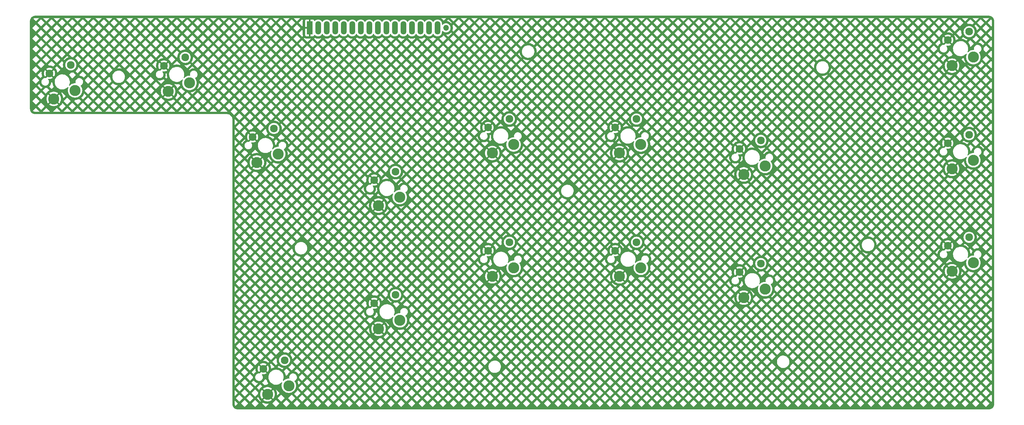
<source format=gbr>
%TF.GenerationSoftware,KiCad,Pcbnew,(7.0.0)*%
%TF.CreationDate,2023-03-03T17:08:59-06:00*%
%TF.ProjectId,Frosty,46726f73-7479-42e6-9b69-6361645f7063,rev?*%
%TF.SameCoordinates,Original*%
%TF.FileFunction,Copper,L1,Top*%
%TF.FilePolarity,Positive*%
%FSLAX46Y46*%
G04 Gerber Fmt 4.6, Leading zero omitted, Abs format (unit mm)*
G04 Created by KiCad (PCBNEW (7.0.0)) date 2023-03-03 17:08:59*
%MOMM*%
%LPD*%
G01*
G04 APERTURE LIST*
%TA.AperFunction,ComponentPad*%
%ADD10R,1.700000X4.000000*%
%TD*%
%TA.AperFunction,ComponentPad*%
%ADD11O,1.700000X4.000000*%
%TD*%
%TA.AperFunction,ComponentPad*%
%ADD12O,1.700000X1.700000*%
%TD*%
%TA.AperFunction,ComponentPad*%
%ADD13C,2.300000*%
%TD*%
%TA.AperFunction,ComponentPad*%
%ADD14C,3.300000*%
%TD*%
G04 APERTURE END LIST*
D10*
%TO.P,J1,1,Pin_1*%
%TO.N,GND*%
X103981249Y-23470824D03*
D11*
%TO.P,J1,2,Pin_2*%
%TO.N,LEFT*%
X106521249Y-23470824D03*
%TO.P,J1,3,Pin_3*%
%TO.N,DOWN*%
X109061249Y-23470824D03*
%TO.P,J1,4,Pin_4*%
%TO.N,RIGHT*%
X111601249Y-23470824D03*
%TO.P,J1,5,Pin_5*%
%TO.N,UP*%
X114141249Y-23470824D03*
%TO.P,J1,6,Pin_6*%
%TO.N,P1*%
X116681249Y-23470824D03*
%TO.P,J1,7,Pin_7*%
%TO.N,P2*%
X119221249Y-23470824D03*
%TO.P,J1,8,Pin_8*%
%TO.N,P3*%
X121761249Y-23470824D03*
%TO.P,J1,9,Pin_9*%
%TO.N,P4*%
X124301249Y-23470824D03*
%TO.P,J1,10,Pin_10*%
%TO.N,K1*%
X126841249Y-23470824D03*
%TO.P,J1,11,Pin_11*%
%TO.N,K2*%
X129381249Y-23470824D03*
%TO.P,J1,12,Pin_12*%
%TO.N,K3*%
X131921249Y-23470824D03*
%TO.P,J1,13,Pin_13*%
%TO.N,K4*%
X134461249Y-23470824D03*
%TO.P,J1,14,Pin_14*%
%TO.N,START*%
X137001249Y-23470824D03*
%TO.P,J1,15,Pin_15*%
%TO.N,SELECT*%
X139541249Y-23470824D03*
%TO.P,J1,16,Pin_16*%
%TO.N,GAME*%
X142081249Y-23470824D03*
D12*
%TO.P,J1,17,Pin_17*%
%TO.N,unconnected-(J1-Pin_17-Pad17)*%
X144621249Y-23470824D03*
%TD*%
D13*
%TO.P,SW21,1,1*%
%TO.N,GND*%
X232093300Y-96354500D03*
%TO.P,SW21,2,2*%
%TO.N,K4*%
X238443300Y-93814500D03*
%TD*%
%TO.P,SW30,1,1*%
%TO.N,GND*%
X90174300Y-125186700D03*
%TO.P,SW30,2,2*%
%TO.N,UP*%
X96524300Y-122646700D03*
%TD*%
%TO.P,SW4,1,1*%
%TO.N,GND*%
X60562110Y-34815820D03*
%TO.P,SW4,2,2*%
%TO.N,DOWN*%
X66912110Y-32275820D03*
%TD*%
%TO.P,SW8,1,1*%
%TO.N,GND*%
X123217260Y-68882430D03*
%TO.P,SW8,2,2*%
%TO.N,P1*%
X129567260Y-66342430D03*
%TD*%
%TO.P,SW9,1,1*%
%TO.N,GND*%
X157142730Y-53213730D03*
%TO.P,SW9,2,2*%
%TO.N,P2*%
X163492730Y-50673730D03*
%TD*%
%TO.P,SW25,1,1*%
%TO.N,GND*%
X294158400Y-57891600D03*
%TO.P,SW25,2,2*%
%TO.N,SELECT*%
X300508400Y-55351600D03*
%TD*%
%TO.P,SW16,1,1*%
%TO.N,GND*%
X123246600Y-105659000D03*
%TO.P,SW16,2,2*%
%TO.N,K1*%
X129596600Y-103119000D03*
%TD*%
%TO.P,SW6,1,1*%
%TO.N,GND*%
X86999300Y-56042400D03*
%TO.P,SW6,2,2*%
%TO.N,RIGHT*%
X93349300Y-53502400D03*
%TD*%
%TO.P,SW12,1,1*%
%TO.N,GND*%
X195036900Y-53213200D03*
%TO.P,SW12,2,2*%
%TO.N,P3*%
X201386900Y-50673200D03*
%TD*%
%TO.P,SW14,1,1*%
%TO.N,GND*%
X232083900Y-59587900D03*
%TO.P,SW14,2,2*%
%TO.N,P4*%
X238433900Y-57047900D03*
%TD*%
%TO.P,SW24,1,1*%
%TO.N,GND*%
X294157300Y-27132400D03*
%TO.P,SW24,2,2*%
%TO.N,START*%
X300507300Y-24592400D03*
%TD*%
%TO.P,SW18,1,1*%
%TO.N,GND*%
X157172100Y-89990300D03*
%TO.P,SW18,2,2*%
%TO.N,K2*%
X163522100Y-87450300D03*
%TD*%
%TO.P,SW20,1,1*%
%TO.N,GND*%
X195066300Y-89989800D03*
%TO.P,SW20,2,2*%
%TO.N,K3*%
X201416300Y-87449800D03*
%TD*%
%TO.P,SW28,1,1*%
%TO.N,GND*%
X294157300Y-88504600D03*
%TO.P,SW28,2,2*%
%TO.N,GAME*%
X300507300Y-85964600D03*
%TD*%
%TO.P,SW1,1,1*%
%TO.N,GND*%
X26460220Y-37049750D03*
%TO.P,SW1,2,2*%
%TO.N,LEFT*%
X32810220Y-34509750D03*
%TD*%
D14*
%TO.P,SW5,1,1*%
%TO.N,RIGHT*%
X94619300Y-61122400D03*
%TO.P,SW5,2,2*%
%TO.N,GND*%
X88269300Y-63662400D03*
%TD*%
%TO.P,SW17,1,1*%
%TO.N,K2*%
X164792100Y-95070300D03*
%TO.P,SW17,2,2*%
%TO.N,GND*%
X158442100Y-97610300D03*
%TD*%
%TO.P,SW2,1,1*%
%TO.N,LEFT*%
X34080220Y-42129750D03*
%TO.P,SW2,2,2*%
%TO.N,GND*%
X27730220Y-44669750D03*
%TD*%
%TO.P,SW23,1,1*%
%TO.N,START*%
X301777300Y-32212400D03*
%TO.P,SW23,2,2*%
%TO.N,GND*%
X295427300Y-34752400D03*
%TD*%
%TO.P,SW10,1,1*%
%TO.N,P2*%
X164762730Y-58293730D03*
%TO.P,SW10,2,2*%
%TO.N,GND*%
X158412730Y-60833730D03*
%TD*%
%TO.P,SW22,1,1*%
%TO.N,K4*%
X239713300Y-101434500D03*
%TO.P,SW22,2,2*%
%TO.N,GND*%
X233363300Y-103974500D03*
%TD*%
%TO.P,SW26,1,1*%
%TO.N,SELECT*%
X301778400Y-62971600D03*
%TO.P,SW26,2,2*%
%TO.N,GND*%
X295428400Y-65511600D03*
%TD*%
%TO.P,SW11,1,1*%
%TO.N,P3*%
X202656900Y-58293200D03*
%TO.P,SW11,2,2*%
%TO.N,GND*%
X196306900Y-60833200D03*
%TD*%
%TO.P,SW15,1,1*%
%TO.N,K1*%
X130866600Y-110739000D03*
%TO.P,SW15,2,2*%
%TO.N,GND*%
X124516600Y-113279000D03*
%TD*%
%TO.P,SW3,1,1*%
%TO.N,DOWN*%
X68182110Y-39895820D03*
%TO.P,SW3,2,2*%
%TO.N,GND*%
X61832110Y-42435820D03*
%TD*%
%TO.P,SW29,1,1*%
%TO.N,UP*%
X97794300Y-130266700D03*
%TO.P,SW29,2,2*%
%TO.N,GND*%
X91444300Y-132806700D03*
%TD*%
%TO.P,SW19,1,1*%
%TO.N,K3*%
X202686300Y-95069800D03*
%TO.P,SW19,2,2*%
%TO.N,GND*%
X196336300Y-97609800D03*
%TD*%
%TO.P,SW7,1,1*%
%TO.N,P1*%
X130837260Y-73962430D03*
%TO.P,SW7,2,2*%
%TO.N,GND*%
X124487260Y-76502430D03*
%TD*%
%TO.P,SW27,1,1*%
%TO.N,GAME*%
X301777300Y-93584600D03*
%TO.P,SW27,2,2*%
%TO.N,GND*%
X295427300Y-96124600D03*
%TD*%
%TO.P,SW13,1,1*%
%TO.N,P4*%
X239703900Y-64667900D03*
%TO.P,SW13,2,2*%
%TO.N,GND*%
X233353900Y-67207900D03*
%TD*%
%TA.AperFunction,Conductor*%
%TO.N,GND*%
G36*
X306391917Y-19844565D02*
G01*
X306455166Y-19849089D01*
X306455377Y-19849105D01*
X306613411Y-19861574D01*
X306629981Y-19864019D01*
X306721072Y-19883834D01*
X306723475Y-19884384D01*
X306846349Y-19913883D01*
X306860721Y-19918270D01*
X306954621Y-19953293D01*
X306958705Y-19954900D01*
X306959895Y-19955393D01*
X307068808Y-20000505D01*
X307080782Y-20006233D01*
X307171130Y-20055566D01*
X307176472Y-20058658D01*
X307275841Y-20119551D01*
X307285352Y-20126004D01*
X307326411Y-20156740D01*
X307368699Y-20188395D01*
X307374920Y-20193372D01*
X307462757Y-20268390D01*
X307469907Y-20274999D01*
X307543762Y-20348852D01*
X307550371Y-20356001D01*
X307625398Y-20443843D01*
X307630374Y-20450063D01*
X307692764Y-20533402D01*
X307699222Y-20542919D01*
X307754660Y-20633381D01*
X307760108Y-20642270D01*
X307763199Y-20647608D01*
X307797576Y-20710562D01*
X307812542Y-20737969D01*
X307818270Y-20749941D01*
X307863871Y-20860023D01*
X307865492Y-20864142D01*
X307900514Y-20958032D01*
X307904906Y-20972419D01*
X307934374Y-21095148D01*
X307934967Y-21097738D01*
X307954762Y-21188726D01*
X307957213Y-21205353D01*
X307970019Y-21368001D01*
X307970086Y-21368882D01*
X307974184Y-21426142D01*
X307974500Y-21434994D01*
X307974500Y-135726815D01*
X307974184Y-135735666D01*
X307969527Y-135800741D01*
X307969461Y-135801619D01*
X307957253Y-135956731D01*
X307954801Y-135973363D01*
X307934328Y-136067465D01*
X307933736Y-136070051D01*
X307905040Y-136189578D01*
X307900647Y-136203967D01*
X307864786Y-136300107D01*
X307863166Y-136304223D01*
X307818544Y-136411952D01*
X307812814Y-136423929D01*
X307762458Y-136516144D01*
X307759354Y-136521506D01*
X307699679Y-136618884D01*
X307693218Y-136628405D01*
X307629583Y-136713409D01*
X307624607Y-136719628D01*
X307551081Y-136805716D01*
X307544472Y-136812867D01*
X307469098Y-136888240D01*
X307461948Y-136894849D01*
X307375984Y-136968268D01*
X307369761Y-136973246D01*
X307284536Y-137037042D01*
X307275019Y-137043500D01*
X307178079Y-137102906D01*
X307172714Y-137106012D01*
X307079987Y-137156644D01*
X307068013Y-137162372D01*
X306961217Y-137206608D01*
X306957097Y-137208229D01*
X306859955Y-137244460D01*
X306845570Y-137248852D01*
X306728050Y-137277066D01*
X306725460Y-137277658D01*
X306629303Y-137298575D01*
X306612676Y-137301027D01*
X306464494Y-137312690D01*
X306463611Y-137312756D01*
X306391219Y-137317934D01*
X306382372Y-137318250D01*
X82554428Y-137318250D01*
X82545582Y-137317934D01*
X82482764Y-137313441D01*
X82481856Y-137313373D01*
X82324104Y-137300926D01*
X82307500Y-137298476D01*
X82216521Y-137278685D01*
X82213932Y-137278093D01*
X82091156Y-137248617D01*
X82076770Y-137244225D01*
X81982895Y-137209212D01*
X81978776Y-137207591D01*
X81868690Y-137161993D01*
X81856717Y-137156265D01*
X81766380Y-137106939D01*
X81761016Y-137103834D01*
X81661662Y-137042951D01*
X81652142Y-137036491D01*
X81568799Y-136974103D01*
X81562578Y-136969126D01*
X81474741Y-136894108D01*
X81467591Y-136887499D01*
X81393736Y-136813646D01*
X81387127Y-136806497D01*
X81312100Y-136718655D01*
X81307124Y-136712435D01*
X81286815Y-136685307D01*
X81244727Y-136629086D01*
X81238283Y-136619590D01*
X81177368Y-136520190D01*
X81174314Y-136514916D01*
X81124950Y-136424516D01*
X81119228Y-136412557D01*
X81073611Y-136302436D01*
X81072022Y-136298397D01*
X81036980Y-136204455D01*
X81032596Y-136190092D01*
X81003102Y-136067255D01*
X81002548Y-136064835D01*
X80982736Y-135973772D01*
X80980285Y-135957145D01*
X80967452Y-135794149D01*
X80967415Y-135793666D01*
X80963316Y-135736370D01*
X80963000Y-135727522D01*
X80963000Y-134606037D01*
X81661000Y-134606037D01*
X81661000Y-135707014D01*
X81663480Y-135741687D01*
X81673070Y-135863486D01*
X81683270Y-135910372D01*
X81703156Y-135993198D01*
X81722409Y-136044811D01*
X81752314Y-136117002D01*
X81780021Y-136167742D01*
X81819481Y-136232132D01*
X81850297Y-136273295D01*
X82589278Y-135534315D01*
X83576398Y-135534315D01*
X84638473Y-136596389D01*
X85700547Y-135534315D01*
X86687668Y-135534315D01*
X87749743Y-136596390D01*
X88811817Y-135534315D01*
X88811816Y-135534314D01*
X89798937Y-135534314D01*
X90861013Y-136596390D01*
X91828771Y-135628631D01*
X91686406Y-135648199D01*
X91682203Y-135648704D01*
X91651641Y-135651846D01*
X91647423Y-135652207D01*
X91630539Y-135653362D01*
X91626309Y-135653579D01*
X91595597Y-135654628D01*
X91591364Y-135654700D01*
X91297236Y-135654700D01*
X91293003Y-135654628D01*
X91262291Y-135653579D01*
X91258061Y-135653362D01*
X91241177Y-135652207D01*
X91236959Y-135651846D01*
X91206397Y-135648704D01*
X91202194Y-135648199D01*
X90910805Y-135608149D01*
X90906620Y-135607501D01*
X90876351Y-135602282D01*
X90872195Y-135601492D01*
X90855624Y-135598049D01*
X90851495Y-135597117D01*
X90821629Y-135589840D01*
X90817528Y-135588767D01*
X90623187Y-135534315D01*
X92910208Y-135534315D01*
X93972283Y-136596390D01*
X95034357Y-135534315D01*
X96021478Y-135534315D01*
X97083553Y-136596390D01*
X98145627Y-135534315D01*
X99132748Y-135534315D01*
X100194822Y-136596389D01*
X101256897Y-135534315D01*
X102244017Y-135534315D01*
X103306092Y-136596389D01*
X104368166Y-135534315D01*
X105355287Y-135534315D01*
X106417362Y-136596390D01*
X107479436Y-135534315D01*
X108466557Y-135534315D01*
X109528632Y-136596390D01*
X110590706Y-135534315D01*
X111577827Y-135534315D01*
X112639902Y-136596390D01*
X113701976Y-135534315D01*
X114689097Y-135534315D01*
X115751172Y-136596390D01*
X116813246Y-135534315D01*
X117800367Y-135534315D01*
X118862441Y-136596389D01*
X119924516Y-135534315D01*
X120911636Y-135534315D01*
X121973711Y-136596389D01*
X123035785Y-135534315D01*
X124022906Y-135534315D01*
X125084981Y-136596390D01*
X126147055Y-135534315D01*
X127134176Y-135534315D01*
X128196251Y-136596390D01*
X129258325Y-135534315D01*
X130245446Y-135534315D01*
X131307521Y-136596390D01*
X132369595Y-135534315D01*
X133356716Y-135534315D01*
X134418791Y-136596390D01*
X135480865Y-135534315D01*
X136467986Y-135534315D01*
X137530061Y-136596390D01*
X138592135Y-135534315D01*
X139579255Y-135534315D01*
X140641330Y-136596389D01*
X141703404Y-135534315D01*
X142690525Y-135534315D01*
X143752600Y-136596390D01*
X144814674Y-135534315D01*
X145801795Y-135534315D01*
X146863870Y-136596390D01*
X147925944Y-135534315D01*
X148913065Y-135534315D01*
X149975140Y-136596390D01*
X151037214Y-135534315D01*
X152024335Y-135534315D01*
X153086410Y-136596390D01*
X154148484Y-135534315D01*
X155135605Y-135534315D01*
X156197680Y-136596390D01*
X157259754Y-135534315D01*
X158246875Y-135534315D01*
X159308949Y-136596389D01*
X160371024Y-135534315D01*
X161358144Y-135534315D01*
X162420219Y-136596390D01*
X163482293Y-135534315D01*
X164469414Y-135534315D01*
X165531489Y-136596390D01*
X166593563Y-135534315D01*
X167580684Y-135534315D01*
X168642759Y-136596390D01*
X169704833Y-135534315D01*
X170691954Y-135534315D01*
X171754029Y-136596390D01*
X172816103Y-135534315D01*
X173803224Y-135534315D01*
X174865299Y-136596390D01*
X175927373Y-135534315D01*
X176914494Y-135534315D01*
X177976568Y-136596389D01*
X179038643Y-135534315D01*
X180025763Y-135534315D01*
X181087838Y-136596389D01*
X182149912Y-135534315D01*
X183137033Y-135534315D01*
X184199108Y-136596390D01*
X185261182Y-135534315D01*
X186248303Y-135534315D01*
X187310378Y-136596390D01*
X188372452Y-135534315D01*
X189359573Y-135534315D01*
X190421648Y-136596390D01*
X191483722Y-135534315D01*
X192470843Y-135534315D01*
X193532918Y-136596390D01*
X194594992Y-135534315D01*
X195582113Y-135534315D01*
X196644187Y-136596389D01*
X197706262Y-135534315D01*
X198693382Y-135534315D01*
X199755457Y-136596389D01*
X200817531Y-135534315D01*
X201804652Y-135534315D01*
X202866727Y-136596390D01*
X203928801Y-135534315D01*
X204915922Y-135534315D01*
X205977997Y-136596390D01*
X207040071Y-135534315D01*
X208027192Y-135534315D01*
X209089267Y-136596390D01*
X210151341Y-135534315D01*
X211138462Y-135534315D01*
X212200537Y-136596390D01*
X213262611Y-135534315D01*
X214249732Y-135534315D01*
X215311806Y-136596389D01*
X216373881Y-135534315D01*
X217361001Y-135534315D01*
X218423076Y-136596389D01*
X219485150Y-135534315D01*
X220472271Y-135534315D01*
X221534346Y-136596390D01*
X222596420Y-135534315D01*
X223583541Y-135534315D01*
X224645616Y-136596390D01*
X225707690Y-135534315D01*
X226694811Y-135534315D01*
X227756886Y-136596390D01*
X228818960Y-135534315D01*
X229806081Y-135534315D01*
X230868156Y-136596390D01*
X231930230Y-135534315D01*
X232917351Y-135534315D01*
X233979425Y-136596389D01*
X235041500Y-135534315D01*
X236028620Y-135534315D01*
X237090695Y-136596389D01*
X238152769Y-135534315D01*
X239139890Y-135534315D01*
X240201965Y-136596390D01*
X241264039Y-135534315D01*
X242251160Y-135534315D01*
X243313235Y-136596390D01*
X244375309Y-135534315D01*
X245362430Y-135534315D01*
X246424505Y-136596390D01*
X247486579Y-135534315D01*
X248473700Y-135534315D01*
X249535775Y-136596390D01*
X250597849Y-135534315D01*
X251584970Y-135534315D01*
X252647044Y-136596389D01*
X253709119Y-135534315D01*
X254696239Y-135534315D01*
X255758314Y-136596389D01*
X256820388Y-135534315D01*
X257807509Y-135534315D01*
X258869584Y-136596390D01*
X259931658Y-135534315D01*
X260918779Y-135534315D01*
X261980854Y-136596390D01*
X263042928Y-135534315D01*
X264030049Y-135534315D01*
X265092124Y-136596390D01*
X266154198Y-135534315D01*
X267141319Y-135534315D01*
X268203394Y-136596390D01*
X269265468Y-135534315D01*
X270252589Y-135534315D01*
X271314664Y-136596390D01*
X272376738Y-135534315D01*
X273363858Y-135534315D01*
X274425933Y-136596389D01*
X275488007Y-135534315D01*
X276475128Y-135534315D01*
X277537203Y-136596390D01*
X278599277Y-135534315D01*
X279586398Y-135534315D01*
X280648473Y-136596390D01*
X281710547Y-135534315D01*
X282697668Y-135534315D01*
X283759743Y-136596390D01*
X284821817Y-135534315D01*
X285808938Y-135534315D01*
X286871013Y-136596390D01*
X287933087Y-135534315D01*
X288920208Y-135534315D01*
X289982283Y-136596390D01*
X291044357Y-135534315D01*
X292031478Y-135534315D01*
X293093552Y-136596389D01*
X294155627Y-135534315D01*
X295142747Y-135534315D01*
X296204822Y-136596390D01*
X297266896Y-135534315D01*
X298254017Y-135534315D01*
X299316092Y-136596390D01*
X300378166Y-135534315D01*
X301365287Y-135534315D01*
X302427362Y-136596390D01*
X303489436Y-135534315D01*
X304476557Y-135534315D01*
X305538632Y-136596390D01*
X306600706Y-135534315D01*
X305538632Y-134472240D01*
X304476557Y-135534315D01*
X303489436Y-135534315D01*
X302427362Y-134472240D01*
X301365287Y-135534315D01*
X300378166Y-135534315D01*
X299316092Y-134472240D01*
X298254017Y-135534315D01*
X297266896Y-135534315D01*
X296204822Y-134472240D01*
X295142747Y-135534315D01*
X294155627Y-135534315D01*
X293093552Y-134472240D01*
X292031478Y-135534315D01*
X291044357Y-135534315D01*
X289982283Y-134472240D01*
X288920208Y-135534315D01*
X287933087Y-135534315D01*
X286871013Y-134472240D01*
X285808938Y-135534315D01*
X284821817Y-135534315D01*
X283759743Y-134472240D01*
X282697668Y-135534315D01*
X281710547Y-135534315D01*
X280648473Y-134472240D01*
X279586398Y-135534315D01*
X278599277Y-135534315D01*
X277537203Y-134472240D01*
X276475128Y-135534315D01*
X275488007Y-135534315D01*
X274425933Y-134472240D01*
X273363858Y-135534315D01*
X272376738Y-135534315D01*
X271314664Y-134472240D01*
X270252589Y-135534315D01*
X269265468Y-135534315D01*
X268203393Y-134472240D01*
X267141319Y-135534315D01*
X266154198Y-135534315D01*
X265092123Y-134472240D01*
X264030049Y-135534315D01*
X263042928Y-135534315D01*
X261980853Y-134472240D01*
X260918779Y-135534315D01*
X259931658Y-135534315D01*
X258869583Y-134472240D01*
X257807509Y-135534315D01*
X256820388Y-135534315D01*
X255758314Y-134472240D01*
X254696239Y-135534315D01*
X253709119Y-135534315D01*
X252647044Y-134472240D01*
X251584970Y-135534315D01*
X250597849Y-135534315D01*
X249535774Y-134472240D01*
X248473700Y-135534315D01*
X247486579Y-135534315D01*
X246424504Y-134472240D01*
X245362430Y-135534315D01*
X244375309Y-135534315D01*
X243313234Y-134472240D01*
X242251160Y-135534315D01*
X241264039Y-135534315D01*
X240201964Y-134472240D01*
X239139890Y-135534315D01*
X238152769Y-135534315D01*
X237090695Y-134472240D01*
X236028620Y-135534315D01*
X235041500Y-135534315D01*
X233979425Y-134472240D01*
X232917351Y-135534315D01*
X231930230Y-135534315D01*
X230868155Y-134472240D01*
X229806081Y-135534315D01*
X228818960Y-135534315D01*
X227756885Y-134472240D01*
X226694811Y-135534315D01*
X225707690Y-135534315D01*
X224645615Y-134472240D01*
X223583541Y-135534315D01*
X222596420Y-135534315D01*
X221534345Y-134472240D01*
X220472271Y-135534315D01*
X219485150Y-135534315D01*
X218423076Y-134472240D01*
X217361001Y-135534315D01*
X216373881Y-135534315D01*
X215311806Y-134472240D01*
X214249732Y-135534315D01*
X213262611Y-135534315D01*
X212200536Y-134472240D01*
X211138462Y-135534315D01*
X210151341Y-135534315D01*
X209089266Y-134472240D01*
X208027192Y-135534315D01*
X207040071Y-135534315D01*
X205977996Y-134472240D01*
X204915922Y-135534315D01*
X203928801Y-135534315D01*
X202866726Y-134472240D01*
X201804652Y-135534315D01*
X200817531Y-135534315D01*
X199755457Y-134472240D01*
X198693382Y-135534315D01*
X197706262Y-135534315D01*
X196644187Y-134472240D01*
X195582113Y-135534315D01*
X194594992Y-135534315D01*
X193532917Y-134472240D01*
X192470843Y-135534315D01*
X191483722Y-135534315D01*
X190421647Y-134472240D01*
X189359573Y-135534315D01*
X188372452Y-135534315D01*
X187310377Y-134472240D01*
X186248303Y-135534315D01*
X185261182Y-135534315D01*
X184199107Y-134472240D01*
X183137033Y-135534315D01*
X182149912Y-135534315D01*
X181087838Y-134472240D01*
X180025763Y-135534315D01*
X179038643Y-135534315D01*
X177976568Y-134472240D01*
X176914494Y-135534315D01*
X175927373Y-135534315D01*
X174865298Y-134472240D01*
X173803224Y-135534315D01*
X172816103Y-135534315D01*
X171754028Y-134472240D01*
X170691954Y-135534315D01*
X169704833Y-135534315D01*
X168642758Y-134472240D01*
X167580684Y-135534315D01*
X166593563Y-135534315D01*
X165531488Y-134472240D01*
X164469414Y-135534315D01*
X163482293Y-135534315D01*
X162420218Y-134472240D01*
X161358144Y-135534315D01*
X160371024Y-135534315D01*
X159308949Y-134472240D01*
X158246875Y-135534315D01*
X157259754Y-135534315D01*
X156197679Y-134472240D01*
X155135605Y-135534315D01*
X154148484Y-135534315D01*
X153086409Y-134472240D01*
X152024335Y-135534315D01*
X151037214Y-135534315D01*
X149975139Y-134472240D01*
X148913065Y-135534315D01*
X147925944Y-135534315D01*
X146863869Y-134472240D01*
X145801795Y-135534315D01*
X144814674Y-135534315D01*
X143752599Y-134472240D01*
X142690525Y-135534315D01*
X141703404Y-135534315D01*
X140641330Y-134472240D01*
X139579255Y-135534315D01*
X138592135Y-135534315D01*
X137530060Y-134472240D01*
X136467986Y-135534315D01*
X135480865Y-135534315D01*
X134418790Y-134472240D01*
X133356716Y-135534315D01*
X132369595Y-135534315D01*
X131307521Y-134472240D01*
X130245446Y-135534315D01*
X129258325Y-135534315D01*
X128196251Y-134472240D01*
X127134176Y-135534315D01*
X126147055Y-135534315D01*
X125084981Y-134472240D01*
X124022906Y-135534315D01*
X123035785Y-135534315D01*
X121973711Y-134472240D01*
X120911636Y-135534315D01*
X119924516Y-135534315D01*
X118862441Y-134472240D01*
X117800367Y-135534315D01*
X116813246Y-135534315D01*
X115751172Y-134472240D01*
X114689097Y-135534315D01*
X113701976Y-135534315D01*
X112639902Y-134472240D01*
X111577827Y-135534315D01*
X110590706Y-135534315D01*
X109528632Y-134472240D01*
X108466557Y-135534315D01*
X107479436Y-135534315D01*
X106417362Y-134472240D01*
X105355287Y-135534315D01*
X104368166Y-135534315D01*
X103306092Y-134472240D01*
X102244017Y-135534315D01*
X101256897Y-135534315D01*
X100194822Y-134472240D01*
X99132748Y-135534315D01*
X98145627Y-135534315D01*
X97083553Y-134472240D01*
X96021478Y-135534315D01*
X95034357Y-135534315D01*
X93972283Y-134472240D01*
X92910208Y-135534315D01*
X90623187Y-135534315D01*
X90534307Y-135509412D01*
X90530248Y-135508199D01*
X90500951Y-135498900D01*
X90496937Y-135497550D01*
X90480990Y-135491882D01*
X90477026Y-135490397D01*
X90448451Y-135479128D01*
X90444541Y-135477508D01*
X90174764Y-135360327D01*
X90170911Y-135358575D01*
X90143159Y-135345377D01*
X90139365Y-135343492D01*
X90124339Y-135335706D01*
X90120612Y-135333693D01*
X90093833Y-135318635D01*
X90090180Y-135316499D01*
X90044519Y-135288732D01*
X89798937Y-135534314D01*
X88811816Y-135534314D01*
X87749743Y-134472240D01*
X86687668Y-135534315D01*
X85700547Y-135534315D01*
X84638473Y-134472240D01*
X83576398Y-135534315D01*
X82589278Y-135534315D01*
X81661000Y-134606037D01*
X80963000Y-134606037D01*
X80963000Y-133978680D01*
X82020763Y-133978680D01*
X83082838Y-135040754D01*
X84144912Y-133978680D01*
X85132033Y-133978680D01*
X86194108Y-135040755D01*
X87256182Y-133978680D01*
X87256181Y-133978679D01*
X88243302Y-133978679D01*
X89305377Y-135040754D01*
X89508869Y-134837262D01*
X89479687Y-134779745D01*
X89420066Y-134753698D01*
X89396695Y-134740294D01*
X89317674Y-134682727D01*
X89307220Y-134674203D01*
X89267610Y-134638149D01*
X89258142Y-134628539D01*
X89193415Y-134555261D01*
X89185047Y-134544679D01*
X89148784Y-134493306D01*
X90116596Y-134493306D01*
X90124456Y-134504576D01*
X90198260Y-134564622D01*
X90205156Y-134569489D01*
X90449230Y-134717913D01*
X90456732Y-134721800D01*
X90718744Y-134835609D01*
X90726697Y-134838435D01*
X91001772Y-134915508D01*
X91010042Y-134917226D01*
X91293036Y-134956122D01*
X91301474Y-134956700D01*
X91587126Y-134956700D01*
X91595563Y-134956122D01*
X91878557Y-134917226D01*
X91886827Y-134915508D01*
X92161902Y-134838435D01*
X92169855Y-134835609D01*
X92431867Y-134721800D01*
X92439369Y-134717913D01*
X92683435Y-134569494D01*
X92690350Y-134564612D01*
X92764141Y-134504578D01*
X92772002Y-134493305D01*
X92765335Y-134481289D01*
X91455842Y-133171795D01*
X91444300Y-133165131D01*
X91432757Y-133171795D01*
X90123263Y-134481289D01*
X90116596Y-134493306D01*
X89148784Y-134493306D01*
X89032762Y-134328941D01*
X89030379Y-134325440D01*
X89013527Y-134299747D01*
X89011266Y-134296168D01*
X89002472Y-134281707D01*
X89000333Y-134278050D01*
X88985273Y-134251265D01*
X88983262Y-134247541D01*
X88847944Y-133986389D01*
X88846061Y-133982597D01*
X88832858Y-133954835D01*
X88831103Y-133950977D01*
X88824361Y-133935454D01*
X88822742Y-133931544D01*
X88811476Y-133902974D01*
X88809991Y-133899011D01*
X88711493Y-133621866D01*
X88710142Y-133617851D01*
X88700845Y-133588557D01*
X88699634Y-133584500D01*
X88695068Y-133568203D01*
X88693996Y-133564110D01*
X88686917Y-133535064D01*
X88243302Y-133978679D01*
X87256181Y-133978679D01*
X86194108Y-132916605D01*
X85132033Y-133978680D01*
X84144912Y-133978680D01*
X83082838Y-132916605D01*
X82020763Y-133978680D01*
X80963000Y-133978680D01*
X80963000Y-131494767D01*
X81661000Y-131494767D01*
X81661000Y-133351324D01*
X82589278Y-132423045D01*
X83576398Y-132423045D01*
X84638473Y-133485120D01*
X85700547Y-132423045D01*
X86687668Y-132423045D01*
X87749742Y-133485120D01*
X88423937Y-132810925D01*
X89289565Y-132810925D01*
X89309059Y-133095921D01*
X89310209Y-133104287D01*
X89368327Y-133383967D01*
X89370609Y-133392112D01*
X89466267Y-133661267D01*
X89469637Y-133669026D01*
X89601056Y-133922652D01*
X89605450Y-133929878D01*
X89747477Y-134131084D01*
X89755605Y-134138482D01*
X89764872Y-134132572D01*
X91079203Y-132818242D01*
X91085867Y-132806699D01*
X91802731Y-132806699D01*
X91809395Y-132818241D01*
X93123726Y-134132572D01*
X93132993Y-134138482D01*
X93141121Y-134131084D01*
X93248700Y-133978680D01*
X94465843Y-133978680D01*
X95527918Y-135040755D01*
X96589992Y-133978680D01*
X97577113Y-133978680D01*
X98639188Y-135040755D01*
X99701262Y-133978680D01*
X100688383Y-133978680D01*
X101750457Y-135040754D01*
X102812532Y-133978680D01*
X103799652Y-133978680D01*
X104861727Y-135040755D01*
X105923801Y-133978680D01*
X106910922Y-133978680D01*
X107972997Y-135040755D01*
X109035071Y-133978680D01*
X110022192Y-133978680D01*
X111084267Y-135040755D01*
X112146341Y-133978680D01*
X113133462Y-133978680D01*
X114195537Y-135040755D01*
X115257611Y-133978680D01*
X116244732Y-133978680D01*
X117306807Y-135040755D01*
X118368881Y-133978680D01*
X119356002Y-133978680D01*
X120418076Y-135040754D01*
X121480151Y-133978680D01*
X122467271Y-133978680D01*
X123529346Y-135040754D01*
X124591420Y-133978680D01*
X125578541Y-133978680D01*
X126640616Y-135040755D01*
X127702690Y-133978680D01*
X128689811Y-133978680D01*
X129751886Y-135040755D01*
X130813960Y-133978680D01*
X131801081Y-133978680D01*
X132863156Y-135040755D01*
X133925230Y-133978680D01*
X134912351Y-133978680D01*
X135974426Y-135040755D01*
X137036500Y-133978680D01*
X138023621Y-133978680D01*
X139085695Y-135040754D01*
X140147770Y-133978680D01*
X141134890Y-133978680D01*
X142196965Y-135040754D01*
X143259039Y-133978680D01*
X144246160Y-133978680D01*
X145308235Y-135040755D01*
X146370309Y-133978680D01*
X147357430Y-133978680D01*
X148419505Y-135040755D01*
X149481579Y-133978680D01*
X150468700Y-133978680D01*
X151530775Y-135040755D01*
X152592849Y-133978680D01*
X153579970Y-133978680D01*
X154642045Y-135040755D01*
X155704119Y-133978680D01*
X156691240Y-133978680D01*
X157753314Y-135040754D01*
X158815389Y-133978680D01*
X159802509Y-133978680D01*
X160864584Y-135040754D01*
X161926658Y-133978680D01*
X162913779Y-133978680D01*
X163975854Y-135040755D01*
X165037928Y-133978680D01*
X166025049Y-133978680D01*
X167087124Y-135040755D01*
X168149198Y-133978680D01*
X169136319Y-133978680D01*
X170198394Y-135040755D01*
X171260468Y-133978680D01*
X172247589Y-133978680D01*
X173309664Y-135040755D01*
X174371738Y-133978680D01*
X175358859Y-133978680D01*
X176420933Y-135040754D01*
X177483008Y-133978680D01*
X178470128Y-133978680D01*
X179532203Y-135040754D01*
X180594277Y-133978680D01*
X181581398Y-133978680D01*
X182643473Y-135040755D01*
X183705547Y-133978680D01*
X184692668Y-133978680D01*
X185754743Y-135040755D01*
X186816817Y-133978680D01*
X187803938Y-133978680D01*
X188866013Y-135040755D01*
X189928087Y-133978680D01*
X190915208Y-133978680D01*
X191977283Y-135040755D01*
X193039357Y-133978680D01*
X194026478Y-133978680D01*
X195088553Y-135040755D01*
X196150627Y-133978680D01*
X197137747Y-133978680D01*
X198199822Y-135040754D01*
X199261896Y-133978680D01*
X200249017Y-133978680D01*
X201311092Y-135040755D01*
X202373166Y-133978680D01*
X203360287Y-133978680D01*
X204422362Y-135040755D01*
X205484436Y-133978680D01*
X206471557Y-133978680D01*
X207533632Y-135040755D01*
X208595706Y-133978680D01*
X209582827Y-133978680D01*
X210644902Y-135040755D01*
X211706976Y-133978680D01*
X212694097Y-133978680D01*
X213756172Y-135040755D01*
X214818246Y-133978680D01*
X215805366Y-133978680D01*
X216867441Y-135040754D01*
X217929515Y-133978680D01*
X218916636Y-133978680D01*
X219978711Y-135040755D01*
X221040785Y-133978680D01*
X222027906Y-133978680D01*
X223089981Y-135040755D01*
X224152055Y-133978680D01*
X225139176Y-133978680D01*
X226201251Y-135040755D01*
X227263325Y-133978680D01*
X228250446Y-133978680D01*
X229312521Y-135040755D01*
X230374595Y-133978680D01*
X231361716Y-133978680D01*
X232423791Y-135040755D01*
X233485865Y-133978680D01*
X234472986Y-133978680D01*
X235535060Y-135040754D01*
X236597135Y-133978680D01*
X237584255Y-133978680D01*
X238646330Y-135040755D01*
X239708404Y-133978680D01*
X240695525Y-133978680D01*
X241757600Y-135040755D01*
X242819674Y-133978680D01*
X243806795Y-133978680D01*
X244868870Y-135040755D01*
X245930944Y-133978680D01*
X246918065Y-133978680D01*
X247980140Y-135040755D01*
X249042214Y-133978680D01*
X250029335Y-133978680D01*
X251091410Y-135040755D01*
X252153484Y-133978680D01*
X253140605Y-133978680D01*
X254202679Y-135040754D01*
X255264754Y-133978680D01*
X256251874Y-133978680D01*
X257313949Y-135040754D01*
X258376023Y-133978680D01*
X259363144Y-133978680D01*
X260425219Y-135040755D01*
X261487293Y-133978680D01*
X262474414Y-133978680D01*
X263536489Y-135040755D01*
X264598563Y-133978680D01*
X265585684Y-133978680D01*
X266647759Y-135040755D01*
X267709833Y-133978680D01*
X268696954Y-133978680D01*
X269759029Y-135040755D01*
X270821103Y-133978680D01*
X271808224Y-133978680D01*
X272870298Y-135040754D01*
X273932373Y-133978680D01*
X274919493Y-133978680D01*
X275981568Y-135040754D01*
X277043642Y-133978680D01*
X278030763Y-133978680D01*
X279092838Y-135040755D01*
X280154912Y-133978680D01*
X281142033Y-133978680D01*
X282204108Y-135040755D01*
X283266182Y-133978680D01*
X284253303Y-133978680D01*
X285315378Y-135040755D01*
X286377452Y-133978680D01*
X287364573Y-133978680D01*
X288426648Y-135040755D01*
X289488722Y-133978680D01*
X290475843Y-133978680D01*
X291537917Y-135040754D01*
X292599992Y-133978680D01*
X293587112Y-133978680D01*
X294649187Y-135040754D01*
X295711261Y-133978680D01*
X296698382Y-133978680D01*
X297760457Y-135040755D01*
X298822531Y-133978680D01*
X299809652Y-133978680D01*
X300871727Y-135040755D01*
X301933801Y-133978680D01*
X302920922Y-133978680D01*
X303982997Y-135040755D01*
X305045071Y-133978680D01*
X306032192Y-133978680D01*
X307094267Y-135040755D01*
X307276500Y-134858522D01*
X307276500Y-133098839D01*
X307094266Y-132916605D01*
X306032192Y-133978680D01*
X305045071Y-133978680D01*
X303982997Y-132916605D01*
X302920922Y-133978680D01*
X301933801Y-133978680D01*
X300871727Y-132916605D01*
X299809652Y-133978680D01*
X298822531Y-133978680D01*
X297760457Y-132916605D01*
X296698382Y-133978680D01*
X295711261Y-133978680D01*
X294649187Y-132916605D01*
X293587112Y-133978680D01*
X292599992Y-133978680D01*
X291537917Y-132916605D01*
X290475843Y-133978680D01*
X289488722Y-133978680D01*
X288426648Y-132916605D01*
X287364573Y-133978680D01*
X286377452Y-133978680D01*
X285315378Y-132916605D01*
X284253303Y-133978680D01*
X283266182Y-133978680D01*
X282204108Y-132916605D01*
X281142033Y-133978680D01*
X280154912Y-133978680D01*
X279092838Y-132916605D01*
X278030763Y-133978680D01*
X277043642Y-133978680D01*
X275981568Y-132916605D01*
X274919493Y-133978680D01*
X273932373Y-133978680D01*
X272870298Y-132916605D01*
X271808224Y-133978680D01*
X270821103Y-133978680D01*
X269759029Y-132916605D01*
X268696954Y-133978680D01*
X267709833Y-133978680D01*
X266647759Y-132916605D01*
X265585684Y-133978680D01*
X264598563Y-133978680D01*
X263536489Y-132916605D01*
X262474414Y-133978680D01*
X261487293Y-133978680D01*
X260425219Y-132916605D01*
X259363144Y-133978680D01*
X258376023Y-133978680D01*
X257313949Y-132916605D01*
X256251874Y-133978680D01*
X255264754Y-133978680D01*
X254202679Y-132916605D01*
X253140605Y-133978680D01*
X252153484Y-133978680D01*
X251091410Y-132916605D01*
X250029335Y-133978680D01*
X249042214Y-133978680D01*
X247980140Y-132916605D01*
X246918065Y-133978680D01*
X245930944Y-133978680D01*
X244868870Y-132916605D01*
X243806795Y-133978680D01*
X242819674Y-133978680D01*
X241757600Y-132916605D01*
X240695525Y-133978680D01*
X239708404Y-133978680D01*
X238646330Y-132916605D01*
X237584255Y-133978680D01*
X236597135Y-133978680D01*
X235535060Y-132916605D01*
X234472986Y-133978680D01*
X233485865Y-133978680D01*
X232423791Y-132916605D01*
X231361716Y-133978680D01*
X230374595Y-133978680D01*
X229312521Y-132916605D01*
X228250446Y-133978680D01*
X227263325Y-133978680D01*
X226201251Y-132916605D01*
X225139176Y-133978680D01*
X224152055Y-133978680D01*
X223089981Y-132916605D01*
X222027906Y-133978680D01*
X221040785Y-133978680D01*
X219978711Y-132916605D01*
X218916636Y-133978680D01*
X217929515Y-133978680D01*
X216867441Y-132916605D01*
X215805366Y-133978680D01*
X214818246Y-133978680D01*
X213756172Y-132916605D01*
X212694097Y-133978680D01*
X211706976Y-133978680D01*
X210644902Y-132916605D01*
X209582827Y-133978680D01*
X208595706Y-133978680D01*
X207533632Y-132916605D01*
X206471557Y-133978680D01*
X205484436Y-133978680D01*
X204422362Y-132916605D01*
X203360287Y-133978680D01*
X202373166Y-133978680D01*
X201311092Y-132916605D01*
X200249017Y-133978680D01*
X199261896Y-133978680D01*
X198199822Y-132916605D01*
X197137747Y-133978680D01*
X196150627Y-133978680D01*
X195088553Y-132916605D01*
X194026478Y-133978680D01*
X193039357Y-133978680D01*
X191977283Y-132916605D01*
X190915208Y-133978680D01*
X189928087Y-133978680D01*
X188866013Y-132916605D01*
X187803938Y-133978680D01*
X186816817Y-133978680D01*
X185754743Y-132916605D01*
X184692668Y-133978680D01*
X183705547Y-133978680D01*
X182643473Y-132916605D01*
X181581398Y-133978680D01*
X180594277Y-133978680D01*
X179532203Y-132916605D01*
X178470128Y-133978680D01*
X177483008Y-133978680D01*
X176420933Y-132916605D01*
X175358859Y-133978680D01*
X174371738Y-133978680D01*
X173309664Y-132916605D01*
X172247589Y-133978680D01*
X171260468Y-133978680D01*
X170198394Y-132916605D01*
X169136319Y-133978680D01*
X168149198Y-133978680D01*
X167087124Y-132916605D01*
X166025049Y-133978680D01*
X165037928Y-133978680D01*
X163975854Y-132916605D01*
X162913779Y-133978680D01*
X161926658Y-133978680D01*
X160864584Y-132916605D01*
X159802509Y-133978680D01*
X158815389Y-133978680D01*
X157753314Y-132916605D01*
X156691240Y-133978680D01*
X155704119Y-133978680D01*
X154642045Y-132916605D01*
X153579970Y-133978680D01*
X152592849Y-133978680D01*
X151530775Y-132916605D01*
X150468700Y-133978680D01*
X149481579Y-133978680D01*
X148419505Y-132916605D01*
X147357430Y-133978680D01*
X146370309Y-133978680D01*
X145308235Y-132916605D01*
X144246160Y-133978680D01*
X143259039Y-133978680D01*
X142196965Y-132916605D01*
X141134890Y-133978680D01*
X140147770Y-133978680D01*
X139085695Y-132916605D01*
X138023621Y-133978680D01*
X137036500Y-133978680D01*
X135974426Y-132916605D01*
X134912351Y-133978680D01*
X133925230Y-133978680D01*
X132863156Y-132916605D01*
X131801081Y-133978680D01*
X130813960Y-133978680D01*
X129751886Y-132916605D01*
X128689811Y-133978680D01*
X127702690Y-133978680D01*
X126640616Y-132916605D01*
X125578541Y-133978680D01*
X124591420Y-133978680D01*
X123529346Y-132916605D01*
X122467271Y-133978680D01*
X121480151Y-133978680D01*
X120418076Y-132916605D01*
X119356002Y-133978680D01*
X118368881Y-133978680D01*
X117306807Y-132916605D01*
X116244732Y-133978680D01*
X115257611Y-133978680D01*
X114195537Y-132916605D01*
X113133462Y-133978680D01*
X112146341Y-133978680D01*
X111084267Y-132916605D01*
X110022192Y-133978680D01*
X109035071Y-133978680D01*
X107972997Y-132916605D01*
X106910922Y-133978680D01*
X105923801Y-133978680D01*
X104861727Y-132916605D01*
X103799652Y-133978680D01*
X102812532Y-133978680D01*
X101750457Y-132916605D01*
X100688383Y-133978680D01*
X99701262Y-133978680D01*
X98695090Y-132972508D01*
X98539764Y-133016028D01*
X97577113Y-133978680D01*
X96589992Y-133978680D01*
X95527918Y-132916605D01*
X94465843Y-133978680D01*
X93248700Y-133978680D01*
X93283149Y-133929878D01*
X93287543Y-133922652D01*
X93418962Y-133669026D01*
X93422332Y-133661267D01*
X93517990Y-133392112D01*
X93520272Y-133383967D01*
X93578390Y-133104287D01*
X93579540Y-133095921D01*
X93599035Y-132810925D01*
X93599035Y-132802475D01*
X93579540Y-132517478D01*
X93578390Y-132509112D01*
X93520272Y-132229432D01*
X93517990Y-132221287D01*
X93422332Y-131952132D01*
X93418962Y-131944373D01*
X93287543Y-131690747D01*
X93283149Y-131683521D01*
X93141121Y-131482314D01*
X93132993Y-131474916D01*
X93123726Y-131480826D01*
X91809395Y-132795156D01*
X91802731Y-132806699D01*
X91085867Y-132806699D01*
X91079203Y-132795157D01*
X89764872Y-131480826D01*
X89755606Y-131474916D01*
X89747474Y-131482318D01*
X89605452Y-131683518D01*
X89601056Y-131690746D01*
X89469637Y-131944373D01*
X89466267Y-131952132D01*
X89370609Y-132221287D01*
X89368327Y-132229432D01*
X89310209Y-132509112D01*
X89309059Y-132517478D01*
X89289565Y-132802475D01*
X89289565Y-132810925D01*
X88423937Y-132810925D01*
X88601501Y-132633361D01*
X88612975Y-132465625D01*
X88613336Y-132461406D01*
X88616480Y-132430825D01*
X88616986Y-132426617D01*
X88619291Y-132409851D01*
X88619939Y-132405668D01*
X88625158Y-132375403D01*
X88625947Y-132371247D01*
X88649013Y-132260241D01*
X87749743Y-131360971D01*
X86687668Y-132423045D01*
X85700547Y-132423045D01*
X84638473Y-131360971D01*
X83576398Y-132423045D01*
X82589278Y-132423045D01*
X81661000Y-131494767D01*
X80963000Y-131494767D01*
X80963000Y-130867410D01*
X82020763Y-130867410D01*
X83082838Y-131929485D01*
X84144913Y-130867411D01*
X85132033Y-130867411D01*
X86194108Y-131929486D01*
X87256183Y-130867411D01*
X88243303Y-130867411D01*
X88900832Y-131524940D01*
X88983262Y-131365859D01*
X88985274Y-131362134D01*
X89000341Y-131335337D01*
X89002481Y-131331678D01*
X89011275Y-131317218D01*
X89013535Y-131313641D01*
X89030379Y-131287961D01*
X89032761Y-131284462D01*
X89148785Y-131120093D01*
X90116596Y-131120093D01*
X90123263Y-131132109D01*
X91432756Y-132441603D01*
X91444299Y-132448267D01*
X91455841Y-132441603D01*
X92490709Y-131406735D01*
X93926518Y-131406735D01*
X94040656Y-131627011D01*
X94042539Y-131630803D01*
X94055742Y-131658565D01*
X94057497Y-131662423D01*
X94064239Y-131677946D01*
X94065858Y-131681856D01*
X94077124Y-131710426D01*
X94078609Y-131714389D01*
X94177107Y-131991534D01*
X94178458Y-131995549D01*
X94187755Y-132024843D01*
X94188966Y-132028900D01*
X94193532Y-132045197D01*
X94194604Y-132049290D01*
X94201878Y-132079138D01*
X94202810Y-132083270D01*
X94262652Y-132371247D01*
X94263442Y-132375403D01*
X94268661Y-132405668D01*
X94269309Y-132409851D01*
X94271614Y-132426617D01*
X94272120Y-132430825D01*
X94275264Y-132461406D01*
X94275625Y-132465625D01*
X94295697Y-132759067D01*
X94295914Y-132763296D01*
X94296963Y-132794005D01*
X94297035Y-132798238D01*
X94297035Y-132815162D01*
X94296963Y-132819395D01*
X94295914Y-132850104D01*
X94295697Y-132854333D01*
X94275625Y-133147775D01*
X94275264Y-133151994D01*
X94272120Y-133182575D01*
X94271749Y-133185652D01*
X94808273Y-132649129D01*
X99358832Y-132649129D01*
X100194823Y-133485120D01*
X101256897Y-132423045D01*
X102244017Y-132423045D01*
X103306092Y-133485120D01*
X104368166Y-132423045D01*
X105355287Y-132423045D01*
X106417362Y-133485120D01*
X107479436Y-132423045D01*
X108466557Y-132423045D01*
X109528632Y-133485120D01*
X110590706Y-132423045D01*
X111577827Y-132423045D01*
X112639902Y-133485120D01*
X113701976Y-132423045D01*
X114689097Y-132423045D01*
X115751172Y-133485120D01*
X116813246Y-132423045D01*
X117800367Y-132423045D01*
X118862441Y-133485120D01*
X119924516Y-132423045D01*
X120911636Y-132423045D01*
X121973711Y-133485120D01*
X123035785Y-132423045D01*
X124022906Y-132423045D01*
X125084981Y-133485120D01*
X126147055Y-132423045D01*
X127134176Y-132423045D01*
X128196251Y-133485120D01*
X129258325Y-132423045D01*
X130245446Y-132423045D01*
X131307521Y-133485120D01*
X132369595Y-132423045D01*
X133356716Y-132423045D01*
X134418791Y-133485120D01*
X135480865Y-132423045D01*
X136467986Y-132423045D01*
X137530061Y-133485120D01*
X138592135Y-132423045D01*
X139579255Y-132423045D01*
X140641330Y-133485120D01*
X141703404Y-132423045D01*
X142690525Y-132423045D01*
X143752600Y-133485120D01*
X144814674Y-132423045D01*
X145801795Y-132423045D01*
X146863870Y-133485120D01*
X147925944Y-132423045D01*
X148913065Y-132423045D01*
X149975140Y-133485120D01*
X151037214Y-132423045D01*
X152024335Y-132423045D01*
X153086410Y-133485120D01*
X154148484Y-132423045D01*
X155135605Y-132423045D01*
X156197680Y-133485120D01*
X157259754Y-132423045D01*
X158246875Y-132423045D01*
X159308949Y-133485120D01*
X160371024Y-132423045D01*
X161358144Y-132423045D01*
X162420219Y-133485120D01*
X163482293Y-132423045D01*
X164469414Y-132423045D01*
X165531489Y-133485120D01*
X166593563Y-132423045D01*
X167580684Y-132423045D01*
X168642759Y-133485120D01*
X169704833Y-132423045D01*
X170691954Y-132423045D01*
X171754029Y-133485120D01*
X172816103Y-132423045D01*
X173803224Y-132423045D01*
X174865299Y-133485120D01*
X175927373Y-132423045D01*
X176914494Y-132423045D01*
X177976568Y-133485120D01*
X179038643Y-132423045D01*
X180025763Y-132423045D01*
X181087838Y-133485120D01*
X182149912Y-132423045D01*
X183137033Y-132423045D01*
X184199108Y-133485120D01*
X185261182Y-132423045D01*
X186248303Y-132423045D01*
X187310378Y-133485120D01*
X188372452Y-132423045D01*
X189359573Y-132423045D01*
X190421648Y-133485120D01*
X191483722Y-132423045D01*
X192470843Y-132423045D01*
X193532918Y-133485120D01*
X194594992Y-132423045D01*
X195582113Y-132423045D01*
X196644187Y-133485120D01*
X197706262Y-132423045D01*
X198693382Y-132423045D01*
X199755457Y-133485120D01*
X200817531Y-132423045D01*
X201804652Y-132423045D01*
X202866727Y-133485120D01*
X203928801Y-132423045D01*
X204915922Y-132423045D01*
X205977997Y-133485120D01*
X207040071Y-132423045D01*
X208027192Y-132423045D01*
X209089267Y-133485120D01*
X210151341Y-132423045D01*
X211138462Y-132423045D01*
X212200537Y-133485120D01*
X213262611Y-132423045D01*
X214249732Y-132423045D01*
X215311806Y-133485120D01*
X216373881Y-132423045D01*
X217361001Y-132423045D01*
X218423076Y-133485120D01*
X219485150Y-132423045D01*
X220472271Y-132423045D01*
X221534346Y-133485120D01*
X222596420Y-132423045D01*
X223583541Y-132423045D01*
X224645616Y-133485120D01*
X225707690Y-132423045D01*
X226694811Y-132423045D01*
X227756886Y-133485120D01*
X228818960Y-132423045D01*
X229806081Y-132423045D01*
X230868156Y-133485120D01*
X231930230Y-132423045D01*
X232917351Y-132423045D01*
X233979425Y-133485120D01*
X235041500Y-132423045D01*
X236028620Y-132423045D01*
X237090695Y-133485120D01*
X238152769Y-132423045D01*
X239139890Y-132423045D01*
X240201965Y-133485120D01*
X241264039Y-132423045D01*
X242251160Y-132423045D01*
X243313235Y-133485120D01*
X244375309Y-132423045D01*
X245362430Y-132423045D01*
X246424505Y-133485120D01*
X247486579Y-132423045D01*
X248473700Y-132423045D01*
X249535775Y-133485120D01*
X250597849Y-132423045D01*
X251584970Y-132423045D01*
X252647044Y-133485120D01*
X253709119Y-132423045D01*
X254696239Y-132423045D01*
X255758314Y-133485120D01*
X256820388Y-132423045D01*
X257807509Y-132423045D01*
X258869584Y-133485120D01*
X259931658Y-132423045D01*
X260918779Y-132423045D01*
X261980854Y-133485120D01*
X263042928Y-132423045D01*
X264030049Y-132423045D01*
X265092124Y-133485120D01*
X266154198Y-132423045D01*
X267141319Y-132423045D01*
X268203394Y-133485120D01*
X269265468Y-132423045D01*
X270252589Y-132423045D01*
X271314664Y-133485120D01*
X272376738Y-132423045D01*
X273363858Y-132423045D01*
X274425933Y-133485120D01*
X275488007Y-132423045D01*
X276475128Y-132423045D01*
X277537203Y-133485120D01*
X278599277Y-132423045D01*
X279586398Y-132423045D01*
X280648473Y-133485120D01*
X281710547Y-132423045D01*
X282697668Y-132423045D01*
X283759743Y-133485120D01*
X284821817Y-132423045D01*
X285808938Y-132423045D01*
X286871013Y-133485120D01*
X287933087Y-132423045D01*
X288920208Y-132423045D01*
X289982283Y-133485120D01*
X291044357Y-132423045D01*
X292031478Y-132423045D01*
X293093552Y-133485120D01*
X294155627Y-132423045D01*
X295142747Y-132423045D01*
X296204822Y-133485120D01*
X297266896Y-132423045D01*
X298254017Y-132423045D01*
X299316092Y-133485120D01*
X300378166Y-132423045D01*
X301365287Y-132423045D01*
X302427362Y-133485120D01*
X303489436Y-132423045D01*
X304476557Y-132423045D01*
X305538632Y-133485120D01*
X306600706Y-132423045D01*
X305538632Y-131360971D01*
X304476557Y-132423045D01*
X303489436Y-132423045D01*
X302427362Y-131360971D01*
X301365287Y-132423045D01*
X300378166Y-132423045D01*
X299316092Y-131360971D01*
X298254017Y-132423045D01*
X297266896Y-132423045D01*
X296204822Y-131360971D01*
X295142747Y-132423045D01*
X294155627Y-132423045D01*
X293093552Y-131360971D01*
X292031478Y-132423045D01*
X291044357Y-132423045D01*
X289982283Y-131360971D01*
X288920208Y-132423045D01*
X287933087Y-132423045D01*
X286871013Y-131360971D01*
X285808938Y-132423045D01*
X284821817Y-132423045D01*
X283759743Y-131360971D01*
X282697668Y-132423045D01*
X281710547Y-132423045D01*
X280648473Y-131360971D01*
X279586398Y-132423045D01*
X278599277Y-132423045D01*
X277537203Y-131360971D01*
X276475128Y-132423045D01*
X275488007Y-132423045D01*
X274425933Y-131360971D01*
X273363858Y-132423045D01*
X272376738Y-132423045D01*
X271314664Y-131360971D01*
X270252589Y-132423045D01*
X269265468Y-132423045D01*
X268203394Y-131360971D01*
X267141319Y-132423045D01*
X266154198Y-132423045D01*
X265092124Y-131360971D01*
X264030049Y-132423045D01*
X263042928Y-132423045D01*
X261980854Y-131360971D01*
X260918779Y-132423045D01*
X259931658Y-132423045D01*
X258869584Y-131360971D01*
X257807509Y-132423045D01*
X256820388Y-132423045D01*
X255758314Y-131360971D01*
X254696239Y-132423045D01*
X253709119Y-132423045D01*
X252647044Y-131360971D01*
X251584970Y-132423045D01*
X250597849Y-132423045D01*
X249535775Y-131360971D01*
X248473700Y-132423045D01*
X247486579Y-132423045D01*
X246424505Y-131360971D01*
X245362430Y-132423045D01*
X244375309Y-132423045D01*
X243313235Y-131360971D01*
X242251160Y-132423045D01*
X241264039Y-132423045D01*
X240201965Y-131360971D01*
X239139890Y-132423045D01*
X238152769Y-132423045D01*
X237090695Y-131360971D01*
X236028620Y-132423045D01*
X235041500Y-132423045D01*
X233979425Y-131360971D01*
X232917351Y-132423045D01*
X231930230Y-132423045D01*
X230868156Y-131360971D01*
X229806081Y-132423045D01*
X228818960Y-132423045D01*
X227756886Y-131360971D01*
X226694811Y-132423045D01*
X225707690Y-132423045D01*
X224645616Y-131360971D01*
X223583541Y-132423045D01*
X222596420Y-132423045D01*
X221534346Y-131360971D01*
X220472271Y-132423045D01*
X219485150Y-132423045D01*
X218423076Y-131360971D01*
X217361001Y-132423045D01*
X216373881Y-132423045D01*
X215311806Y-131360971D01*
X214249732Y-132423045D01*
X213262611Y-132423045D01*
X212200537Y-131360971D01*
X211138462Y-132423045D01*
X210151341Y-132423045D01*
X209089267Y-131360971D01*
X208027192Y-132423045D01*
X207040071Y-132423045D01*
X205977997Y-131360971D01*
X204915922Y-132423045D01*
X203928801Y-132423045D01*
X202866727Y-131360971D01*
X201804652Y-132423045D01*
X200817531Y-132423045D01*
X199755457Y-131360971D01*
X198693382Y-132423045D01*
X197706262Y-132423045D01*
X196644187Y-131360971D01*
X195582113Y-132423045D01*
X194594992Y-132423045D01*
X193532918Y-131360971D01*
X192470843Y-132423045D01*
X191483722Y-132423045D01*
X190421648Y-131360971D01*
X189359573Y-132423045D01*
X188372452Y-132423045D01*
X187310378Y-131360971D01*
X186248303Y-132423045D01*
X185261182Y-132423045D01*
X184199108Y-131360971D01*
X183137033Y-132423045D01*
X182149912Y-132423045D01*
X181087838Y-131360971D01*
X180025763Y-132423045D01*
X179038643Y-132423045D01*
X177976568Y-131360971D01*
X176914494Y-132423045D01*
X175927373Y-132423045D01*
X174865299Y-131360971D01*
X173803224Y-132423045D01*
X172816103Y-132423045D01*
X171754029Y-131360971D01*
X170691954Y-132423045D01*
X169704833Y-132423045D01*
X168642759Y-131360971D01*
X167580684Y-132423045D01*
X166593563Y-132423045D01*
X165531489Y-131360971D01*
X164469414Y-132423045D01*
X163482293Y-132423045D01*
X162420219Y-131360971D01*
X161358144Y-132423045D01*
X160371024Y-132423045D01*
X159308949Y-131360971D01*
X158246875Y-132423045D01*
X157259754Y-132423045D01*
X156197680Y-131360971D01*
X155135605Y-132423045D01*
X154148484Y-132423045D01*
X153086410Y-131360971D01*
X152024335Y-132423045D01*
X151037214Y-132423045D01*
X149975140Y-131360971D01*
X148913065Y-132423045D01*
X147925944Y-132423045D01*
X146863870Y-131360971D01*
X145801795Y-132423045D01*
X144814674Y-132423045D01*
X143752600Y-131360971D01*
X142690525Y-132423045D01*
X141703404Y-132423045D01*
X140641330Y-131360971D01*
X139579255Y-132423045D01*
X138592135Y-132423045D01*
X137530061Y-131360971D01*
X136467986Y-132423045D01*
X135480865Y-132423045D01*
X134418791Y-131360971D01*
X133356716Y-132423045D01*
X132369595Y-132423045D01*
X131307521Y-131360971D01*
X130245446Y-132423045D01*
X129258325Y-132423045D01*
X128196251Y-131360971D01*
X127134176Y-132423045D01*
X126147055Y-132423045D01*
X125084981Y-131360971D01*
X124022906Y-132423045D01*
X123035785Y-132423045D01*
X121973711Y-131360971D01*
X120911636Y-132423045D01*
X119924516Y-132423045D01*
X118862441Y-131360971D01*
X117800367Y-132423045D01*
X116813246Y-132423045D01*
X115751172Y-131360971D01*
X114689097Y-132423045D01*
X113701976Y-132423045D01*
X112639902Y-131360971D01*
X111577827Y-132423045D01*
X110590706Y-132423045D01*
X109528632Y-131360971D01*
X108466557Y-132423045D01*
X107479436Y-132423045D01*
X106417362Y-131360971D01*
X105355287Y-132423045D01*
X104368166Y-132423045D01*
X103306092Y-131360971D01*
X102244017Y-132423045D01*
X101256897Y-132423045D01*
X100353341Y-131519490D01*
X100255766Y-131707802D01*
X100253753Y-131711529D01*
X100238686Y-131738325D01*
X100236547Y-131741982D01*
X100227753Y-131756442D01*
X100225493Y-131760019D01*
X100208649Y-131785699D01*
X100206267Y-131789198D01*
X100036610Y-132029548D01*
X100034111Y-132032964D01*
X100015560Y-132057428D01*
X100012948Y-132060753D01*
X100002268Y-132073882D01*
X99999537Y-132077124D01*
X99979327Y-132100303D01*
X99976489Y-132103449D01*
X99775684Y-132318458D01*
X99772739Y-132321504D01*
X99751000Y-132343242D01*
X99747954Y-132346186D01*
X99735585Y-132357737D01*
X99732445Y-132360571D01*
X99709298Y-132380754D01*
X99706060Y-132383481D01*
X99477849Y-132569145D01*
X99474521Y-132571759D01*
X99450047Y-132590319D01*
X99446631Y-132592819D01*
X99432805Y-132602579D01*
X99429303Y-132604963D01*
X99403600Y-132621822D01*
X99400019Y-132624084D01*
X99358832Y-132649129D01*
X94808273Y-132649129D01*
X95034357Y-132423045D01*
X93972282Y-131360970D01*
X93926518Y-131406735D01*
X92490709Y-131406735D01*
X92765335Y-131132109D01*
X92772002Y-131120092D01*
X92764141Y-131108821D01*
X92690351Y-131048787D01*
X92683433Y-131043904D01*
X92439369Y-130895486D01*
X92431867Y-130891599D01*
X92169855Y-130777790D01*
X92161902Y-130774964D01*
X91886827Y-130697891D01*
X91878557Y-130696173D01*
X91595563Y-130657277D01*
X91587126Y-130656700D01*
X91301474Y-130656700D01*
X91293036Y-130657277D01*
X91010042Y-130696173D01*
X91001772Y-130697891D01*
X90726697Y-130774964D01*
X90718744Y-130777790D01*
X90456732Y-130891599D01*
X90449230Y-130895486D01*
X90205166Y-131043904D01*
X90198248Y-131048788D01*
X90124458Y-131108820D01*
X90116596Y-131120093D01*
X89148785Y-131120093D01*
X89185046Y-131068723D01*
X89193413Y-131058141D01*
X89258136Y-130984866D01*
X89267603Y-130975256D01*
X89307213Y-130939201D01*
X89317669Y-130930676D01*
X89396693Y-130873107D01*
X89420062Y-130859704D01*
X89479686Y-130833653D01*
X89513962Y-130766100D01*
X89522833Y-130751276D01*
X89561883Y-130695280D01*
X89572728Y-130681832D01*
X89657848Y-130590168D01*
X89670458Y-130578358D01*
X89761040Y-130504664D01*
X89764372Y-130502046D01*
X89788859Y-130483478D01*
X89792274Y-130480979D01*
X89806101Y-130471219D01*
X89809600Y-130468838D01*
X89835291Y-130451987D01*
X89838872Y-130449725D01*
X89907831Y-130407789D01*
X89305378Y-129805336D01*
X88243303Y-130867411D01*
X87256183Y-130867411D01*
X86194108Y-129805336D01*
X85132033Y-130867411D01*
X84144913Y-130867411D01*
X83082838Y-129805336D01*
X82020763Y-130867410D01*
X80963000Y-130867410D01*
X80963000Y-128383497D01*
X81661000Y-128383497D01*
X81661000Y-130240055D01*
X82589278Y-129311776D01*
X83576398Y-129311776D01*
X84638473Y-130373850D01*
X85700548Y-129311776D01*
X85700547Y-129311775D01*
X86687667Y-129311775D01*
X87749743Y-130373851D01*
X88598728Y-129524865D01*
X88453672Y-129496908D01*
X88447908Y-129495654D01*
X88406300Y-129485561D01*
X88400599Y-129484034D01*
X88377980Y-129477393D01*
X88372357Y-129475596D01*
X88331879Y-129461587D01*
X88326348Y-129459524D01*
X88126800Y-129379637D01*
X88121372Y-129377312D01*
X88082411Y-129359518D01*
X88077103Y-129356940D01*
X88056149Y-129346137D01*
X88050971Y-129343309D01*
X88013891Y-129321901D01*
X88008851Y-129318829D01*
X88003284Y-129315251D01*
X89802413Y-129315251D01*
X90578709Y-130091547D01*
X90817528Y-130024633D01*
X90821629Y-130023560D01*
X90851495Y-130016283D01*
X90855624Y-130015351D01*
X90872195Y-130011908D01*
X90876351Y-130011118D01*
X90906620Y-130005899D01*
X90910805Y-130005251D01*
X91202194Y-129965201D01*
X91206397Y-129964696D01*
X91236959Y-129961554D01*
X91241177Y-129961193D01*
X91258061Y-129960038D01*
X91262291Y-129959821D01*
X91275493Y-129959370D01*
X91677963Y-129556900D01*
X91526339Y-129351114D01*
X91523937Y-129347737D01*
X91506917Y-129322943D01*
X91504629Y-129319488D01*
X91495716Y-129305526D01*
X91493546Y-129301997D01*
X91478220Y-129276122D01*
X91476167Y-129272521D01*
X91331757Y-129009006D01*
X91329824Y-129005335D01*
X91316258Y-128978486D01*
X91314453Y-128974759D01*
X91307481Y-128959734D01*
X91305801Y-128955949D01*
X91294064Y-128928270D01*
X91292510Y-128924428D01*
X91184511Y-128644017D01*
X91183086Y-128640124D01*
X91173221Y-128611713D01*
X91171927Y-128607777D01*
X91167019Y-128591955D01*
X91165859Y-128587980D01*
X91157913Y-128558975D01*
X91156884Y-128554959D01*
X91153946Y-128542634D01*
X90861012Y-128249700D01*
X90498842Y-128611870D01*
X90429761Y-128731524D01*
X90426691Y-128736561D01*
X90403543Y-128772582D01*
X90400234Y-128777471D01*
X90386560Y-128796674D01*
X90383023Y-128801400D01*
X90356547Y-128835067D01*
X90352789Y-128839618D01*
X90212030Y-129002062D01*
X90208060Y-129006429D01*
X90178512Y-129037418D01*
X90174340Y-129041590D01*
X90157279Y-129057858D01*
X90152911Y-129061829D01*
X90120543Y-129089876D01*
X90115992Y-129093634D01*
X89947034Y-129226504D01*
X89942309Y-129230041D01*
X89907423Y-129254883D01*
X89902535Y-129258191D01*
X89882703Y-129270936D01*
X89877664Y-129274007D01*
X89840581Y-129295417D01*
X89835400Y-129298246D01*
X89802413Y-129315251D01*
X88003284Y-129315251D01*
X87828028Y-129202621D01*
X87823139Y-129199312D01*
X87788249Y-129174466D01*
X87783524Y-129170929D01*
X87764995Y-129156357D01*
X87760444Y-129152599D01*
X87728089Y-129124562D01*
X87723725Y-129120594D01*
X87568162Y-128972266D01*
X87563992Y-128968097D01*
X87534451Y-128937118D01*
X87530481Y-128932751D01*
X87515042Y-128914935D01*
X87511281Y-128910380D01*
X87484797Y-128876703D01*
X87481259Y-128871978D01*
X87356579Y-128696889D01*
X87353271Y-128692000D01*
X87335342Y-128664101D01*
X86687667Y-129311775D01*
X85700547Y-129311775D01*
X84638473Y-128249701D01*
X83576398Y-129311776D01*
X82589278Y-129311776D01*
X81661000Y-128383497D01*
X80963000Y-128383497D01*
X80963000Y-127756141D01*
X82020763Y-127756141D01*
X83082838Y-128818215D01*
X84144913Y-127756141D01*
X85132033Y-127756141D01*
X86194107Y-128818215D01*
X87088214Y-127924108D01*
X87087978Y-127920815D01*
X87077751Y-127706114D01*
X87077611Y-127700214D01*
X87077611Y-127672903D01*
X87774961Y-127672903D01*
X87775241Y-127678787D01*
X87775241Y-127678794D01*
X87782228Y-127825464D01*
X87785188Y-127887604D01*
X87786579Y-127893341D01*
X87786580Y-127893342D01*
X87801765Y-127955938D01*
X87835863Y-128096490D01*
X87838316Y-128101861D01*
X87838318Y-128101867D01*
X87878929Y-128190792D01*
X87925154Y-128292010D01*
X87928576Y-128296815D01*
X87928578Y-128296819D01*
X88046409Y-128462290D01*
X88046412Y-128462293D01*
X88049834Y-128467099D01*
X88205397Y-128615427D01*
X88210365Y-128618620D01*
X88210368Y-128618622D01*
X88302510Y-128677838D01*
X88386220Y-128731635D01*
X88391703Y-128733830D01*
X88391705Y-128733831D01*
X88558616Y-128800652D01*
X88585768Y-128811522D01*
X88796828Y-128852200D01*
X88954964Y-128852200D01*
X88957918Y-128852200D01*
X89118271Y-128836888D01*
X89324509Y-128776331D01*
X89515559Y-128677838D01*
X89684517Y-128544968D01*
X89825276Y-128382524D01*
X89932748Y-128196377D01*
X90003050Y-127993254D01*
X90030567Y-127801864D01*
X91736133Y-127801864D01*
X91736547Y-127805985D01*
X91736548Y-127805996D01*
X91762992Y-128068851D01*
X91766211Y-128100845D01*
X91767171Y-128104873D01*
X91767173Y-128104885D01*
X91826264Y-128352841D01*
X91835870Y-128393149D01*
X91837360Y-128397018D01*
X91837362Y-128397024D01*
X91878373Y-128503504D01*
X91943869Y-128673560D01*
X91945853Y-128677181D01*
X91945859Y-128677193D01*
X92041612Y-128851919D01*
X92088279Y-128937075D01*
X92090735Y-128940408D01*
X92090738Y-128940413D01*
X92242749Y-129146724D01*
X92266523Y-129178990D01*
X92475421Y-129394989D01*
X92598326Y-129492046D01*
X92707991Y-129578648D01*
X92707995Y-129578650D01*
X92711246Y-129581218D01*
X92969787Y-129734352D01*
X92973591Y-129735965D01*
X92973595Y-129735967D01*
X93078490Y-129780446D01*
X93246433Y-129851660D01*
X93536246Y-129931048D01*
X93834055Y-129971100D01*
X94057251Y-129971100D01*
X94059333Y-129971100D01*
X94284119Y-129956052D01*
X94578587Y-129896199D01*
X94862451Y-129797631D01*
X95130643Y-129662107D01*
X95378380Y-129492046D01*
X95601239Y-129290482D01*
X95606709Y-129284011D01*
X95664860Y-129245571D01*
X95734563Y-129244578D01*
X95793787Y-129281347D01*
X95823815Y-129344258D01*
X95815903Y-129407465D01*
X95817228Y-129407936D01*
X95720129Y-129681145D01*
X95720125Y-129681157D01*
X95718708Y-129685146D01*
X95717845Y-129689296D01*
X95717844Y-129689302D01*
X95659715Y-129969032D01*
X95659713Y-129969043D01*
X95658852Y-129973189D01*
X95658563Y-129977413D01*
X95658562Y-129977421D01*
X95655968Y-130015351D01*
X95638775Y-130266700D01*
X95639064Y-130270925D01*
X95652764Y-130471219D01*
X95658852Y-130560211D01*
X95659713Y-130564358D01*
X95659715Y-130564367D01*
X95701636Y-130766100D01*
X95718708Y-130848254D01*
X95720126Y-130852246D01*
X95720129Y-130852254D01*
X95815319Y-131120093D01*
X95817228Y-131125464D01*
X95819175Y-131129222D01*
X95819177Y-131129226D01*
X95939861Y-131362134D01*
X95952578Y-131386676D01*
X95955024Y-131390141D01*
X96119790Y-131623563D01*
X96119794Y-131623568D01*
X96122235Y-131627026D01*
X96197675Y-131707802D01*
X96273693Y-131789198D01*
X96323040Y-131842035D01*
X96551251Y-132027699D01*
X96802618Y-132180559D01*
X96806503Y-132182246D01*
X96806504Y-132182247D01*
X96896383Y-132221287D01*
X97072459Y-132297767D01*
X97245269Y-132346186D01*
X97351665Y-132375997D01*
X97351667Y-132375997D01*
X97355745Y-132377140D01*
X97647202Y-132417200D01*
X97937161Y-132417200D01*
X97941398Y-132417200D01*
X98232855Y-132377140D01*
X98516141Y-132297767D01*
X98785982Y-132180559D01*
X99037349Y-132027699D01*
X99265560Y-131842035D01*
X99466365Y-131627026D01*
X99636022Y-131386676D01*
X99771372Y-131125464D01*
X99863084Y-130867411D01*
X100688383Y-130867411D01*
X101750457Y-131929485D01*
X102812532Y-130867411D01*
X103799652Y-130867411D01*
X104861727Y-131929486D01*
X105923802Y-130867411D01*
X106910922Y-130867411D01*
X107972997Y-131929486D01*
X109035072Y-130867411D01*
X110022192Y-130867411D01*
X111084267Y-131929486D01*
X112146342Y-130867411D01*
X113133462Y-130867411D01*
X114195537Y-131929486D01*
X115257612Y-130867411D01*
X116244732Y-130867411D01*
X117306807Y-131929486D01*
X118368882Y-130867411D01*
X119356002Y-130867411D01*
X120418076Y-131929485D01*
X121480151Y-130867411D01*
X121480150Y-130867410D01*
X122467271Y-130867410D01*
X123529346Y-131929485D01*
X124591421Y-130867411D01*
X125578541Y-130867411D01*
X126640616Y-131929486D01*
X127702691Y-130867411D01*
X128689811Y-130867411D01*
X129751886Y-131929486D01*
X130813961Y-130867411D01*
X131801081Y-130867411D01*
X132863156Y-131929486D01*
X133925231Y-130867411D01*
X134912351Y-130867411D01*
X135974426Y-131929486D01*
X137036501Y-130867411D01*
X138023621Y-130867411D01*
X139085695Y-131929485D01*
X140147770Y-130867410D01*
X141134890Y-130867410D01*
X142196965Y-131929485D01*
X143259040Y-130867411D01*
X144246160Y-130867411D01*
X145308235Y-131929486D01*
X146370310Y-130867411D01*
X147357430Y-130867411D01*
X148419505Y-131929486D01*
X149481580Y-130867411D01*
X150468700Y-130867411D01*
X151530775Y-131929486D01*
X152592850Y-130867411D01*
X153579970Y-130867411D01*
X154642045Y-131929486D01*
X155704120Y-130867411D01*
X156691240Y-130867411D01*
X157753314Y-131929485D01*
X158815389Y-130867410D01*
X159802509Y-130867410D01*
X160864584Y-131929485D01*
X161926659Y-130867411D01*
X162913779Y-130867411D01*
X163975854Y-131929486D01*
X165037929Y-130867411D01*
X166025049Y-130867411D01*
X167087124Y-131929486D01*
X168149199Y-130867411D01*
X169136319Y-130867411D01*
X170198394Y-131929486D01*
X171260469Y-130867411D01*
X172247589Y-130867411D01*
X173309664Y-131929486D01*
X174371739Y-130867411D01*
X175358859Y-130867411D01*
X176420933Y-131929485D01*
X177483008Y-130867410D01*
X178470128Y-130867410D01*
X179532203Y-131929485D01*
X180594278Y-130867411D01*
X181581398Y-130867411D01*
X182643473Y-131929486D01*
X183705548Y-130867411D01*
X184692668Y-130867411D01*
X185754743Y-131929486D01*
X186816818Y-130867411D01*
X187803938Y-130867411D01*
X188866013Y-131929486D01*
X189928088Y-130867411D01*
X190915208Y-130867411D01*
X191977283Y-131929486D01*
X193039358Y-130867411D01*
X194026478Y-130867411D01*
X195088553Y-131929486D01*
X196150628Y-130867411D01*
X196150627Y-130867410D01*
X197137747Y-130867410D01*
X198199822Y-131929485D01*
X199261897Y-130867411D01*
X200249017Y-130867411D01*
X201311092Y-131929486D01*
X202373167Y-130867411D01*
X203360287Y-130867411D01*
X204422362Y-131929486D01*
X205484437Y-130867411D01*
X206471557Y-130867411D01*
X207533632Y-131929486D01*
X208595707Y-130867411D01*
X209582827Y-130867411D01*
X210644902Y-131929486D01*
X211706977Y-130867411D01*
X212694097Y-130867411D01*
X213756172Y-131929486D01*
X214818247Y-130867411D01*
X214818246Y-130867410D01*
X215805366Y-130867410D01*
X216867441Y-131929485D01*
X217929516Y-130867411D01*
X218916636Y-130867411D01*
X219978711Y-131929486D01*
X221040786Y-130867411D01*
X222027906Y-130867411D01*
X223089981Y-131929486D01*
X224152056Y-130867411D01*
X225139176Y-130867411D01*
X226201251Y-131929486D01*
X227263326Y-130867411D01*
X228250446Y-130867411D01*
X229312521Y-131929486D01*
X230374596Y-130867411D01*
X231361716Y-130867411D01*
X232423791Y-131929486D01*
X233485866Y-130867411D01*
X234472986Y-130867411D01*
X235535060Y-131929485D01*
X236597134Y-130867411D01*
X237584255Y-130867411D01*
X238646330Y-131929486D01*
X239708405Y-130867411D01*
X240695525Y-130867411D01*
X241757600Y-131929486D01*
X242819675Y-130867411D01*
X243806795Y-130867411D01*
X244868870Y-131929486D01*
X245930945Y-130867411D01*
X246918065Y-130867411D01*
X247980140Y-131929486D01*
X249042215Y-130867411D01*
X250029335Y-130867411D01*
X251091410Y-131929486D01*
X252153485Y-130867411D01*
X253140605Y-130867411D01*
X254202679Y-131929485D01*
X255264754Y-130867410D01*
X256251874Y-130867410D01*
X257313949Y-131929485D01*
X258376024Y-130867411D01*
X259363144Y-130867411D01*
X260425219Y-131929486D01*
X261487294Y-130867411D01*
X262474414Y-130867411D01*
X263536489Y-131929486D01*
X264598564Y-130867411D01*
X265585684Y-130867411D01*
X266647759Y-131929486D01*
X267709834Y-130867411D01*
X268696954Y-130867411D01*
X269759029Y-131929486D01*
X270821104Y-130867411D01*
X271808224Y-130867411D01*
X272870298Y-131929485D01*
X273932373Y-130867410D01*
X274919493Y-130867410D01*
X275981568Y-131929485D01*
X277043643Y-130867411D01*
X278030763Y-130867411D01*
X279092838Y-131929486D01*
X280154913Y-130867411D01*
X281142033Y-130867411D01*
X282204108Y-131929486D01*
X283266183Y-130867411D01*
X284253303Y-130867411D01*
X285315378Y-131929486D01*
X286377453Y-130867411D01*
X287364573Y-130867411D01*
X288426648Y-131929486D01*
X289488723Y-130867411D01*
X290475843Y-130867411D01*
X291537917Y-131929485D01*
X292599992Y-130867410D01*
X293587112Y-130867410D01*
X294649187Y-131929485D01*
X295711262Y-130867411D01*
X296698382Y-130867411D01*
X297760457Y-131929486D01*
X298822532Y-130867411D01*
X299809652Y-130867411D01*
X300871727Y-131929486D01*
X301933802Y-130867411D01*
X302920922Y-130867411D01*
X303982997Y-131929486D01*
X305045072Y-130867411D01*
X306032192Y-130867411D01*
X307094267Y-131929486D01*
X307276500Y-131747253D01*
X307276500Y-129987569D01*
X307094267Y-129805336D01*
X306032192Y-130867411D01*
X305045072Y-130867411D01*
X303982997Y-129805336D01*
X302920922Y-130867411D01*
X301933802Y-130867411D01*
X300871727Y-129805336D01*
X299809652Y-130867411D01*
X298822532Y-130867411D01*
X297760457Y-129805336D01*
X296698382Y-130867411D01*
X295711262Y-130867411D01*
X294649187Y-129805336D01*
X293587112Y-130867410D01*
X292599992Y-130867410D01*
X291537917Y-129805336D01*
X290475843Y-130867411D01*
X289488723Y-130867411D01*
X288426648Y-129805336D01*
X287364573Y-130867411D01*
X286377453Y-130867411D01*
X285315378Y-129805336D01*
X284253303Y-130867411D01*
X283266183Y-130867411D01*
X282204108Y-129805336D01*
X281142033Y-130867411D01*
X280154913Y-130867411D01*
X279092838Y-129805336D01*
X278030763Y-130867411D01*
X277043643Y-130867411D01*
X275981568Y-129805336D01*
X274919493Y-130867410D01*
X273932373Y-130867410D01*
X272870298Y-129805336D01*
X271808224Y-130867411D01*
X270821104Y-130867411D01*
X269759029Y-129805336D01*
X268696954Y-130867411D01*
X267709834Y-130867411D01*
X266647759Y-129805336D01*
X265585684Y-130867411D01*
X264598564Y-130867411D01*
X263536489Y-129805336D01*
X262474414Y-130867411D01*
X261487294Y-130867411D01*
X260425219Y-129805336D01*
X259363144Y-130867411D01*
X258376024Y-130867411D01*
X257313949Y-129805336D01*
X256251874Y-130867410D01*
X255264754Y-130867410D01*
X254202679Y-129805336D01*
X253140605Y-130867411D01*
X252153485Y-130867411D01*
X251091410Y-129805336D01*
X250029335Y-130867411D01*
X249042215Y-130867411D01*
X247980140Y-129805336D01*
X246918065Y-130867411D01*
X245930945Y-130867411D01*
X244868870Y-129805336D01*
X243806795Y-130867411D01*
X242819675Y-130867411D01*
X241757600Y-129805336D01*
X240695525Y-130867411D01*
X239708405Y-130867411D01*
X238646330Y-129805336D01*
X237584255Y-130867411D01*
X236597134Y-130867411D01*
X236597135Y-130867410D01*
X235535060Y-129805336D01*
X234472986Y-130867411D01*
X233485866Y-130867411D01*
X232423791Y-129805336D01*
X231361716Y-130867411D01*
X230374596Y-130867411D01*
X229312521Y-129805336D01*
X228250446Y-130867411D01*
X227263326Y-130867411D01*
X226201251Y-129805336D01*
X225139176Y-130867411D01*
X224152056Y-130867411D01*
X223089981Y-129805336D01*
X222027906Y-130867411D01*
X221040786Y-130867411D01*
X219978711Y-129805336D01*
X218916636Y-130867411D01*
X217929516Y-130867411D01*
X216867441Y-129805336D01*
X215805366Y-130867410D01*
X214818246Y-130867410D01*
X213756172Y-129805336D01*
X212694097Y-130867411D01*
X211706977Y-130867411D01*
X210644902Y-129805336D01*
X209582827Y-130867411D01*
X208595707Y-130867411D01*
X207533632Y-129805336D01*
X206471557Y-130867411D01*
X205484437Y-130867411D01*
X204422362Y-129805336D01*
X203360287Y-130867411D01*
X202373167Y-130867411D01*
X201311092Y-129805336D01*
X200249017Y-130867411D01*
X199261897Y-130867411D01*
X198199822Y-129805336D01*
X197137747Y-130867410D01*
X196150627Y-130867410D01*
X195088553Y-129805336D01*
X194026478Y-130867411D01*
X193039358Y-130867411D01*
X191977283Y-129805336D01*
X190915208Y-130867411D01*
X189928088Y-130867411D01*
X188866013Y-129805336D01*
X187803938Y-130867411D01*
X186816818Y-130867411D01*
X185754743Y-129805336D01*
X184692668Y-130867411D01*
X183705548Y-130867411D01*
X182643473Y-129805336D01*
X181581398Y-130867411D01*
X180594278Y-130867411D01*
X179532203Y-129805336D01*
X178470128Y-130867410D01*
X177483008Y-130867410D01*
X176420933Y-129805336D01*
X175358859Y-130867411D01*
X174371739Y-130867411D01*
X173309664Y-129805336D01*
X172247589Y-130867411D01*
X171260469Y-130867411D01*
X170198394Y-129805336D01*
X169136319Y-130867411D01*
X168149199Y-130867411D01*
X167087124Y-129805336D01*
X166025049Y-130867411D01*
X165037929Y-130867411D01*
X163975854Y-129805336D01*
X162913779Y-130867411D01*
X161926659Y-130867411D01*
X160864584Y-129805336D01*
X159802509Y-130867410D01*
X158815389Y-130867410D01*
X157753314Y-129805336D01*
X156691240Y-130867411D01*
X155704120Y-130867411D01*
X154642045Y-129805336D01*
X153579970Y-130867411D01*
X152592850Y-130867411D01*
X151530775Y-129805336D01*
X150468700Y-130867411D01*
X149481580Y-130867411D01*
X148419505Y-129805336D01*
X147357430Y-130867411D01*
X146370310Y-130867411D01*
X145308235Y-129805336D01*
X144246160Y-130867411D01*
X143259040Y-130867411D01*
X142196965Y-129805336D01*
X141134890Y-130867410D01*
X140147770Y-130867410D01*
X139085695Y-129805336D01*
X138023621Y-130867411D01*
X137036501Y-130867411D01*
X135974426Y-129805336D01*
X134912351Y-130867411D01*
X133925231Y-130867411D01*
X132863156Y-129805336D01*
X131801081Y-130867411D01*
X130813961Y-130867411D01*
X129751886Y-129805336D01*
X128689811Y-130867411D01*
X127702691Y-130867411D01*
X126640616Y-129805336D01*
X125578541Y-130867411D01*
X124591421Y-130867411D01*
X123529346Y-129805336D01*
X122467271Y-130867410D01*
X121480150Y-130867410D01*
X120418076Y-129805336D01*
X119356002Y-130867411D01*
X118368882Y-130867411D01*
X117306807Y-129805336D01*
X116244732Y-130867411D01*
X115257612Y-130867411D01*
X114195537Y-129805336D01*
X113133462Y-130867411D01*
X112146342Y-130867411D01*
X111084267Y-129805336D01*
X110022192Y-130867411D01*
X109035072Y-130867411D01*
X107972997Y-129805336D01*
X106910922Y-130867411D01*
X105923802Y-130867411D01*
X104861727Y-129805336D01*
X103799652Y-130867411D01*
X102812532Y-130867411D01*
X101750457Y-129805336D01*
X100688383Y-130867411D01*
X99863084Y-130867411D01*
X99869892Y-130848254D01*
X99929748Y-130560211D01*
X99949825Y-130266700D01*
X99929748Y-129973189D01*
X99869892Y-129685146D01*
X99771372Y-129407936D01*
X99636022Y-129146724D01*
X99545910Y-129019064D01*
X100356012Y-129019064D01*
X100391115Y-129086809D01*
X100393000Y-129090604D01*
X100406203Y-129118367D01*
X100407957Y-129122223D01*
X100414699Y-129137746D01*
X100416318Y-129141655D01*
X100427585Y-129170227D01*
X100429070Y-129174191D01*
X100527590Y-129451401D01*
X100528941Y-129455417D01*
X100538235Y-129484702D01*
X100539446Y-129488756D01*
X100544012Y-129505052D01*
X100545084Y-129509146D01*
X100552360Y-129539001D01*
X100553292Y-129543133D01*
X100613148Y-129831176D01*
X100613939Y-129835336D01*
X100619158Y-129865605D01*
X100619806Y-129869786D01*
X100622111Y-129886553D01*
X100622616Y-129890757D01*
X100625760Y-129921333D01*
X100626121Y-129925555D01*
X100627209Y-129941463D01*
X101256896Y-129311776D01*
X102244017Y-129311776D01*
X103306092Y-130373850D01*
X104368167Y-129311776D01*
X105355287Y-129311776D01*
X106417362Y-130373851D01*
X107479437Y-129311776D01*
X108466557Y-129311776D01*
X109528632Y-130373851D01*
X110590707Y-129311776D01*
X111577827Y-129311776D01*
X112639902Y-130373851D01*
X113701977Y-129311776D01*
X114689097Y-129311776D01*
X115751172Y-130373851D01*
X116813247Y-129311776D01*
X117800367Y-129311776D01*
X118862441Y-130373850D01*
X119924516Y-129311776D01*
X120911636Y-129311776D01*
X121973711Y-130373850D01*
X123035786Y-129311776D01*
X124022906Y-129311776D01*
X125084981Y-130373851D01*
X126147056Y-129311776D01*
X127134176Y-129311776D01*
X128196251Y-130373851D01*
X129258326Y-129311776D01*
X130245446Y-129311776D01*
X131307521Y-130373851D01*
X132369596Y-129311776D01*
X133356716Y-129311776D01*
X134418791Y-130373851D01*
X135480866Y-129311776D01*
X136467986Y-129311776D01*
X137530061Y-130373851D01*
X138592136Y-129311776D01*
X139579255Y-129311776D01*
X140641330Y-130373850D01*
X141703405Y-129311776D01*
X142690525Y-129311776D01*
X143752600Y-130373851D01*
X144814675Y-129311776D01*
X145801795Y-129311776D01*
X146863870Y-130373851D01*
X147925945Y-129311776D01*
X148913065Y-129311776D01*
X149975140Y-130373851D01*
X151037215Y-129311776D01*
X152024335Y-129311776D01*
X153086410Y-130373851D01*
X154148485Y-129311776D01*
X155135605Y-129311776D01*
X156197680Y-130373851D01*
X157259755Y-129311776D01*
X158246875Y-129311776D01*
X159308949Y-130373850D01*
X160371024Y-129311776D01*
X161358144Y-129311776D01*
X162420219Y-130373851D01*
X163482294Y-129311776D01*
X164469414Y-129311776D01*
X165531489Y-130373851D01*
X166593564Y-129311776D01*
X167580684Y-129311776D01*
X168642759Y-130373851D01*
X169704834Y-129311776D01*
X170691954Y-129311776D01*
X171754029Y-130373851D01*
X172816104Y-129311776D01*
X173803224Y-129311776D01*
X174865299Y-130373851D01*
X175927374Y-129311776D01*
X176914494Y-129311776D01*
X177976568Y-130373850D01*
X179038643Y-129311776D01*
X180025763Y-129311776D01*
X181087838Y-130373850D01*
X182149913Y-129311776D01*
X183137033Y-129311776D01*
X184199108Y-130373851D01*
X185261183Y-129311776D01*
X186248303Y-129311776D01*
X187310378Y-130373851D01*
X188372453Y-129311776D01*
X189359573Y-129311776D01*
X190421648Y-130373851D01*
X191483723Y-129311776D01*
X192470843Y-129311776D01*
X193532918Y-130373851D01*
X194594993Y-129311776D01*
X195582113Y-129311776D01*
X196644187Y-130373850D01*
X197706262Y-129311776D01*
X198693382Y-129311776D01*
X199755457Y-130373850D01*
X200817532Y-129311776D01*
X201804652Y-129311776D01*
X202866727Y-130373851D01*
X203928802Y-129311776D01*
X204915922Y-129311776D01*
X205977997Y-130373851D01*
X207040072Y-129311776D01*
X208027192Y-129311776D01*
X209089267Y-130373851D01*
X210151342Y-129311776D01*
X211138462Y-129311776D01*
X212200537Y-130373851D01*
X213262612Y-129311776D01*
X214249732Y-129311776D01*
X215311806Y-130373850D01*
X216373881Y-129311776D01*
X217361001Y-129311776D01*
X218423076Y-130373850D01*
X219485151Y-129311776D01*
X220472271Y-129311776D01*
X221534346Y-130373851D01*
X222596421Y-129311776D01*
X223583541Y-129311776D01*
X224645616Y-130373851D01*
X225707691Y-129311776D01*
X226694811Y-129311776D01*
X227756886Y-130373851D01*
X228818961Y-129311776D01*
X229806081Y-129311776D01*
X230868156Y-130373851D01*
X231930231Y-129311776D01*
X232917351Y-129311776D01*
X233979425Y-130373850D01*
X235041500Y-129311776D01*
X236028620Y-129311776D01*
X237090695Y-130373850D01*
X238152770Y-129311776D01*
X239139890Y-129311776D01*
X240201965Y-130373851D01*
X241264040Y-129311776D01*
X242251160Y-129311776D01*
X243313235Y-130373851D01*
X244375310Y-129311776D01*
X245362430Y-129311776D01*
X246424505Y-130373851D01*
X247486580Y-129311776D01*
X248473700Y-129311776D01*
X249535775Y-130373851D01*
X250597850Y-129311776D01*
X251584970Y-129311776D01*
X252647044Y-130373850D01*
X253709119Y-129311776D01*
X254696239Y-129311776D01*
X255758314Y-130373850D01*
X256820389Y-129311776D01*
X257807509Y-129311776D01*
X258869584Y-130373851D01*
X259931659Y-129311776D01*
X260918779Y-129311776D01*
X261980854Y-130373851D01*
X263042929Y-129311776D01*
X264030049Y-129311776D01*
X265092124Y-130373851D01*
X266154199Y-129311776D01*
X267141319Y-129311776D01*
X268203394Y-130373851D01*
X269265469Y-129311776D01*
X270252589Y-129311776D01*
X271314664Y-130373851D01*
X272376739Y-129311776D01*
X273363858Y-129311776D01*
X274425933Y-130373850D01*
X275488008Y-129311776D01*
X276475128Y-129311776D01*
X277537203Y-130373851D01*
X278599278Y-129311776D01*
X279586398Y-129311776D01*
X280648473Y-130373851D01*
X281710548Y-129311776D01*
X282697668Y-129311776D01*
X283759743Y-130373851D01*
X284821818Y-129311776D01*
X285808938Y-129311776D01*
X286871013Y-130373851D01*
X287933088Y-129311776D01*
X288920208Y-129311776D01*
X289982283Y-130373851D01*
X291044358Y-129311776D01*
X292031478Y-129311776D01*
X293093552Y-130373850D01*
X294155627Y-129311776D01*
X295142747Y-129311776D01*
X296204822Y-130373851D01*
X297266897Y-129311776D01*
X298254017Y-129311776D01*
X299316092Y-130373851D01*
X300378167Y-129311776D01*
X301365287Y-129311776D01*
X302427362Y-130373851D01*
X303489437Y-129311776D01*
X304476557Y-129311776D01*
X305538632Y-130373851D01*
X306600707Y-129311776D01*
X305538632Y-128249701D01*
X304476557Y-129311776D01*
X303489437Y-129311776D01*
X302427362Y-128249701D01*
X301365287Y-129311776D01*
X300378167Y-129311776D01*
X299316092Y-128249701D01*
X298254017Y-129311776D01*
X297266897Y-129311776D01*
X296204822Y-128249701D01*
X295142747Y-129311776D01*
X294155627Y-129311776D01*
X293093552Y-128249701D01*
X292031478Y-129311776D01*
X291044358Y-129311776D01*
X289982283Y-128249701D01*
X288920208Y-129311776D01*
X287933088Y-129311776D01*
X286871013Y-128249701D01*
X285808938Y-129311776D01*
X284821818Y-129311776D01*
X283759743Y-128249701D01*
X282697668Y-129311776D01*
X281710548Y-129311776D01*
X280648473Y-128249701D01*
X279586398Y-129311776D01*
X278599278Y-129311776D01*
X277537203Y-128249701D01*
X276475128Y-129311776D01*
X275488008Y-129311776D01*
X274425933Y-128249701D01*
X273363858Y-129311776D01*
X272376739Y-129311776D01*
X271314664Y-128249701D01*
X270252589Y-129311776D01*
X269265469Y-129311776D01*
X268203394Y-128249701D01*
X267141319Y-129311776D01*
X266154199Y-129311776D01*
X265092124Y-128249701D01*
X264030049Y-129311776D01*
X263042929Y-129311776D01*
X261980854Y-128249701D01*
X260918779Y-129311776D01*
X259931659Y-129311776D01*
X258869584Y-128249701D01*
X257807509Y-129311776D01*
X256820389Y-129311776D01*
X255758314Y-128249701D01*
X254696239Y-129311776D01*
X253709119Y-129311776D01*
X252647044Y-128249701D01*
X251584970Y-129311776D01*
X250597850Y-129311776D01*
X249535775Y-128249701D01*
X248473700Y-129311776D01*
X247486580Y-129311776D01*
X246424505Y-128249701D01*
X245362430Y-129311776D01*
X244375310Y-129311776D01*
X243313235Y-128249701D01*
X242251160Y-129311776D01*
X241264040Y-129311776D01*
X240201965Y-128249701D01*
X239139890Y-129311776D01*
X238152770Y-129311776D01*
X237090695Y-128249701D01*
X236028620Y-129311776D01*
X235041500Y-129311776D01*
X233979425Y-128249701D01*
X232917351Y-129311776D01*
X231930231Y-129311776D01*
X230868156Y-128249701D01*
X229806081Y-129311776D01*
X228818961Y-129311776D01*
X227756886Y-128249701D01*
X226694811Y-129311776D01*
X225707691Y-129311776D01*
X224645616Y-128249701D01*
X223583541Y-129311776D01*
X222596421Y-129311776D01*
X221534346Y-128249701D01*
X220472271Y-129311776D01*
X219485151Y-129311776D01*
X218423076Y-128249701D01*
X217361001Y-129311776D01*
X216373881Y-129311776D01*
X215311806Y-128249701D01*
X214249732Y-129311776D01*
X213262612Y-129311776D01*
X212200537Y-128249701D01*
X211138462Y-129311776D01*
X210151342Y-129311776D01*
X209089267Y-128249701D01*
X208027192Y-129311776D01*
X207040072Y-129311776D01*
X205977997Y-128249701D01*
X204915922Y-129311776D01*
X203928802Y-129311776D01*
X202866727Y-128249701D01*
X201804652Y-129311776D01*
X200817532Y-129311776D01*
X199755457Y-128249701D01*
X198693382Y-129311776D01*
X197706262Y-129311776D01*
X196644187Y-128249701D01*
X195582113Y-129311776D01*
X194594993Y-129311776D01*
X193532918Y-128249701D01*
X192470843Y-129311776D01*
X191483723Y-129311776D01*
X190421648Y-128249701D01*
X189359573Y-129311776D01*
X188372453Y-129311776D01*
X187310378Y-128249701D01*
X186248303Y-129311776D01*
X185261183Y-129311776D01*
X184199108Y-128249701D01*
X183137033Y-129311776D01*
X182149913Y-129311776D01*
X181087838Y-128249701D01*
X180025763Y-129311776D01*
X179038643Y-129311776D01*
X177976568Y-128249701D01*
X176914494Y-129311776D01*
X175927374Y-129311776D01*
X174865299Y-128249701D01*
X173803224Y-129311776D01*
X172816104Y-129311776D01*
X171754029Y-128249701D01*
X170691954Y-129311776D01*
X169704834Y-129311776D01*
X168642759Y-128249701D01*
X167580684Y-129311776D01*
X166593564Y-129311776D01*
X165531489Y-128249701D01*
X164469414Y-129311776D01*
X163482294Y-129311776D01*
X162420219Y-128249701D01*
X161358144Y-129311776D01*
X160371024Y-129311776D01*
X159308949Y-128249701D01*
X158246875Y-129311776D01*
X157259755Y-129311776D01*
X156197680Y-128249701D01*
X155135605Y-129311776D01*
X154148485Y-129311776D01*
X153086410Y-128249701D01*
X152024335Y-129311776D01*
X151037215Y-129311776D01*
X149975140Y-128249701D01*
X148913065Y-129311776D01*
X147925945Y-129311776D01*
X146863870Y-128249701D01*
X145801795Y-129311776D01*
X144814675Y-129311776D01*
X143752600Y-128249701D01*
X142690525Y-129311776D01*
X141703405Y-129311776D01*
X140641330Y-128249701D01*
X139579255Y-129311776D01*
X138592136Y-129311776D01*
X137530061Y-128249701D01*
X136467986Y-129311776D01*
X135480866Y-129311776D01*
X134418791Y-128249701D01*
X133356716Y-129311776D01*
X132369596Y-129311776D01*
X131307521Y-128249701D01*
X130245446Y-129311776D01*
X129258326Y-129311776D01*
X128196251Y-128249701D01*
X127134176Y-129311776D01*
X126147056Y-129311776D01*
X125084981Y-128249701D01*
X124022906Y-129311776D01*
X123035786Y-129311776D01*
X121973711Y-128249701D01*
X120911636Y-129311776D01*
X119924516Y-129311776D01*
X118862441Y-128249701D01*
X117800367Y-129311776D01*
X116813247Y-129311776D01*
X115751172Y-128249701D01*
X114689097Y-129311776D01*
X113701977Y-129311776D01*
X112639902Y-128249701D01*
X111577827Y-129311776D01*
X110590707Y-129311776D01*
X109528632Y-128249701D01*
X108466557Y-129311776D01*
X107479437Y-129311776D01*
X106417362Y-128249701D01*
X105355287Y-129311776D01*
X104368167Y-129311776D01*
X103306092Y-128249701D01*
X102244017Y-129311776D01*
X101256896Y-129311776D01*
X101256897Y-129311775D01*
X100621563Y-128676441D01*
X100589761Y-128731524D01*
X100586691Y-128736561D01*
X100563543Y-128772582D01*
X100560234Y-128777471D01*
X100546560Y-128796674D01*
X100543023Y-128801400D01*
X100516547Y-128835067D01*
X100512789Y-128839618D01*
X100372030Y-129002062D01*
X100368060Y-129006429D01*
X100356012Y-129019064D01*
X99545910Y-129019064D01*
X99509934Y-128968097D01*
X99486084Y-128934309D01*
X99463513Y-128868359D01*
X99480087Y-128800652D01*
X99530567Y-128752585D01*
X99675559Y-128677838D01*
X99844517Y-128544968D01*
X99985276Y-128382524D01*
X100092748Y-128196377D01*
X100163050Y-127993254D01*
X100170249Y-127943184D01*
X100875426Y-127943184D01*
X101750457Y-128818215D01*
X102812532Y-127756141D01*
X103799652Y-127756141D01*
X104861727Y-128818216D01*
X105923802Y-127756141D01*
X106910922Y-127756141D01*
X107972997Y-128818216D01*
X109035072Y-127756141D01*
X110022192Y-127756141D01*
X111084267Y-128818216D01*
X112146342Y-127756141D01*
X113133462Y-127756141D01*
X114195537Y-128818216D01*
X115257612Y-127756141D01*
X116244732Y-127756141D01*
X117306807Y-128818216D01*
X118368882Y-127756141D01*
X119356002Y-127756141D01*
X120418076Y-128818215D01*
X121480151Y-127756141D01*
X122467271Y-127756141D01*
X123529346Y-128818215D01*
X124591421Y-127756141D01*
X125578541Y-127756141D01*
X126640616Y-128818216D01*
X127702691Y-127756141D01*
X128689811Y-127756141D01*
X129751886Y-128818216D01*
X130813961Y-127756141D01*
X131801081Y-127756141D01*
X132863156Y-128818216D01*
X133925231Y-127756141D01*
X134912351Y-127756141D01*
X135974426Y-128818216D01*
X137036501Y-127756141D01*
X138023621Y-127756141D01*
X139085695Y-128818215D01*
X140147770Y-127756141D01*
X141134890Y-127756141D01*
X142196965Y-128818215D01*
X143259040Y-127756141D01*
X144246160Y-127756141D01*
X145308235Y-128818216D01*
X146370310Y-127756141D01*
X147357430Y-127756141D01*
X148419505Y-128818216D01*
X149481580Y-127756141D01*
X150468700Y-127756141D01*
X151530775Y-128818216D01*
X152592850Y-127756141D01*
X153579970Y-127756141D01*
X154642045Y-128818216D01*
X155704120Y-127756141D01*
X155704119Y-127756140D01*
X156691239Y-127756140D01*
X157753314Y-128818215D01*
X158815389Y-127756141D01*
X159802509Y-127756141D01*
X160864584Y-128818215D01*
X161926659Y-127756141D01*
X162913779Y-127756141D01*
X163975854Y-128818216D01*
X165037929Y-127756141D01*
X166025049Y-127756141D01*
X167087124Y-128818216D01*
X168149199Y-127756141D01*
X169136319Y-127756141D01*
X170198394Y-128818216D01*
X171260469Y-127756141D01*
X172247589Y-127756141D01*
X173309664Y-128818216D01*
X174371739Y-127756141D01*
X175358859Y-127756141D01*
X176420933Y-128818215D01*
X177483008Y-127756141D01*
X178470128Y-127756141D01*
X179532203Y-128818215D01*
X180594278Y-127756141D01*
X181581398Y-127756141D01*
X182643473Y-128818216D01*
X183705548Y-127756141D01*
X184692668Y-127756141D01*
X185754743Y-128818216D01*
X186816818Y-127756141D01*
X187803938Y-127756141D01*
X188866013Y-128818216D01*
X189928088Y-127756141D01*
X190915208Y-127756141D01*
X191977283Y-128818216D01*
X193039358Y-127756141D01*
X194026478Y-127756141D01*
X195088553Y-128818216D01*
X196150628Y-127756141D01*
X197137747Y-127756141D01*
X198199822Y-128818215D01*
X199261897Y-127756141D01*
X200249017Y-127756141D01*
X201311092Y-128818216D01*
X202373167Y-127756141D01*
X203360287Y-127756141D01*
X204422362Y-128818216D01*
X205484437Y-127756141D01*
X206471557Y-127756141D01*
X207533632Y-128818216D01*
X208595707Y-127756141D01*
X209582827Y-127756141D01*
X210644902Y-128818216D01*
X211706977Y-127756141D01*
X212694097Y-127756141D01*
X213756172Y-128818216D01*
X214818247Y-127756141D01*
X215805366Y-127756141D01*
X216867441Y-128818215D01*
X217929516Y-127756141D01*
X218916636Y-127756141D01*
X219978711Y-128818216D01*
X221040786Y-127756141D01*
X222027906Y-127756141D01*
X223089981Y-128818216D01*
X224152056Y-127756141D01*
X225139176Y-127756141D01*
X226201251Y-128818216D01*
X227263326Y-127756141D01*
X228250446Y-127756141D01*
X229312521Y-128818216D01*
X230374596Y-127756141D01*
X231361716Y-127756141D01*
X232423791Y-128818216D01*
X233485866Y-127756141D01*
X234472986Y-127756141D01*
X235535060Y-128818215D01*
X236597135Y-127756141D01*
X237584255Y-127756141D01*
X238646330Y-128818216D01*
X239708405Y-127756141D01*
X240695525Y-127756141D01*
X241757600Y-128818216D01*
X242819675Y-127756141D01*
X243806795Y-127756141D01*
X244868870Y-128818216D01*
X245930945Y-127756141D01*
X246918065Y-127756141D01*
X247980140Y-128818216D01*
X249042215Y-127756141D01*
X250029335Y-127756141D01*
X251091410Y-128818216D01*
X252153485Y-127756141D01*
X253140605Y-127756141D01*
X254202679Y-128818215D01*
X255264754Y-127756141D01*
X256251874Y-127756141D01*
X257313949Y-128818215D01*
X258376024Y-127756141D01*
X259363144Y-127756141D01*
X260425219Y-128818216D01*
X261487294Y-127756141D01*
X262474414Y-127756141D01*
X263536489Y-128818216D01*
X264598564Y-127756141D01*
X265585684Y-127756141D01*
X266647759Y-128818216D01*
X267709834Y-127756141D01*
X268696954Y-127756141D01*
X269759029Y-128818216D01*
X270821104Y-127756141D01*
X271808224Y-127756141D01*
X272870298Y-128818215D01*
X273932373Y-127756141D01*
X274919493Y-127756141D01*
X275981568Y-128818215D01*
X277043643Y-127756141D01*
X278030763Y-127756141D01*
X279092838Y-128818216D01*
X280154913Y-127756141D01*
X281142033Y-127756141D01*
X282204108Y-128818216D01*
X283266183Y-127756141D01*
X284253303Y-127756141D01*
X285315378Y-128818216D01*
X286377453Y-127756141D01*
X287364573Y-127756141D01*
X288426648Y-128818216D01*
X289488723Y-127756141D01*
X290475843Y-127756141D01*
X291537917Y-128818215D01*
X292599992Y-127756141D01*
X293587112Y-127756141D01*
X294649187Y-128818215D01*
X295711262Y-127756141D01*
X296698382Y-127756141D01*
X297760457Y-128818216D01*
X298822532Y-127756141D01*
X299809652Y-127756141D01*
X300871727Y-128818216D01*
X301933802Y-127756141D01*
X302920922Y-127756141D01*
X303982997Y-128818216D01*
X305045072Y-127756141D01*
X306032192Y-127756141D01*
X307094267Y-128818216D01*
X307276500Y-128635983D01*
X307276500Y-126876299D01*
X307094267Y-126694066D01*
X306032192Y-127756141D01*
X305045072Y-127756141D01*
X303982997Y-126694066D01*
X302920922Y-127756141D01*
X301933802Y-127756141D01*
X300871727Y-126694066D01*
X299809652Y-127756141D01*
X298822532Y-127756141D01*
X297760457Y-126694066D01*
X296698382Y-127756141D01*
X295711262Y-127756141D01*
X294649187Y-126694066D01*
X293587112Y-127756141D01*
X292599992Y-127756141D01*
X291537917Y-126694066D01*
X290475843Y-127756141D01*
X289488723Y-127756141D01*
X288426648Y-126694066D01*
X287364573Y-127756141D01*
X286377453Y-127756141D01*
X285315378Y-126694066D01*
X284253303Y-127756141D01*
X283266183Y-127756141D01*
X282204108Y-126694066D01*
X281142033Y-127756141D01*
X280154913Y-127756141D01*
X279092838Y-126694066D01*
X278030763Y-127756141D01*
X277043643Y-127756141D01*
X275981568Y-126694066D01*
X274919493Y-127756141D01*
X273932373Y-127756141D01*
X272870298Y-126694066D01*
X271808224Y-127756141D01*
X270821104Y-127756141D01*
X269759029Y-126694066D01*
X268696954Y-127756141D01*
X267709834Y-127756141D01*
X266647759Y-126694066D01*
X265585684Y-127756141D01*
X264598564Y-127756141D01*
X263536489Y-126694066D01*
X262474414Y-127756141D01*
X261487294Y-127756141D01*
X260425219Y-126694066D01*
X259363144Y-127756141D01*
X258376024Y-127756141D01*
X257313949Y-126694066D01*
X256251874Y-127756141D01*
X255264754Y-127756141D01*
X254202679Y-126694066D01*
X253140605Y-127756141D01*
X252153485Y-127756141D01*
X251091410Y-126694066D01*
X250029335Y-127756141D01*
X249042215Y-127756141D01*
X247980140Y-126694066D01*
X246918065Y-127756141D01*
X245930945Y-127756141D01*
X244868870Y-126694066D01*
X243806795Y-127756141D01*
X242819675Y-127756141D01*
X241757600Y-126694066D01*
X240695525Y-127756141D01*
X239708405Y-127756141D01*
X238646330Y-126694066D01*
X237584255Y-127756141D01*
X236597135Y-127756141D01*
X235535060Y-126694066D01*
X234472986Y-127756141D01*
X233485866Y-127756141D01*
X232423791Y-126694066D01*
X231361716Y-127756141D01*
X230374596Y-127756141D01*
X229312521Y-126694066D01*
X228250446Y-127756141D01*
X227263326Y-127756141D01*
X226201251Y-126694066D01*
X225139176Y-127756141D01*
X224152056Y-127756141D01*
X223089981Y-126694066D01*
X222027906Y-127756141D01*
X221040786Y-127756141D01*
X219978711Y-126694066D01*
X218916636Y-127756141D01*
X217929516Y-127756141D01*
X216867441Y-126694066D01*
X215805366Y-127756141D01*
X214818247Y-127756141D01*
X213756172Y-126694066D01*
X212694097Y-127756141D01*
X211706977Y-127756141D01*
X210644902Y-126694066D01*
X209582827Y-127756141D01*
X208595707Y-127756141D01*
X207533632Y-126694066D01*
X206471557Y-127756141D01*
X205484437Y-127756141D01*
X204422362Y-126694066D01*
X203360287Y-127756141D01*
X202373167Y-127756141D01*
X201311092Y-126694066D01*
X200249017Y-127756141D01*
X199261897Y-127756141D01*
X198199822Y-126694066D01*
X197137747Y-127756141D01*
X196150628Y-127756141D01*
X195088553Y-126694066D01*
X194026478Y-127756141D01*
X193039358Y-127756141D01*
X191977283Y-126694066D01*
X190915208Y-127756141D01*
X189928088Y-127756141D01*
X188866013Y-126694066D01*
X187803938Y-127756141D01*
X186816818Y-127756141D01*
X185754743Y-126694066D01*
X184692668Y-127756141D01*
X183705548Y-127756141D01*
X182643473Y-126694066D01*
X181581398Y-127756141D01*
X180594278Y-127756141D01*
X179532203Y-126694066D01*
X178470128Y-127756141D01*
X177483008Y-127756141D01*
X176420933Y-126694066D01*
X175358859Y-127756141D01*
X174371739Y-127756141D01*
X173309664Y-126694066D01*
X172247589Y-127756141D01*
X171260469Y-127756141D01*
X170198394Y-126694066D01*
X169136319Y-127756141D01*
X168149199Y-127756141D01*
X167087124Y-126694066D01*
X166025049Y-127756141D01*
X165037929Y-127756141D01*
X163975854Y-126694066D01*
X162913779Y-127756141D01*
X161926659Y-127756141D01*
X160864584Y-126694066D01*
X159802509Y-127756141D01*
X158815389Y-127756141D01*
X157879427Y-126820179D01*
X157878648Y-126819723D01*
X157850599Y-126802605D01*
X157846776Y-126800175D01*
X157726668Y-126720712D01*
X156691239Y-127756140D01*
X155704119Y-127756140D01*
X154642045Y-126694066D01*
X153579970Y-127756141D01*
X152592850Y-127756141D01*
X151530775Y-126694066D01*
X150468700Y-127756141D01*
X149481580Y-127756141D01*
X148419505Y-126694066D01*
X147357430Y-127756141D01*
X146370310Y-127756141D01*
X145308235Y-126694066D01*
X144246160Y-127756141D01*
X143259040Y-127756141D01*
X142196965Y-126694066D01*
X141134890Y-127756141D01*
X140147770Y-127756141D01*
X139085695Y-126694066D01*
X138023621Y-127756141D01*
X137036501Y-127756141D01*
X135974426Y-126694066D01*
X134912351Y-127756141D01*
X133925231Y-127756141D01*
X132863156Y-126694066D01*
X131801081Y-127756141D01*
X130813961Y-127756141D01*
X129751886Y-126694066D01*
X128689811Y-127756141D01*
X127702691Y-127756141D01*
X126640616Y-126694066D01*
X125578541Y-127756141D01*
X124591421Y-127756141D01*
X123529346Y-126694066D01*
X122467271Y-127756141D01*
X121480151Y-127756141D01*
X120418076Y-126694066D01*
X119356002Y-127756141D01*
X118368882Y-127756141D01*
X117306807Y-126694066D01*
X116244732Y-127756141D01*
X115257612Y-127756141D01*
X114195537Y-126694066D01*
X113133462Y-127756141D01*
X112146342Y-127756141D01*
X111084267Y-126694066D01*
X110022192Y-127756141D01*
X109035072Y-127756141D01*
X107972997Y-126694066D01*
X106910922Y-127756141D01*
X105923802Y-127756141D01*
X104861727Y-126694066D01*
X103799652Y-127756141D01*
X102812532Y-127756141D01*
X101750457Y-126694065D01*
X100882045Y-127562477D01*
X100890849Y-127747286D01*
X100890989Y-127753186D01*
X100890989Y-127796015D01*
X100890848Y-127801917D01*
X100889726Y-127825464D01*
X100889305Y-127831349D01*
X100885235Y-127873971D01*
X100884535Y-127879831D01*
X100875426Y-127943184D01*
X100170249Y-127943184D01*
X100193639Y-127780497D01*
X100183412Y-127565796D01*
X100132737Y-127356910D01*
X100043446Y-127161390D01*
X99982633Y-127075990D01*
X99922190Y-126991109D01*
X99922188Y-126991107D01*
X99918766Y-126986301D01*
X99763203Y-126837973D01*
X99758235Y-126834780D01*
X99758231Y-126834777D01*
X99587352Y-126724960D01*
X99587349Y-126724958D01*
X99582380Y-126721765D01*
X99576900Y-126719571D01*
X99576894Y-126719568D01*
X99388314Y-126644072D01*
X99388307Y-126644070D01*
X99382832Y-126641878D01*
X99377037Y-126640761D01*
X99377030Y-126640759D01*
X99177569Y-126602317D01*
X99177566Y-126602316D01*
X99171772Y-126601200D01*
X99010682Y-126601200D01*
X99007753Y-126601479D01*
X99007746Y-126601480D01*
X98856209Y-126615950D01*
X98856203Y-126615951D01*
X98850329Y-126616512D01*
X98844659Y-126618176D01*
X98844658Y-126618177D01*
X98649753Y-126675406D01*
X98649748Y-126675407D01*
X98644091Y-126677069D01*
X98638851Y-126679770D01*
X98638847Y-126679772D01*
X98458290Y-126772855D01*
X98458282Y-126772859D01*
X98453041Y-126775562D01*
X98448409Y-126779204D01*
X98448399Y-126779211D01*
X98288723Y-126904782D01*
X98288716Y-126904788D01*
X98284083Y-126908432D01*
X98280219Y-126912890D01*
X98280216Y-126912894D01*
X98147190Y-127066414D01*
X98143324Y-127070876D01*
X98140373Y-127075986D01*
X98140371Y-127075990D01*
X98063393Y-127209321D01*
X98035852Y-127257023D01*
X98033920Y-127262603D01*
X98033919Y-127262607D01*
X97967483Y-127454559D01*
X97967481Y-127454565D01*
X97965550Y-127460146D01*
X97964709Y-127465989D01*
X97964708Y-127465997D01*
X97935800Y-127667063D01*
X97935799Y-127667069D01*
X97934961Y-127672903D01*
X97935241Y-127678787D01*
X97935241Y-127678794D01*
X97942228Y-127825464D01*
X97945188Y-127887604D01*
X97946579Y-127893341D01*
X97946581Y-127893349D01*
X97963470Y-127962965D01*
X97964132Y-128018558D01*
X97940437Y-128068851D01*
X97897147Y-128103737D01*
X97842966Y-128116200D01*
X97647202Y-128116200D01*
X97643018Y-128116775D01*
X97643004Y-128116776D01*
X97359943Y-128155682D01*
X97359928Y-128155684D01*
X97355745Y-128156260D01*
X97351681Y-128157398D01*
X97351665Y-128157402D01*
X97076530Y-128234492D01*
X97076525Y-128234493D01*
X97072459Y-128235633D01*
X97068591Y-128237312D01*
X97068577Y-128237318D01*
X96806504Y-128351152D01*
X96806491Y-128351158D01*
X96802618Y-128352841D01*
X96799007Y-128355036D01*
X96798999Y-128355041D01*
X96554863Y-128503504D01*
X96554857Y-128503507D01*
X96551251Y-128505701D01*
X96547976Y-128508364D01*
X96547968Y-128508371D01*
X96326325Y-128688692D01*
X96326321Y-128688695D01*
X96323040Y-128691365D01*
X96320157Y-128694451D01*
X96320144Y-128694464D01*
X96232587Y-128788214D01*
X96173191Y-128823581D01*
X96104091Y-128821652D01*
X96046761Y-128783027D01*
X96019018Y-128719711D01*
X96029484Y-128651383D01*
X96083418Y-128535160D01*
X96172446Y-128248162D01*
X96222426Y-127951858D01*
X96232467Y-127651536D01*
X96202389Y-127352555D01*
X96132730Y-127060251D01*
X96024731Y-126779840D01*
X96020903Y-126772855D01*
X95931151Y-126609078D01*
X95880321Y-126516325D01*
X95702077Y-126274410D01*
X95493179Y-126058411D01*
X95327508Y-125927582D01*
X95313555Y-125916563D01*
X96305419Y-125916563D01*
X96442261Y-126102286D01*
X96444663Y-126105663D01*
X96461683Y-126130457D01*
X96463971Y-126133912D01*
X96472884Y-126147874D01*
X96475054Y-126151403D01*
X96490380Y-126177278D01*
X96492433Y-126180879D01*
X96636843Y-126444394D01*
X96638776Y-126448065D01*
X96652342Y-126474914D01*
X96654147Y-126478641D01*
X96661119Y-126493666D01*
X96662799Y-126497451D01*
X96674536Y-126525130D01*
X96676090Y-126528972D01*
X96784089Y-126809383D01*
X96785514Y-126813276D01*
X96795379Y-126841687D01*
X96796673Y-126845623D01*
X96801581Y-126861445D01*
X96802741Y-126865420D01*
X96810687Y-126894425D01*
X96811716Y-126898443D01*
X96840594Y-127019622D01*
X97083552Y-127262580D01*
X97423863Y-126922269D01*
X97428540Y-126913199D01*
X97431367Y-126908023D01*
X97538839Y-126721876D01*
X97541909Y-126716839D01*
X97565057Y-126680818D01*
X97568366Y-126675929D01*
X97582040Y-126656726D01*
X97585577Y-126652000D01*
X97612053Y-126618333D01*
X97615811Y-126613782D01*
X97756570Y-126451338D01*
X97760540Y-126446971D01*
X97790088Y-126415982D01*
X97794260Y-126411810D01*
X97811321Y-126395542D01*
X97815689Y-126391571D01*
X97848057Y-126363524D01*
X97852608Y-126359766D01*
X98021566Y-126226896D01*
X98026291Y-126223359D01*
X98061177Y-126198517D01*
X98066065Y-126195209D01*
X98085897Y-126182464D01*
X98090936Y-126179393D01*
X98112224Y-126167102D01*
X97879287Y-125934165D01*
X99399088Y-125934165D01*
X99514928Y-125956492D01*
X99520692Y-125957746D01*
X99562300Y-125967839D01*
X99568001Y-125969366D01*
X99590620Y-125976007D01*
X99596243Y-125977804D01*
X99636721Y-125991813D01*
X99642252Y-125993876D01*
X99841800Y-126073763D01*
X99847228Y-126076088D01*
X99886189Y-126093882D01*
X99891497Y-126096460D01*
X99912451Y-126107263D01*
X99917629Y-126110091D01*
X99954709Y-126131499D01*
X99959749Y-126134571D01*
X100140572Y-126250779D01*
X100145461Y-126254088D01*
X100180351Y-126278934D01*
X100185076Y-126282471D01*
X100203605Y-126297043D01*
X100208156Y-126300801D01*
X100240511Y-126328838D01*
X100244875Y-126332806D01*
X100400438Y-126481134D01*
X100404608Y-126485303D01*
X100434149Y-126516282D01*
X100438119Y-126520649D01*
X100453558Y-126538465D01*
X100457319Y-126543020D01*
X100483803Y-126576697D01*
X100487341Y-126581422D01*
X100612021Y-126756511D01*
X100615329Y-126761400D01*
X100638491Y-126797442D01*
X100641565Y-126802485D01*
X100646452Y-126810950D01*
X101256897Y-126200505D01*
X102244017Y-126200505D01*
X103306092Y-127262580D01*
X104368167Y-126200506D01*
X105355287Y-126200506D01*
X106417362Y-127262581D01*
X107479437Y-126200506D01*
X108466557Y-126200506D01*
X109528632Y-127262581D01*
X110590707Y-126200506D01*
X111577827Y-126200506D01*
X112639902Y-127262581D01*
X113701977Y-126200506D01*
X114689097Y-126200506D01*
X115751172Y-127262581D01*
X116813247Y-126200506D01*
X117800367Y-126200506D01*
X118862441Y-127262580D01*
X119924516Y-126200506D01*
X119924515Y-126200505D01*
X120911636Y-126200505D01*
X121973711Y-127262580D01*
X123035786Y-126200506D01*
X124022906Y-126200506D01*
X125084981Y-127262581D01*
X126147056Y-126200506D01*
X127134176Y-126200506D01*
X128196251Y-127262581D01*
X129258326Y-126200506D01*
X130245446Y-126200506D01*
X131307521Y-127262581D01*
X132369596Y-126200506D01*
X133356716Y-126200506D01*
X134418791Y-127262581D01*
X135480866Y-126200506D01*
X136467986Y-126200506D01*
X137530061Y-127262581D01*
X138592136Y-126200506D01*
X138592135Y-126200505D01*
X139579255Y-126200505D01*
X140641330Y-127262580D01*
X141703405Y-126200506D01*
X142690525Y-126200506D01*
X143752600Y-127262581D01*
X144814675Y-126200506D01*
X145801795Y-126200506D01*
X146863870Y-127262581D01*
X147925945Y-126200506D01*
X148913065Y-126200506D01*
X149975140Y-127262581D01*
X151037215Y-126200506D01*
X152024335Y-126200506D01*
X153086410Y-127262581D01*
X154148485Y-126200506D01*
X155135605Y-126200506D01*
X156197679Y-127262580D01*
X157203337Y-126256922D01*
X157094466Y-126126100D01*
X157091634Y-126122568D01*
X157071549Y-126096558D01*
X157068846Y-126092923D01*
X157058313Y-126078201D01*
X157055745Y-126074469D01*
X157037605Y-126047051D01*
X157035175Y-126043228D01*
X156929777Y-125870528D01*
X156197680Y-125138431D01*
X155135605Y-126200506D01*
X154148485Y-126200506D01*
X153086410Y-125138431D01*
X152024335Y-126200506D01*
X151037215Y-126200506D01*
X149975140Y-125138431D01*
X148913065Y-126200506D01*
X147925945Y-126200506D01*
X146863870Y-125138431D01*
X145801795Y-126200506D01*
X144814675Y-126200506D01*
X143752600Y-125138431D01*
X142690525Y-126200506D01*
X141703405Y-126200506D01*
X140641330Y-125138431D01*
X139579255Y-126200505D01*
X138592135Y-126200505D01*
X137530061Y-125138431D01*
X136467986Y-126200506D01*
X135480866Y-126200506D01*
X134418791Y-125138431D01*
X133356716Y-126200506D01*
X132369596Y-126200506D01*
X131307521Y-125138431D01*
X130245446Y-126200506D01*
X129258326Y-126200506D01*
X128196251Y-125138431D01*
X127134176Y-126200506D01*
X126147056Y-126200506D01*
X125084981Y-125138431D01*
X124022906Y-126200506D01*
X123035786Y-126200506D01*
X121973711Y-125138431D01*
X120911636Y-126200505D01*
X119924515Y-126200505D01*
X118862441Y-125138431D01*
X117800367Y-126200506D01*
X116813247Y-126200506D01*
X115751172Y-125138431D01*
X114689097Y-126200506D01*
X113701977Y-126200506D01*
X112639902Y-125138431D01*
X111577827Y-126200506D01*
X110590707Y-126200506D01*
X109528632Y-125138431D01*
X108466557Y-126200506D01*
X107479437Y-126200506D01*
X106417362Y-125138431D01*
X105355287Y-126200506D01*
X104368167Y-126200506D01*
X103306092Y-125138431D01*
X102244017Y-126200505D01*
X101256897Y-126200505D01*
X100194822Y-125138431D01*
X99399088Y-125934165D01*
X97879287Y-125934165D01*
X97083552Y-125138430D01*
X96305419Y-125916563D01*
X95313555Y-125916563D01*
X95260608Y-125874751D01*
X95260601Y-125874746D01*
X95257354Y-125872182D01*
X95253793Y-125870072D01*
X95253786Y-125870068D01*
X95002374Y-125721157D01*
X95002371Y-125721155D01*
X94998813Y-125719048D01*
X94995014Y-125717437D01*
X94995004Y-125717432D01*
X94725976Y-125603355D01*
X94725973Y-125603354D01*
X94722167Y-125601740D01*
X94718180Y-125600648D01*
X94718172Y-125600645D01*
X94436349Y-125523446D01*
X94436344Y-125523445D01*
X94432354Y-125522352D01*
X94428259Y-125521801D01*
X94428253Y-125521800D01*
X94138644Y-125482851D01*
X94138640Y-125482850D01*
X94134545Y-125482300D01*
X93909267Y-125482300D01*
X93907193Y-125482438D01*
X93907188Y-125482439D01*
X93688613Y-125497071D01*
X93688607Y-125497071D01*
X93684481Y-125497348D01*
X93680424Y-125498172D01*
X93680421Y-125498173D01*
X93394081Y-125556374D01*
X93394078Y-125556374D01*
X93390013Y-125557201D01*
X93386099Y-125558560D01*
X93386092Y-125558562D01*
X93110061Y-125654410D01*
X93110053Y-125654413D01*
X93106149Y-125655769D01*
X93102452Y-125657636D01*
X93102450Y-125657638D01*
X92841658Y-125789422D01*
X92841648Y-125789427D01*
X92837957Y-125791293D01*
X92834546Y-125793634D01*
X92834540Y-125793638D01*
X92593637Y-125959007D01*
X92593623Y-125959017D01*
X92590220Y-125961354D01*
X92587155Y-125964125D01*
X92587145Y-125964134D01*
X92370435Y-126160137D01*
X92370429Y-126160142D01*
X92367361Y-126162918D01*
X92364692Y-126166073D01*
X92364686Y-126166081D01*
X92176032Y-126389223D01*
X92176026Y-126389230D01*
X92173357Y-126392388D01*
X92171134Y-126395869D01*
X92171126Y-126395881D01*
X92013895Y-126642180D01*
X92013891Y-126642187D01*
X92011669Y-126645668D01*
X92009929Y-126649417D01*
X92009926Y-126649423D01*
X91886927Y-126914478D01*
X91886923Y-126914487D01*
X91885182Y-126918240D01*
X91883956Y-126922190D01*
X91883954Y-126922197D01*
X91836247Y-127075990D01*
X91796154Y-127205238D01*
X91795465Y-127209316D01*
X91795465Y-127209321D01*
X91752170Y-127465997D01*
X91746174Y-127501542D01*
X91746036Y-127505665D01*
X91746035Y-127505677D01*
X91736271Y-127797716D01*
X91736271Y-127797726D01*
X91736133Y-127801864D01*
X90030567Y-127801864D01*
X90033639Y-127780497D01*
X90023412Y-127565796D01*
X89972737Y-127356910D01*
X89883446Y-127161390D01*
X89822633Y-127075990D01*
X89776996Y-127011901D01*
X89755111Y-126956511D01*
X89761575Y-126897305D01*
X89794899Y-126847943D01*
X89847393Y-126819811D01*
X89906949Y-126819400D01*
X89910648Y-126820288D01*
X89920236Y-126821806D01*
X90169446Y-126841420D01*
X90179154Y-126841420D01*
X90428363Y-126821806D01*
X90437948Y-126820288D01*
X90681018Y-126761933D01*
X90690255Y-126758931D01*
X90921196Y-126663272D01*
X90929859Y-126658858D01*
X91142608Y-126528485D01*
X91148489Y-126519684D01*
X91141816Y-126507769D01*
X90185842Y-125551795D01*
X90174299Y-125545131D01*
X90162757Y-125551795D01*
X89206782Y-126507769D01*
X89184305Y-126547907D01*
X89150505Y-126586527D01*
X89103962Y-126608152D01*
X89052648Y-126609078D01*
X89017569Y-126602317D01*
X89017566Y-126602316D01*
X89011772Y-126601200D01*
X88850682Y-126601200D01*
X88847753Y-126601479D01*
X88847746Y-126601480D01*
X88696209Y-126615950D01*
X88696203Y-126615951D01*
X88690329Y-126616512D01*
X88684659Y-126618176D01*
X88684658Y-126618177D01*
X88489753Y-126675406D01*
X88489748Y-126675407D01*
X88484091Y-126677069D01*
X88478851Y-126679770D01*
X88478847Y-126679772D01*
X88298290Y-126772855D01*
X88298282Y-126772859D01*
X88293041Y-126775562D01*
X88288409Y-126779204D01*
X88288399Y-126779211D01*
X88128723Y-126904782D01*
X88128716Y-126904788D01*
X88124083Y-126908432D01*
X88120219Y-126912890D01*
X88120216Y-126912894D01*
X87987190Y-127066414D01*
X87983324Y-127070876D01*
X87980373Y-127075986D01*
X87980371Y-127075990D01*
X87903393Y-127209321D01*
X87875852Y-127257023D01*
X87873920Y-127262603D01*
X87873919Y-127262607D01*
X87807483Y-127454559D01*
X87807481Y-127454565D01*
X87805550Y-127460146D01*
X87804709Y-127465989D01*
X87804708Y-127465997D01*
X87775800Y-127667063D01*
X87775799Y-127667069D01*
X87774961Y-127672903D01*
X87077611Y-127672903D01*
X87077611Y-127657385D01*
X87077752Y-127651483D01*
X87078874Y-127627936D01*
X87079295Y-127622051D01*
X87083025Y-127582983D01*
X86194108Y-126694066D01*
X85132033Y-127756141D01*
X84144913Y-127756141D01*
X83082838Y-126694066D01*
X82020763Y-127756141D01*
X80963000Y-127756141D01*
X80963000Y-125272227D01*
X81661000Y-125272227D01*
X81661000Y-127128785D01*
X82589278Y-126200506D01*
X82589277Y-126200505D01*
X83576398Y-126200505D01*
X84638473Y-127262580D01*
X85700548Y-126200506D01*
X86687668Y-126200506D01*
X87316687Y-126829525D01*
X87378839Y-126721876D01*
X87381909Y-126716839D01*
X87405057Y-126680818D01*
X87408366Y-126675929D01*
X87422040Y-126656726D01*
X87425577Y-126652000D01*
X87452053Y-126618333D01*
X87455811Y-126613782D01*
X87596570Y-126451338D01*
X87600540Y-126446971D01*
X87630088Y-126415982D01*
X87634260Y-126411810D01*
X87651321Y-126395542D01*
X87655689Y-126391571D01*
X87688057Y-126363524D01*
X87692608Y-126359766D01*
X87861566Y-126226896D01*
X87866291Y-126223359D01*
X87901177Y-126198517D01*
X87906065Y-126195209D01*
X87925897Y-126182464D01*
X87930936Y-126179393D01*
X87968019Y-126157983D01*
X87973199Y-126155154D01*
X88023292Y-126129329D01*
X87955336Y-125965269D01*
X87953560Y-125960732D01*
X87941331Y-125927582D01*
X87939737Y-125922984D01*
X87933724Y-125904478D01*
X87932311Y-125899821D01*
X87922719Y-125865813D01*
X87921489Y-125861099D01*
X87860860Y-125608559D01*
X87859816Y-125603801D01*
X87852924Y-125569150D01*
X87852069Y-125564360D01*
X87849025Y-125545142D01*
X87848358Y-125540320D01*
X87844204Y-125505228D01*
X87843726Y-125500380D01*
X87823349Y-125241465D01*
X87823063Y-125236603D01*
X87822046Y-125210734D01*
X87802866Y-125191554D01*
X88519580Y-125191554D01*
X88539193Y-125440763D01*
X88540711Y-125450348D01*
X88599066Y-125693418D01*
X88602068Y-125702655D01*
X88697727Y-125933596D01*
X88702141Y-125942259D01*
X88832512Y-126155006D01*
X88841315Y-126160888D01*
X88853229Y-126154216D01*
X89809204Y-125198242D01*
X89815868Y-125186700D01*
X90532731Y-125186700D01*
X90539395Y-125198242D01*
X91495369Y-126154216D01*
X91507284Y-126160889D01*
X91516085Y-126155008D01*
X91646458Y-125942259D01*
X91650872Y-125933596D01*
X91746531Y-125702655D01*
X91749533Y-125693418D01*
X91807888Y-125450348D01*
X91809406Y-125440763D01*
X91829020Y-125191554D01*
X91829020Y-125181846D01*
X91809406Y-124932636D01*
X91807888Y-124923051D01*
X91749533Y-124679981D01*
X91746531Y-124670744D01*
X91650872Y-124439803D01*
X91646458Y-124431140D01*
X91516086Y-124218392D01*
X91507284Y-124212510D01*
X91495369Y-124219182D01*
X90539395Y-125175157D01*
X90532731Y-125186700D01*
X89815868Y-125186700D01*
X89809204Y-125175157D01*
X88853231Y-124219184D01*
X88841315Y-124212511D01*
X88832512Y-124218394D01*
X88702141Y-124431140D01*
X88697727Y-124439803D01*
X88602068Y-124670744D01*
X88599066Y-124679981D01*
X88540711Y-124923051D01*
X88539193Y-124932636D01*
X88519580Y-125181846D01*
X88519580Y-125191554D01*
X87802866Y-125191554D01*
X87749743Y-125138431D01*
X86687668Y-126200506D01*
X85700548Y-126200506D01*
X84638473Y-125138431D01*
X83576398Y-126200505D01*
X82589277Y-126200505D01*
X81661000Y-125272227D01*
X80963000Y-125272227D01*
X80963000Y-124644871D01*
X82020763Y-124644871D01*
X83082838Y-125706945D01*
X84144913Y-124644871D01*
X85132033Y-124644871D01*
X86194108Y-125706946D01*
X87256183Y-124644871D01*
X86194108Y-123582796D01*
X85132033Y-124644871D01*
X84144913Y-124644871D01*
X83082838Y-123582796D01*
X82020763Y-124644871D01*
X80963000Y-124644871D01*
X80963000Y-122160957D01*
X81661000Y-122160957D01*
X81661000Y-124017515D01*
X82589278Y-123089236D01*
X83576398Y-123089236D01*
X84638473Y-124151310D01*
X85700548Y-123089236D01*
X86687668Y-123089236D01*
X87749743Y-124151311D01*
X88047339Y-123853715D01*
X89200111Y-123853715D01*
X89206784Y-123865631D01*
X90162757Y-124821604D01*
X90174299Y-124828268D01*
X90185842Y-124821604D01*
X91132349Y-123875096D01*
X92124347Y-123875096D01*
X92244149Y-124070595D01*
X92246610Y-124074794D01*
X92263872Y-124105616D01*
X92266168Y-124109910D01*
X92275002Y-124127247D01*
X92277127Y-124131629D01*
X92291923Y-124163723D01*
X92293875Y-124168185D01*
X92393264Y-124408131D01*
X92395040Y-124412668D01*
X92407269Y-124445818D01*
X92408863Y-124450416D01*
X92414876Y-124468922D01*
X92416289Y-124473579D01*
X92425881Y-124507587D01*
X92427111Y-124512301D01*
X92487740Y-124764841D01*
X92488784Y-124769599D01*
X92495676Y-124804250D01*
X92496531Y-124809040D01*
X92499575Y-124828258D01*
X92500242Y-124833080D01*
X92504396Y-124868172D01*
X92504874Y-124873020D01*
X92525251Y-125131935D01*
X92525537Y-125136797D01*
X92526704Y-125166520D01*
X92791344Y-125032792D01*
X92795072Y-125030985D01*
X92822342Y-125018330D01*
X92826128Y-125016650D01*
X92841378Y-125010183D01*
X92845221Y-125008628D01*
X92873295Y-124997815D01*
X92877188Y-124996390D01*
X93161052Y-124897822D01*
X93164989Y-124896528D01*
X93193719Y-124887616D01*
X93197699Y-124886454D01*
X93213675Y-124882078D01*
X93217688Y-124881051D01*
X93246936Y-124874081D01*
X93250242Y-124873350D01*
X93478722Y-124644870D01*
X94465842Y-124644870D01*
X94690257Y-124869285D01*
X94906575Y-124928541D01*
X94910551Y-124929702D01*
X94939260Y-124938607D01*
X94943195Y-124939900D01*
X94958843Y-124945333D01*
X94962738Y-124946759D01*
X94990816Y-124957573D01*
X94994658Y-124959126D01*
X95271304Y-125076434D01*
X95275092Y-125078116D01*
X95302378Y-125090778D01*
X95306109Y-125092586D01*
X95320893Y-125100057D01*
X95324558Y-125101986D01*
X95350924Y-125116435D01*
X95354524Y-125118487D01*
X95613065Y-125271621D01*
X95616595Y-125273792D01*
X95641944Y-125289974D01*
X95645399Y-125292262D01*
X95659056Y-125301637D01*
X95662434Y-125304040D01*
X95686645Y-125321879D01*
X95689939Y-125324392D01*
X95813162Y-125421700D01*
X96253696Y-124981166D01*
X96210542Y-124977770D01*
X96205695Y-124977292D01*
X96170602Y-124973138D01*
X96165779Y-124972471D01*
X96146561Y-124969427D01*
X96141768Y-124968571D01*
X96107116Y-124961678D01*
X96102361Y-124960635D01*
X95849745Y-124899987D01*
X95845033Y-124898757D01*
X95811026Y-124889166D01*
X95806367Y-124887753D01*
X95787861Y-124881740D01*
X95783263Y-124880146D01*
X95750113Y-124867917D01*
X95745576Y-124866141D01*
X95505558Y-124766722D01*
X95501098Y-124764771D01*
X95469022Y-124749984D01*
X95464643Y-124747860D01*
X95447306Y-124739027D01*
X95443011Y-124736732D01*
X95412172Y-124719462D01*
X95407969Y-124716999D01*
X95402630Y-124713727D01*
X97645969Y-124713727D01*
X98639188Y-125706946D01*
X99701263Y-124644871D01*
X100688383Y-124644871D01*
X101750457Y-125706945D01*
X102812532Y-124644871D01*
X103799652Y-124644871D01*
X104861727Y-125706946D01*
X105923802Y-124644871D01*
X106910922Y-124644871D01*
X107972997Y-125706946D01*
X109035072Y-124644871D01*
X110022192Y-124644871D01*
X111084267Y-125706946D01*
X112146342Y-124644871D01*
X113133462Y-124644871D01*
X114195537Y-125706946D01*
X115257612Y-124644871D01*
X116244732Y-124644871D01*
X117306807Y-125706946D01*
X118368882Y-124644871D01*
X119356002Y-124644871D01*
X120418076Y-125706945D01*
X121480151Y-124644871D01*
X122467271Y-124644871D01*
X123529346Y-125706945D01*
X124591421Y-124644871D01*
X125578541Y-124644871D01*
X126640616Y-125706946D01*
X127702691Y-124644871D01*
X128689811Y-124644871D01*
X129751886Y-125706946D01*
X130813961Y-124644871D01*
X131801081Y-124644871D01*
X132863156Y-125706946D01*
X133925231Y-124644871D01*
X134912351Y-124644871D01*
X135974426Y-125706946D01*
X137036501Y-124644871D01*
X138023621Y-124644871D01*
X139085695Y-125706945D01*
X140147770Y-124644871D01*
X141134890Y-124644871D01*
X142196965Y-125706945D01*
X143259040Y-124644871D01*
X144246160Y-124644871D01*
X145308235Y-125706946D01*
X146370310Y-124644871D01*
X147357430Y-124644871D01*
X148419505Y-125706946D01*
X149481580Y-124644871D01*
X150468700Y-124644871D01*
X151530775Y-125706946D01*
X152592850Y-124644871D01*
X153579970Y-124644871D01*
X154642045Y-125706946D01*
X155681226Y-124667765D01*
X157285788Y-124667765D01*
X157286282Y-124672262D01*
X157286283Y-124672267D01*
X157314917Y-124932506D01*
X157314918Y-124932513D01*
X157315414Y-124937018D01*
X157316559Y-124941398D01*
X157316561Y-124941408D01*
X157348830Y-125064838D01*
X157383928Y-125199088D01*
X157385693Y-125203242D01*
X157385696Y-125203250D01*
X157485202Y-125437405D01*
X157489870Y-125448390D01*
X157492226Y-125452251D01*
X157492229Y-125452256D01*
X157628618Y-125675737D01*
X157630982Y-125679610D01*
X157754243Y-125827725D01*
X157789864Y-125870528D01*
X157804255Y-125887820D01*
X157807630Y-125890844D01*
X157807631Y-125890845D01*
X157912330Y-125984656D01*
X158005998Y-126068582D01*
X158231910Y-126218044D01*
X158477176Y-126333020D01*
X158736569Y-126411060D01*
X159004561Y-126450500D01*
X159205369Y-126450500D01*
X159207631Y-126450500D01*
X159410156Y-126435677D01*
X159674553Y-126376780D01*
X159927558Y-126280014D01*
X160069226Y-126200506D01*
X161358144Y-126200506D01*
X162420219Y-127262581D01*
X163482294Y-126200506D01*
X164469414Y-126200506D01*
X165531489Y-127262581D01*
X166593564Y-126200506D01*
X167580684Y-126200506D01*
X168642759Y-127262581D01*
X169704834Y-126200506D01*
X170691954Y-126200506D01*
X171754029Y-127262581D01*
X172816104Y-126200506D01*
X173803224Y-126200506D01*
X174865299Y-127262581D01*
X175927374Y-126200506D01*
X176914494Y-126200506D01*
X177976568Y-127262580D01*
X179038643Y-126200506D01*
X179038642Y-126200505D01*
X180025763Y-126200505D01*
X181087838Y-127262580D01*
X182149913Y-126200506D01*
X183137033Y-126200506D01*
X184199108Y-127262581D01*
X185261183Y-126200506D01*
X186248303Y-126200506D01*
X187310378Y-127262581D01*
X188372453Y-126200506D01*
X189359573Y-126200506D01*
X190421648Y-127262581D01*
X191483723Y-126200506D01*
X192470843Y-126200506D01*
X193532918Y-127262581D01*
X194594993Y-126200506D01*
X195582113Y-126200506D01*
X196644187Y-127262580D01*
X197706262Y-126200506D01*
X197706261Y-126200505D01*
X198693382Y-126200505D01*
X199755457Y-127262580D01*
X200817532Y-126200506D01*
X201804652Y-126200506D01*
X202866727Y-127262581D01*
X203928802Y-126200506D01*
X204915922Y-126200506D01*
X205977997Y-127262581D01*
X207040072Y-126200506D01*
X208027192Y-126200506D01*
X209089267Y-127262581D01*
X210151342Y-126200506D01*
X211138462Y-126200506D01*
X212200537Y-127262581D01*
X213262612Y-126200506D01*
X214249732Y-126200506D01*
X215311806Y-127262580D01*
X216373881Y-126200506D01*
X216373880Y-126200505D01*
X217361001Y-126200505D01*
X218423076Y-127262580D01*
X219485151Y-126200506D01*
X220472271Y-126200506D01*
X221534346Y-127262581D01*
X222596421Y-126200506D01*
X223583541Y-126200506D01*
X224645616Y-127262581D01*
X225707691Y-126200506D01*
X226694811Y-126200506D01*
X227756886Y-127262581D01*
X228818961Y-126200506D01*
X229806081Y-126200506D01*
X230868156Y-127262581D01*
X231930231Y-126200506D01*
X232917351Y-126200506D01*
X233979425Y-127262580D01*
X235041500Y-126200506D01*
X235041499Y-126200505D01*
X236028620Y-126200505D01*
X237090695Y-127262580D01*
X238152770Y-126200506D01*
X239139890Y-126200506D01*
X240201965Y-127262581D01*
X241264040Y-126200506D01*
X242251160Y-126200506D01*
X243313235Y-127262581D01*
X244375310Y-126200506D01*
X244375309Y-126200505D01*
X245362429Y-126200505D01*
X246424505Y-127262581D01*
X247486580Y-126200506D01*
X248473700Y-126200506D01*
X249535775Y-127262581D01*
X250597850Y-126200506D01*
X251584970Y-126200506D01*
X252647044Y-127262580D01*
X253709119Y-126200506D01*
X253709118Y-126200505D01*
X254696239Y-126200505D01*
X255758314Y-127262580D01*
X256820389Y-126200506D01*
X257807509Y-126200506D01*
X258869584Y-127262581D01*
X259931659Y-126200506D01*
X260918779Y-126200506D01*
X261980854Y-127262581D01*
X263042929Y-126200506D01*
X264030049Y-126200506D01*
X265092124Y-127262581D01*
X266154199Y-126200506D01*
X267141319Y-126200506D01*
X268203394Y-127262581D01*
X269265469Y-126200506D01*
X270252589Y-126200506D01*
X271314664Y-127262581D01*
X272376739Y-126200506D01*
X272376738Y-126200505D01*
X273363858Y-126200505D01*
X274425933Y-127262580D01*
X275488008Y-126200506D01*
X276475128Y-126200506D01*
X277537203Y-127262581D01*
X278599278Y-126200506D01*
X279586398Y-126200506D01*
X280648473Y-127262581D01*
X281710548Y-126200506D01*
X282697668Y-126200506D01*
X283759743Y-127262581D01*
X284821818Y-126200506D01*
X285808938Y-126200506D01*
X286871013Y-127262581D01*
X287933088Y-126200506D01*
X288920208Y-126200506D01*
X289982283Y-127262581D01*
X291044358Y-126200506D01*
X292031478Y-126200506D01*
X293093552Y-127262580D01*
X294155627Y-126200506D01*
X295142747Y-126200506D01*
X296204822Y-127262581D01*
X297266897Y-126200506D01*
X298254017Y-126200506D01*
X299316092Y-127262581D01*
X300378167Y-126200506D01*
X301365287Y-126200506D01*
X302427362Y-127262581D01*
X303489437Y-126200506D01*
X304476557Y-126200506D01*
X305538632Y-127262581D01*
X306600707Y-126200506D01*
X305538632Y-125138431D01*
X304476557Y-126200506D01*
X303489437Y-126200506D01*
X302427362Y-125138431D01*
X301365287Y-126200506D01*
X300378167Y-126200506D01*
X299316092Y-125138431D01*
X298254017Y-126200506D01*
X297266897Y-126200506D01*
X296204822Y-125138431D01*
X295142747Y-126200506D01*
X294155627Y-126200506D01*
X293093552Y-125138431D01*
X292031478Y-126200506D01*
X291044358Y-126200506D01*
X289982283Y-125138431D01*
X288920208Y-126200506D01*
X287933088Y-126200506D01*
X286871013Y-125138431D01*
X285808938Y-126200506D01*
X284821818Y-126200506D01*
X283759743Y-125138431D01*
X282697668Y-126200506D01*
X281710548Y-126200506D01*
X280648473Y-125138431D01*
X279586398Y-126200506D01*
X278599278Y-126200506D01*
X277537203Y-125138431D01*
X276475128Y-126200506D01*
X275488008Y-126200506D01*
X274425933Y-125138431D01*
X273363858Y-126200505D01*
X272376738Y-126200505D01*
X271314664Y-125138431D01*
X270252589Y-126200506D01*
X269265469Y-126200506D01*
X268203394Y-125138431D01*
X267141319Y-126200506D01*
X266154199Y-126200506D01*
X265092124Y-125138431D01*
X264030049Y-126200506D01*
X263042929Y-126200506D01*
X261980854Y-125138431D01*
X260918779Y-126200506D01*
X259931659Y-126200506D01*
X258869584Y-125138431D01*
X257807509Y-126200506D01*
X256820389Y-126200506D01*
X255758314Y-125138431D01*
X254696239Y-126200505D01*
X253709118Y-126200505D01*
X252647044Y-125138431D01*
X251584970Y-126200506D01*
X250597850Y-126200506D01*
X249535775Y-125138431D01*
X248473700Y-126200506D01*
X247486580Y-126200506D01*
X246524555Y-125238481D01*
X246520007Y-125241735D01*
X246516275Y-125244303D01*
X246501178Y-125254291D01*
X246497356Y-125256720D01*
X246469301Y-125273842D01*
X246465392Y-125276131D01*
X246229173Y-125408704D01*
X246225184Y-125410848D01*
X246195955Y-125425876D01*
X246191890Y-125427873D01*
X246175499Y-125435557D01*
X246171361Y-125437405D01*
X246141105Y-125450262D01*
X246136904Y-125451958D01*
X246094920Y-125468014D01*
X245362429Y-126200505D01*
X244375309Y-126200505D01*
X243313235Y-125138431D01*
X242251160Y-126200506D01*
X241264040Y-126200506D01*
X240201965Y-125138431D01*
X239139890Y-126200506D01*
X238152770Y-126200506D01*
X237090695Y-125138431D01*
X236028620Y-126200505D01*
X235041499Y-126200505D01*
X233979425Y-125138431D01*
X232917351Y-126200506D01*
X231930231Y-126200506D01*
X230868156Y-125138431D01*
X229806081Y-126200506D01*
X228818961Y-126200506D01*
X227756886Y-125138431D01*
X226694811Y-126200506D01*
X225707691Y-126200506D01*
X224645616Y-125138431D01*
X223583541Y-126200506D01*
X222596421Y-126200506D01*
X221534346Y-125138431D01*
X220472271Y-126200506D01*
X219485151Y-126200506D01*
X218423076Y-125138431D01*
X217361001Y-126200505D01*
X216373880Y-126200505D01*
X215311806Y-125138431D01*
X214249732Y-126200506D01*
X213262612Y-126200506D01*
X212200537Y-125138431D01*
X211138462Y-126200506D01*
X210151342Y-126200506D01*
X209089267Y-125138431D01*
X208027192Y-126200506D01*
X207040072Y-126200506D01*
X205977997Y-125138431D01*
X204915922Y-126200506D01*
X203928802Y-126200506D01*
X202866727Y-125138431D01*
X201804652Y-126200506D01*
X200817532Y-126200506D01*
X199755457Y-125138431D01*
X198693382Y-126200505D01*
X197706261Y-126200505D01*
X196644187Y-125138431D01*
X195582113Y-126200506D01*
X194594993Y-126200506D01*
X193532918Y-125138431D01*
X192470843Y-126200506D01*
X191483723Y-126200506D01*
X190421648Y-125138431D01*
X189359573Y-126200506D01*
X188372453Y-126200506D01*
X187310378Y-125138431D01*
X186248303Y-126200506D01*
X185261183Y-126200506D01*
X184199108Y-125138431D01*
X183137033Y-126200506D01*
X182149913Y-126200506D01*
X181087838Y-125138431D01*
X180025763Y-126200505D01*
X179038642Y-126200505D01*
X177976568Y-125138431D01*
X176914494Y-126200506D01*
X175927374Y-126200506D01*
X174865299Y-125138431D01*
X173803224Y-126200506D01*
X172816104Y-126200506D01*
X171754029Y-125138431D01*
X170691954Y-126200506D01*
X169704834Y-126200506D01*
X168642759Y-125138431D01*
X167580684Y-126200506D01*
X166593564Y-126200506D01*
X165531489Y-125138431D01*
X164469414Y-126200506D01*
X163482294Y-126200506D01*
X162420219Y-125138431D01*
X161358144Y-126200506D01*
X160069226Y-126200506D01*
X160163777Y-126147441D01*
X160378177Y-125981888D01*
X160566186Y-125786881D01*
X160723799Y-125566579D01*
X160847656Y-125325675D01*
X160935118Y-125069305D01*
X160984319Y-124802933D01*
X160990096Y-124644871D01*
X162913779Y-124644871D01*
X163975854Y-125706946D01*
X165037929Y-124644871D01*
X166025049Y-124644871D01*
X167087124Y-125706946D01*
X168149199Y-124644871D01*
X169136319Y-124644871D01*
X170198394Y-125706946D01*
X171260469Y-124644871D01*
X172247589Y-124644871D01*
X173309664Y-125706946D01*
X174371739Y-124644871D01*
X175358859Y-124644871D01*
X176420933Y-125706945D01*
X177483008Y-124644871D01*
X177483007Y-124644870D01*
X178470128Y-124644870D01*
X179532203Y-125706945D01*
X180594278Y-124644871D01*
X181581398Y-124644871D01*
X182643473Y-125706946D01*
X183705548Y-124644871D01*
X184692668Y-124644871D01*
X185754743Y-125706946D01*
X186816818Y-124644871D01*
X187803938Y-124644871D01*
X188866013Y-125706946D01*
X189928088Y-124644871D01*
X190915208Y-124644871D01*
X191977283Y-125706946D01*
X193039358Y-124644871D01*
X194026478Y-124644871D01*
X195088553Y-125706946D01*
X196150628Y-124644871D01*
X196150627Y-124644870D01*
X197137747Y-124644870D01*
X198199822Y-125706945D01*
X199261897Y-124644871D01*
X200249017Y-124644871D01*
X201311092Y-125706946D01*
X202373167Y-124644871D01*
X203360287Y-124644871D01*
X204422362Y-125706946D01*
X205484437Y-124644871D01*
X206471557Y-124644871D01*
X207533632Y-125706946D01*
X208595707Y-124644871D01*
X209582827Y-124644871D01*
X210644902Y-125706946D01*
X211706977Y-124644871D01*
X212694097Y-124644871D01*
X213756172Y-125706946D01*
X214818247Y-124644871D01*
X214818246Y-124644870D01*
X215805366Y-124644870D01*
X216867441Y-125706945D01*
X217929516Y-124644871D01*
X218916636Y-124644871D01*
X219978711Y-125706946D01*
X221040786Y-124644871D01*
X222027906Y-124644871D01*
X223089981Y-125706946D01*
X224152056Y-124644871D01*
X225139176Y-124644871D01*
X226201251Y-125706946D01*
X227263326Y-124644871D01*
X228250446Y-124644871D01*
X229312521Y-125706946D01*
X230374596Y-124644871D01*
X231361716Y-124644871D01*
X232423791Y-125706946D01*
X233485866Y-124644871D01*
X234472986Y-124644871D01*
X235535060Y-125706945D01*
X236597135Y-124644871D01*
X237584255Y-124644871D01*
X238646330Y-125706946D01*
X239708405Y-124644871D01*
X240695525Y-124644871D01*
X241757600Y-125706946D01*
X242819675Y-124644871D01*
X241757600Y-123582796D01*
X240695525Y-124644871D01*
X239708405Y-124644871D01*
X238646330Y-123582796D01*
X237584255Y-124644871D01*
X236597135Y-124644871D01*
X235535060Y-123582796D01*
X234472986Y-124644871D01*
X233485866Y-124644871D01*
X232423791Y-123582796D01*
X231361716Y-124644871D01*
X230374596Y-124644871D01*
X229312521Y-123582796D01*
X228250446Y-124644871D01*
X227263326Y-124644871D01*
X226201251Y-123582796D01*
X225139176Y-124644871D01*
X224152056Y-124644871D01*
X223089981Y-123582796D01*
X222027906Y-124644871D01*
X221040786Y-124644871D01*
X219978711Y-123582796D01*
X218916636Y-124644871D01*
X217929516Y-124644871D01*
X216867441Y-123582796D01*
X215805366Y-124644870D01*
X214818246Y-124644870D01*
X213756172Y-123582796D01*
X212694097Y-124644871D01*
X211706977Y-124644871D01*
X210644902Y-123582796D01*
X209582827Y-124644871D01*
X208595707Y-124644871D01*
X207533632Y-123582796D01*
X206471557Y-124644871D01*
X205484437Y-124644871D01*
X204422362Y-123582796D01*
X203360287Y-124644871D01*
X202373167Y-124644871D01*
X201311092Y-123582796D01*
X200249017Y-124644871D01*
X199261897Y-124644871D01*
X198199822Y-123582796D01*
X197137747Y-124644870D01*
X196150627Y-124644870D01*
X195088553Y-123582796D01*
X194026478Y-124644871D01*
X193039358Y-124644871D01*
X191977283Y-123582796D01*
X190915208Y-124644871D01*
X189928088Y-124644871D01*
X188866013Y-123582796D01*
X187803938Y-124644871D01*
X186816818Y-124644871D01*
X185754743Y-123582796D01*
X184692668Y-124644871D01*
X183705548Y-124644871D01*
X182643473Y-123582796D01*
X181581398Y-124644871D01*
X180594278Y-124644871D01*
X179532203Y-123582796D01*
X178470128Y-124644870D01*
X177483007Y-124644870D01*
X176420933Y-123582796D01*
X175358859Y-124644871D01*
X174371739Y-124644871D01*
X173309664Y-123582796D01*
X172247589Y-124644871D01*
X171260469Y-124644871D01*
X170198394Y-123582796D01*
X169136319Y-124644871D01*
X168149199Y-124644871D01*
X167087124Y-123582796D01*
X166025049Y-124644871D01*
X165037929Y-124644871D01*
X163975854Y-123582796D01*
X162913779Y-124644871D01*
X160990096Y-124644871D01*
X160994212Y-124532235D01*
X160964586Y-124262982D01*
X160896072Y-124000912D01*
X160790130Y-123751610D01*
X160649018Y-123520390D01*
X160475745Y-123312180D01*
X160409196Y-123252552D01*
X160277382Y-123134446D01*
X160277378Y-123134442D01*
X160274002Y-123131418D01*
X160210244Y-123089236D01*
X161358144Y-123089236D01*
X162420219Y-124151311D01*
X163482294Y-123089236D01*
X164469414Y-123089236D01*
X165531489Y-124151311D01*
X166593564Y-123089236D01*
X167580684Y-123089236D01*
X168642759Y-124151311D01*
X169704834Y-123089236D01*
X170691954Y-123089236D01*
X171754029Y-124151311D01*
X172816104Y-123089236D01*
X173803224Y-123089236D01*
X174865299Y-124151311D01*
X175927374Y-123089236D01*
X176914494Y-123089236D01*
X177976568Y-124151310D01*
X179038643Y-123089236D01*
X180025763Y-123089236D01*
X181087838Y-124151310D01*
X182149913Y-123089236D01*
X183137033Y-123089236D01*
X184199108Y-124151311D01*
X185261183Y-123089236D01*
X186248303Y-123089236D01*
X187310378Y-124151311D01*
X188372453Y-123089236D01*
X189359573Y-123089236D01*
X190421648Y-124151311D01*
X191483723Y-123089236D01*
X192470843Y-123089236D01*
X193532918Y-124151311D01*
X194594993Y-123089236D01*
X195582113Y-123089236D01*
X196644187Y-124151310D01*
X197706262Y-123089236D01*
X198693382Y-123089236D01*
X199755457Y-124151310D01*
X200817532Y-123089236D01*
X201804652Y-123089236D01*
X202866727Y-124151311D01*
X203928802Y-123089236D01*
X204915922Y-123089236D01*
X205977997Y-124151311D01*
X207040072Y-123089236D01*
X208027192Y-123089236D01*
X209089267Y-124151311D01*
X210151342Y-123089236D01*
X211138462Y-123089236D01*
X212200537Y-124151311D01*
X213262612Y-123089236D01*
X214249732Y-123089236D01*
X215311806Y-124151310D01*
X216373881Y-123089236D01*
X217361001Y-123089236D01*
X218423076Y-124151310D01*
X219485151Y-123089236D01*
X220472271Y-123089236D01*
X221534346Y-124151311D01*
X222596421Y-123089236D01*
X223583541Y-123089236D01*
X224645616Y-124151311D01*
X225707691Y-123089236D01*
X226694811Y-123089236D01*
X227756886Y-124151311D01*
X228818961Y-123089236D01*
X229806081Y-123089236D01*
X230868156Y-124151311D01*
X231930231Y-123089236D01*
X232917351Y-123089236D01*
X233979425Y-124151310D01*
X235041500Y-123089236D01*
X236028620Y-123089236D01*
X237090695Y-124151310D01*
X238152770Y-123089236D01*
X239139890Y-123089236D01*
X240201965Y-124151311D01*
X241165511Y-123187765D01*
X243245788Y-123187765D01*
X243246282Y-123192262D01*
X243246283Y-123192267D01*
X243274917Y-123452506D01*
X243274918Y-123452513D01*
X243275414Y-123457018D01*
X243276559Y-123461398D01*
X243276561Y-123461408D01*
X243308830Y-123584838D01*
X243343928Y-123719088D01*
X243345693Y-123723242D01*
X243345696Y-123723250D01*
X243410224Y-123875096D01*
X243449870Y-123968390D01*
X243452226Y-123972251D01*
X243452229Y-123972256D01*
X243588618Y-124195737D01*
X243590982Y-124199610D01*
X243764255Y-124407820D01*
X243767630Y-124410844D01*
X243767631Y-124410845D01*
X243957822Y-124581257D01*
X243965998Y-124588582D01*
X244191910Y-124738044D01*
X244437176Y-124853020D01*
X244696569Y-124931060D01*
X244964561Y-124970500D01*
X245165369Y-124970500D01*
X245167631Y-124970500D01*
X245370156Y-124955677D01*
X245634553Y-124896780D01*
X245887558Y-124800014D01*
X245936602Y-124772489D01*
X247045683Y-124772489D01*
X247980140Y-125706946D01*
X249042215Y-124644871D01*
X250029335Y-124644871D01*
X251091410Y-125706946D01*
X252153485Y-124644871D01*
X253140605Y-124644871D01*
X254202679Y-125706945D01*
X255264754Y-124644871D01*
X255264753Y-124644870D01*
X256251874Y-124644870D01*
X257313949Y-125706945D01*
X258376024Y-124644871D01*
X259363144Y-124644871D01*
X260425219Y-125706946D01*
X261487294Y-124644871D01*
X262474414Y-124644871D01*
X263536489Y-125706946D01*
X264598564Y-124644871D01*
X265585684Y-124644871D01*
X266647759Y-125706946D01*
X267709834Y-124644871D01*
X268696954Y-124644871D01*
X269759029Y-125706946D01*
X270821104Y-124644871D01*
X271808224Y-124644871D01*
X272870298Y-125706945D01*
X273932373Y-124644871D01*
X273932372Y-124644870D01*
X274919493Y-124644870D01*
X275981568Y-125706945D01*
X277043643Y-124644871D01*
X278030763Y-124644871D01*
X279092838Y-125706946D01*
X280154913Y-124644871D01*
X281142033Y-124644871D01*
X282204108Y-125706946D01*
X283266183Y-124644871D01*
X284253303Y-124644871D01*
X285315378Y-125706946D01*
X286377453Y-124644871D01*
X287364573Y-124644871D01*
X288426648Y-125706946D01*
X289488723Y-124644871D01*
X290475843Y-124644871D01*
X291537917Y-125706945D01*
X292599992Y-124644871D01*
X292599991Y-124644870D01*
X293587112Y-124644870D01*
X294649187Y-125706945D01*
X295711262Y-124644871D01*
X296698382Y-124644871D01*
X297760457Y-125706946D01*
X298822532Y-124644871D01*
X299809652Y-124644871D01*
X300871727Y-125706946D01*
X301933802Y-124644871D01*
X302920922Y-124644871D01*
X303982997Y-125706946D01*
X305045072Y-124644871D01*
X306032192Y-124644871D01*
X307094267Y-125706946D01*
X307276500Y-125524713D01*
X307276500Y-123765029D01*
X307094267Y-123582796D01*
X306032192Y-124644871D01*
X305045072Y-124644871D01*
X303982997Y-123582796D01*
X302920922Y-124644871D01*
X301933802Y-124644871D01*
X300871727Y-123582796D01*
X299809652Y-124644871D01*
X298822532Y-124644871D01*
X297760457Y-123582796D01*
X296698382Y-124644871D01*
X295711262Y-124644871D01*
X294649187Y-123582796D01*
X293587112Y-124644870D01*
X292599991Y-124644870D01*
X291537917Y-123582796D01*
X290475843Y-124644871D01*
X289488723Y-124644871D01*
X288426648Y-123582796D01*
X287364573Y-124644871D01*
X286377453Y-124644871D01*
X285315378Y-123582796D01*
X284253303Y-124644871D01*
X283266183Y-124644871D01*
X282204108Y-123582796D01*
X281142033Y-124644871D01*
X280154913Y-124644871D01*
X279092838Y-123582796D01*
X278030763Y-124644871D01*
X277043643Y-124644871D01*
X275981568Y-123582796D01*
X274919493Y-124644870D01*
X273932372Y-124644870D01*
X272870298Y-123582796D01*
X271808224Y-124644871D01*
X270821104Y-124644871D01*
X269759029Y-123582796D01*
X268696954Y-124644871D01*
X267709834Y-124644871D01*
X266647759Y-123582796D01*
X265585684Y-124644871D01*
X264598564Y-124644871D01*
X263536489Y-123582796D01*
X262474414Y-124644871D01*
X261487294Y-124644871D01*
X260425219Y-123582796D01*
X259363144Y-124644871D01*
X258376024Y-124644871D01*
X257313949Y-123582796D01*
X256251874Y-124644870D01*
X255264753Y-124644870D01*
X254202679Y-123582796D01*
X253140605Y-124644871D01*
X252153485Y-124644871D01*
X251091410Y-123582796D01*
X250029335Y-124644871D01*
X249042215Y-124644871D01*
X247980139Y-123582795D01*
X247453673Y-124109261D01*
X247453294Y-124110202D01*
X247446214Y-124126863D01*
X247444367Y-124130999D01*
X247430414Y-124160764D01*
X247428416Y-124164830D01*
X247304559Y-124405734D01*
X247302416Y-124409722D01*
X247286338Y-124438371D01*
X247284051Y-124442277D01*
X247274621Y-124457730D01*
X247272190Y-124461555D01*
X247254044Y-124488984D01*
X247251475Y-124492718D01*
X247093862Y-124713020D01*
X247091159Y-124716655D01*
X247071062Y-124742681D01*
X247068227Y-124746217D01*
X247056647Y-124760131D01*
X247053687Y-124763558D01*
X247045683Y-124772489D01*
X245936602Y-124772489D01*
X246123777Y-124667441D01*
X246338177Y-124501888D01*
X246526186Y-124306881D01*
X246683799Y-124086579D01*
X246807656Y-123845675D01*
X246895118Y-123589305D01*
X246944319Y-123322933D01*
X246952860Y-123089236D01*
X248473700Y-123089236D01*
X249535775Y-124151311D01*
X250597850Y-123089236D01*
X251584970Y-123089236D01*
X252647044Y-124151310D01*
X253709119Y-123089236D01*
X254696239Y-123089236D01*
X255758314Y-124151310D01*
X256820389Y-123089236D01*
X257807509Y-123089236D01*
X258869584Y-124151311D01*
X259931659Y-123089236D01*
X260918779Y-123089236D01*
X261980854Y-124151311D01*
X263042929Y-123089236D01*
X264030049Y-123089236D01*
X265092124Y-124151311D01*
X266154199Y-123089236D01*
X267141319Y-123089236D01*
X268203394Y-124151311D01*
X269265469Y-123089236D01*
X270252589Y-123089236D01*
X271314664Y-124151311D01*
X272376739Y-123089236D01*
X273363858Y-123089236D01*
X274425933Y-124151310D01*
X275488008Y-123089236D01*
X276475128Y-123089236D01*
X277537203Y-124151311D01*
X278599278Y-123089236D01*
X279586398Y-123089236D01*
X280648473Y-124151311D01*
X281710548Y-123089236D01*
X282697668Y-123089236D01*
X283759743Y-124151311D01*
X284821818Y-123089236D01*
X285808938Y-123089236D01*
X286871013Y-124151311D01*
X287933088Y-123089236D01*
X288920208Y-123089236D01*
X289982283Y-124151311D01*
X291044358Y-123089236D01*
X292031478Y-123089236D01*
X293093552Y-124151310D01*
X294155627Y-123089236D01*
X295142747Y-123089236D01*
X296204822Y-124151311D01*
X297266897Y-123089236D01*
X298254017Y-123089236D01*
X299316092Y-124151311D01*
X300378167Y-123089236D01*
X301365287Y-123089236D01*
X302427362Y-124151311D01*
X303489437Y-123089236D01*
X304476557Y-123089236D01*
X305538632Y-124151311D01*
X306600707Y-123089236D01*
X305538632Y-122027161D01*
X304476557Y-123089236D01*
X303489437Y-123089236D01*
X302427362Y-122027161D01*
X301365287Y-123089236D01*
X300378167Y-123089236D01*
X299316092Y-122027161D01*
X298254017Y-123089236D01*
X297266897Y-123089236D01*
X296204822Y-122027161D01*
X295142747Y-123089236D01*
X294155627Y-123089236D01*
X293093552Y-122027161D01*
X292031478Y-123089236D01*
X291044358Y-123089236D01*
X289982283Y-122027161D01*
X288920208Y-123089236D01*
X287933088Y-123089236D01*
X286871013Y-122027161D01*
X285808938Y-123089236D01*
X284821818Y-123089236D01*
X283759743Y-122027161D01*
X282697668Y-123089236D01*
X281710548Y-123089236D01*
X280648473Y-122027161D01*
X279586398Y-123089236D01*
X278599278Y-123089236D01*
X277537203Y-122027161D01*
X276475128Y-123089236D01*
X275488008Y-123089236D01*
X274425933Y-122027161D01*
X273363858Y-123089236D01*
X272376739Y-123089236D01*
X271314664Y-122027161D01*
X270252589Y-123089236D01*
X269265469Y-123089236D01*
X268203394Y-122027161D01*
X267141319Y-123089236D01*
X266154199Y-123089236D01*
X265092124Y-122027161D01*
X264030049Y-123089236D01*
X263042929Y-123089236D01*
X261980854Y-122027161D01*
X260918779Y-123089236D01*
X259931659Y-123089236D01*
X258869584Y-122027161D01*
X257807509Y-123089236D01*
X256820389Y-123089236D01*
X255758314Y-122027161D01*
X254696239Y-123089236D01*
X253709119Y-123089236D01*
X252647044Y-122027161D01*
X251584970Y-123089236D01*
X250597850Y-123089236D01*
X249535775Y-122027161D01*
X248473700Y-123089236D01*
X246952860Y-123089236D01*
X246954212Y-123052235D01*
X246924586Y-122782982D01*
X246856072Y-122520912D01*
X246750130Y-122271610D01*
X246609018Y-122040390D01*
X246435745Y-121832180D01*
X246330759Y-121738112D01*
X246237382Y-121654446D01*
X246237378Y-121654442D01*
X246234002Y-121651418D01*
X246008090Y-121501956D01*
X246003996Y-121500036D01*
X246003991Y-121500034D01*
X245869182Y-121436838D01*
X247014826Y-121436838D01*
X247145534Y-121593900D01*
X247148366Y-121597432D01*
X247168451Y-121623442D01*
X247171154Y-121627077D01*
X247181687Y-121641799D01*
X247184255Y-121645531D01*
X247202395Y-121672949D01*
X247204825Y-121676772D01*
X247345937Y-121907992D01*
X247348226Y-121911901D01*
X247364309Y-121940558D01*
X247366452Y-121944546D01*
X247374730Y-121960646D01*
X247376728Y-121964712D01*
X247390684Y-121994482D01*
X247392533Y-121998620D01*
X247399515Y-122015051D01*
X247980140Y-122595676D01*
X249042215Y-121533601D01*
X250029335Y-121533601D01*
X251091410Y-122595676D01*
X252153485Y-121533601D01*
X253140605Y-121533601D01*
X254202679Y-122595675D01*
X255264754Y-121533601D01*
X256251874Y-121533601D01*
X257313949Y-122595675D01*
X258376024Y-121533601D01*
X259363144Y-121533601D01*
X260425219Y-122595676D01*
X261487294Y-121533601D01*
X262474414Y-121533601D01*
X263536489Y-122595676D01*
X264598564Y-121533601D01*
X265585684Y-121533601D01*
X266647759Y-122595676D01*
X267709834Y-121533601D01*
X268696954Y-121533601D01*
X269759029Y-122595676D01*
X270821104Y-121533601D01*
X271808224Y-121533601D01*
X272870298Y-122595675D01*
X273932373Y-121533601D01*
X274919493Y-121533601D01*
X275981568Y-122595675D01*
X277043643Y-121533601D01*
X278030763Y-121533601D01*
X279092838Y-122595676D01*
X280154913Y-121533601D01*
X281142033Y-121533601D01*
X282204108Y-122595676D01*
X283266183Y-121533601D01*
X284253303Y-121533601D01*
X285315378Y-122595676D01*
X286377453Y-121533601D01*
X287364573Y-121533601D01*
X288426648Y-122595676D01*
X289488723Y-121533601D01*
X290475843Y-121533601D01*
X291537917Y-122595675D01*
X292599992Y-121533601D01*
X293587112Y-121533601D01*
X294649187Y-122595675D01*
X295711262Y-121533601D01*
X296698382Y-121533601D01*
X297760457Y-122595676D01*
X298822532Y-121533601D01*
X299809652Y-121533601D01*
X300871727Y-122595676D01*
X301933802Y-121533601D01*
X302920922Y-121533601D01*
X303982997Y-122595676D01*
X305045072Y-121533601D01*
X306032192Y-121533601D01*
X307094267Y-122595676D01*
X307276500Y-122413443D01*
X307276500Y-120653759D01*
X307094267Y-120471526D01*
X306032192Y-121533601D01*
X305045072Y-121533601D01*
X303982997Y-120471526D01*
X302920922Y-121533601D01*
X301933802Y-121533601D01*
X300871727Y-120471526D01*
X299809652Y-121533601D01*
X298822532Y-121533601D01*
X297760457Y-120471526D01*
X296698382Y-121533601D01*
X295711262Y-121533601D01*
X294649187Y-120471526D01*
X293587112Y-121533601D01*
X292599992Y-121533601D01*
X291537917Y-120471526D01*
X290475843Y-121533601D01*
X289488723Y-121533601D01*
X288426648Y-120471526D01*
X287364573Y-121533601D01*
X286377453Y-121533601D01*
X285315378Y-120471526D01*
X284253303Y-121533601D01*
X283266183Y-121533601D01*
X282204108Y-120471526D01*
X281142033Y-121533601D01*
X280154913Y-121533601D01*
X279092838Y-120471526D01*
X278030763Y-121533601D01*
X277043643Y-121533601D01*
X275981568Y-120471526D01*
X274919493Y-121533601D01*
X273932373Y-121533601D01*
X272870298Y-120471526D01*
X271808224Y-121533601D01*
X270821104Y-121533601D01*
X269759029Y-120471526D01*
X268696954Y-121533601D01*
X267709834Y-121533601D01*
X266647759Y-120471526D01*
X265585684Y-121533601D01*
X264598564Y-121533601D01*
X263536489Y-120471526D01*
X262474414Y-121533601D01*
X261487294Y-121533601D01*
X260425219Y-120471526D01*
X259363144Y-121533601D01*
X258376024Y-121533601D01*
X257313949Y-120471526D01*
X256251874Y-121533601D01*
X255264754Y-121533601D01*
X254202679Y-120471526D01*
X253140605Y-121533601D01*
X252153485Y-121533601D01*
X251091410Y-120471526D01*
X250029335Y-121533601D01*
X249042215Y-121533601D01*
X247980139Y-120471525D01*
X247014826Y-121436838D01*
X245869182Y-121436838D01*
X245766929Y-121388904D01*
X245766925Y-121388902D01*
X245762824Y-121386980D01*
X245758477Y-121385672D01*
X245758474Y-121385671D01*
X245507772Y-121310246D01*
X245507771Y-121310245D01*
X245503431Y-121308940D01*
X245498957Y-121308281D01*
X245498950Y-121308280D01*
X245239913Y-121270158D01*
X245239907Y-121270157D01*
X245235439Y-121269500D01*
X245032369Y-121269500D01*
X245030120Y-121269664D01*
X245030109Y-121269665D01*
X244834363Y-121283992D01*
X244834359Y-121283992D01*
X244829844Y-121284323D01*
X244825426Y-121285307D01*
X244825420Y-121285308D01*
X244569877Y-121342232D01*
X244569861Y-121342236D01*
X244565447Y-121343220D01*
X244561216Y-121344838D01*
X244561210Y-121344840D01*
X244316673Y-121438367D01*
X244316663Y-121438371D01*
X244312442Y-121439986D01*
X244308494Y-121442201D01*
X244308489Y-121442204D01*
X244080176Y-121570340D01*
X244080171Y-121570343D01*
X244076223Y-121572559D01*
X244072639Y-121575325D01*
X244072635Y-121575329D01*
X243865407Y-121735343D01*
X243865394Y-121735354D01*
X243861823Y-121738112D01*
X243858685Y-121741366D01*
X243858678Y-121741373D01*
X243676958Y-121929857D01*
X243676952Y-121929864D01*
X243673814Y-121933119D01*
X243671189Y-121936787D01*
X243671179Y-121936800D01*
X243518834Y-122149740D01*
X243518830Y-122149745D01*
X243516201Y-122153421D01*
X243514132Y-122157444D01*
X243514129Y-122157450D01*
X243394416Y-122390293D01*
X243394411Y-122390304D01*
X243392344Y-122394325D01*
X243390884Y-122398602D01*
X243390879Y-122398616D01*
X243306348Y-122646395D01*
X243306344Y-122646407D01*
X243304882Y-122650695D01*
X243304057Y-122655159D01*
X243304057Y-122655161D01*
X243256504Y-122912606D01*
X243256502Y-122912619D01*
X243255681Y-122917067D01*
X243255515Y-122921593D01*
X243255515Y-122921599D01*
X243247038Y-123153573D01*
X243245788Y-123187765D01*
X241165511Y-123187765D01*
X241264040Y-123089236D01*
X240201965Y-122027161D01*
X239139890Y-123089236D01*
X238152770Y-123089236D01*
X237090695Y-122027161D01*
X236028620Y-123089236D01*
X235041500Y-123089236D01*
X233979425Y-122027161D01*
X232917351Y-123089236D01*
X231930231Y-123089236D01*
X230868156Y-122027161D01*
X229806081Y-123089236D01*
X228818961Y-123089236D01*
X227756886Y-122027161D01*
X226694811Y-123089236D01*
X225707691Y-123089236D01*
X224645616Y-122027161D01*
X223583541Y-123089236D01*
X222596421Y-123089236D01*
X221534346Y-122027161D01*
X220472271Y-123089236D01*
X219485151Y-123089236D01*
X218423076Y-122027161D01*
X217361001Y-123089236D01*
X216373881Y-123089236D01*
X215311806Y-122027161D01*
X214249732Y-123089236D01*
X213262612Y-123089236D01*
X212200537Y-122027161D01*
X211138462Y-123089236D01*
X210151342Y-123089236D01*
X209089267Y-122027161D01*
X208027192Y-123089236D01*
X207040072Y-123089236D01*
X205977997Y-122027161D01*
X204915922Y-123089236D01*
X203928802Y-123089236D01*
X202866727Y-122027161D01*
X201804652Y-123089236D01*
X200817532Y-123089236D01*
X199755457Y-122027161D01*
X198693382Y-123089236D01*
X197706262Y-123089236D01*
X196644187Y-122027161D01*
X195582113Y-123089236D01*
X194594993Y-123089236D01*
X193532918Y-122027161D01*
X192470843Y-123089236D01*
X191483723Y-123089236D01*
X190421648Y-122027161D01*
X189359573Y-123089236D01*
X188372453Y-123089236D01*
X187310378Y-122027161D01*
X186248303Y-123089236D01*
X185261183Y-123089236D01*
X184199108Y-122027161D01*
X183137033Y-123089236D01*
X182149913Y-123089236D01*
X181087838Y-122027161D01*
X180025763Y-123089236D01*
X179038643Y-123089236D01*
X177976568Y-122027161D01*
X176914494Y-123089236D01*
X175927374Y-123089236D01*
X174865299Y-122027161D01*
X173803224Y-123089236D01*
X172816104Y-123089236D01*
X171754029Y-122027161D01*
X170691954Y-123089236D01*
X169704834Y-123089236D01*
X168642759Y-122027161D01*
X167580684Y-123089236D01*
X166593564Y-123089236D01*
X165531489Y-122027161D01*
X164469414Y-123089236D01*
X163482294Y-123089236D01*
X162420219Y-122027161D01*
X161358144Y-123089236D01*
X160210244Y-123089236D01*
X160048090Y-122981956D01*
X160043996Y-122980036D01*
X160043991Y-122980034D01*
X159806929Y-122868904D01*
X159806925Y-122868902D01*
X159802824Y-122866980D01*
X159798477Y-122865672D01*
X159798474Y-122865671D01*
X159547772Y-122790246D01*
X159547771Y-122790245D01*
X159543431Y-122788940D01*
X159538957Y-122788281D01*
X159538950Y-122788280D01*
X159279913Y-122750158D01*
X159279907Y-122750157D01*
X159275439Y-122749500D01*
X159072369Y-122749500D01*
X159070120Y-122749664D01*
X159070109Y-122749665D01*
X158874363Y-122763992D01*
X158874359Y-122763992D01*
X158869844Y-122764323D01*
X158865426Y-122765307D01*
X158865420Y-122765308D01*
X158609877Y-122822232D01*
X158609861Y-122822236D01*
X158605447Y-122823220D01*
X158601216Y-122824838D01*
X158601210Y-122824840D01*
X158356673Y-122918367D01*
X158356663Y-122918371D01*
X158352442Y-122919986D01*
X158348494Y-122922201D01*
X158348489Y-122922204D01*
X158120176Y-123050340D01*
X158120171Y-123050343D01*
X158116223Y-123052559D01*
X158112639Y-123055325D01*
X158112635Y-123055329D01*
X157905407Y-123215343D01*
X157905394Y-123215354D01*
X157901823Y-123218112D01*
X157898685Y-123221366D01*
X157898678Y-123221373D01*
X157716958Y-123409857D01*
X157716952Y-123409864D01*
X157713814Y-123413119D01*
X157711189Y-123416787D01*
X157711179Y-123416800D01*
X157558834Y-123629740D01*
X157558830Y-123629745D01*
X157556201Y-123633421D01*
X157554132Y-123637444D01*
X157554129Y-123637450D01*
X157434416Y-123870293D01*
X157434411Y-123870304D01*
X157432344Y-123874325D01*
X157430884Y-123878602D01*
X157430879Y-123878616D01*
X157346348Y-124126395D01*
X157346344Y-124126407D01*
X157344882Y-124130695D01*
X157344057Y-124135159D01*
X157344057Y-124135161D01*
X157296504Y-124392606D01*
X157296502Y-124392619D01*
X157295681Y-124397067D01*
X157295515Y-124401593D01*
X157295515Y-124401599D01*
X157286625Y-124644871D01*
X157285788Y-124667765D01*
X155681226Y-124667765D01*
X155704120Y-124644871D01*
X154642045Y-123582796D01*
X153579970Y-124644871D01*
X152592850Y-124644871D01*
X151530775Y-123582796D01*
X150468700Y-124644871D01*
X149481580Y-124644871D01*
X148419505Y-123582796D01*
X147357430Y-124644871D01*
X146370310Y-124644871D01*
X145308235Y-123582796D01*
X144246160Y-124644871D01*
X143259040Y-124644871D01*
X142196965Y-123582796D01*
X141134890Y-124644871D01*
X140147770Y-124644871D01*
X139085695Y-123582796D01*
X138023621Y-124644871D01*
X137036501Y-124644871D01*
X135974426Y-123582796D01*
X134912351Y-124644871D01*
X133925231Y-124644871D01*
X132863156Y-123582796D01*
X131801081Y-124644871D01*
X130813961Y-124644871D01*
X129751886Y-123582796D01*
X128689811Y-124644871D01*
X127702691Y-124644871D01*
X126640616Y-123582796D01*
X125578541Y-124644871D01*
X124591421Y-124644871D01*
X123529346Y-123582796D01*
X122467271Y-124644871D01*
X121480151Y-124644871D01*
X120418076Y-123582796D01*
X119356002Y-124644871D01*
X118368882Y-124644871D01*
X117306807Y-123582796D01*
X116244732Y-124644871D01*
X115257612Y-124644871D01*
X114195537Y-123582796D01*
X113133462Y-124644871D01*
X112146342Y-124644871D01*
X111084267Y-123582796D01*
X110022192Y-124644871D01*
X109035072Y-124644871D01*
X107972997Y-123582796D01*
X106910922Y-124644871D01*
X105923802Y-124644871D01*
X104861727Y-123582796D01*
X103799652Y-124644871D01*
X102812532Y-124644871D01*
X101750457Y-123582796D01*
X100688383Y-124644871D01*
X99701263Y-124644871D01*
X98667024Y-123610632D01*
X98644322Y-123665441D01*
X98642371Y-123669902D01*
X98627584Y-123701978D01*
X98625460Y-123706357D01*
X98616627Y-123723694D01*
X98614332Y-123727989D01*
X98597062Y-123758828D01*
X98594599Y-123763031D01*
X98458857Y-123984543D01*
X98456230Y-123988646D01*
X98436590Y-124018038D01*
X98433805Y-124022034D01*
X98422367Y-124037776D01*
X98419430Y-124041654D01*
X98397564Y-124069391D01*
X98394475Y-124073156D01*
X98225752Y-124270705D01*
X98222517Y-124274346D01*
X98198532Y-124300292D01*
X98195158Y-124303800D01*
X98181400Y-124317558D01*
X98177892Y-124320932D01*
X98151946Y-124344917D01*
X98148305Y-124348152D01*
X97950756Y-124516875D01*
X97946991Y-124519964D01*
X97919254Y-124541830D01*
X97915376Y-124544767D01*
X97899634Y-124556205D01*
X97895638Y-124558990D01*
X97866246Y-124578630D01*
X97862143Y-124581257D01*
X97645969Y-124713727D01*
X95402630Y-124713727D01*
X95186457Y-124581257D01*
X95182354Y-124578630D01*
X95152962Y-124558990D01*
X95148966Y-124556205D01*
X95133224Y-124544767D01*
X95129346Y-124541830D01*
X95101609Y-124519964D01*
X95097844Y-124516875D01*
X94900295Y-124348152D01*
X94896654Y-124344917D01*
X94870708Y-124320932D01*
X94867200Y-124317558D01*
X94853442Y-124303800D01*
X94850068Y-124300292D01*
X94831023Y-124279690D01*
X94465842Y-124644870D01*
X93478722Y-124644870D01*
X92416647Y-123582795D01*
X92124347Y-123875096D01*
X91132349Y-123875096D01*
X91141816Y-123865629D01*
X91148488Y-123853715D01*
X91142606Y-123844912D01*
X90929859Y-123714541D01*
X90921196Y-123710127D01*
X90690255Y-123614468D01*
X90681018Y-123611466D01*
X90437948Y-123553111D01*
X90428363Y-123551593D01*
X90179154Y-123531980D01*
X90169446Y-123531980D01*
X89920236Y-123551593D01*
X89910651Y-123553111D01*
X89667581Y-123611466D01*
X89658344Y-123614468D01*
X89427403Y-123710127D01*
X89418740Y-123714541D01*
X89205994Y-123844912D01*
X89200111Y-123853715D01*
X88047339Y-123853715D01*
X88811818Y-123089236D01*
X88564063Y-122841481D01*
X90046691Y-122841481D01*
X90119535Y-122835749D01*
X90124397Y-122835463D01*
X90159704Y-122834076D01*
X90164571Y-122833980D01*
X90184029Y-122833980D01*
X90188896Y-122834076D01*
X90224203Y-122835463D01*
X90229065Y-122835749D01*
X90487980Y-122856126D01*
X90492828Y-122856604D01*
X90527920Y-122860758D01*
X90532742Y-122861425D01*
X90551960Y-122864469D01*
X90556750Y-122865324D01*
X90591401Y-122872216D01*
X90596159Y-122873260D01*
X90848699Y-122933889D01*
X90853413Y-122935119D01*
X90887421Y-122944711D01*
X90892078Y-122946124D01*
X90910584Y-122952137D01*
X90915182Y-122953731D01*
X90948332Y-122965960D01*
X90952869Y-122967736D01*
X91192815Y-123067125D01*
X91197277Y-123069077D01*
X91229371Y-123083873D01*
X91233753Y-123085998D01*
X91251090Y-123094832D01*
X91255384Y-123097128D01*
X91286206Y-123114390D01*
X91290405Y-123116851D01*
X91511849Y-123252552D01*
X91515948Y-123255176D01*
X91545314Y-123274797D01*
X91549307Y-123277579D01*
X91565043Y-123289011D01*
X91568923Y-123291949D01*
X91596663Y-123313815D01*
X91600427Y-123316903D01*
X91607227Y-123322710D01*
X91619387Y-123334632D01*
X91646821Y-123365501D01*
X91923086Y-123089236D01*
X92910208Y-123089236D01*
X93972282Y-124151310D01*
X94421211Y-123702381D01*
X94421016Y-123701978D01*
X94406229Y-123669902D01*
X94404278Y-123665442D01*
X94304859Y-123425424D01*
X94303083Y-123420887D01*
X94290854Y-123387737D01*
X94289260Y-123383139D01*
X94283247Y-123364633D01*
X94281834Y-123359974D01*
X94272243Y-123325967D01*
X94271013Y-123321255D01*
X94210365Y-123068639D01*
X94209322Y-123063884D01*
X94202429Y-123029232D01*
X94201573Y-123024439D01*
X94198529Y-123005221D01*
X94197862Y-123000398D01*
X94193708Y-122965305D01*
X94193230Y-122960458D01*
X94172847Y-122701464D01*
X94172561Y-122696603D01*
X94171174Y-122661297D01*
X94171078Y-122656429D01*
X94171078Y-122646700D01*
X94868696Y-122646700D01*
X94869078Y-122651554D01*
X94886183Y-122868904D01*
X94889079Y-122905694D01*
X94890214Y-122910423D01*
X94890215Y-122910427D01*
X94948589Y-123153573D01*
X94948591Y-123153581D01*
X94949727Y-123158310D01*
X94951591Y-123162810D01*
X95035548Y-123365501D01*
X95049146Y-123398328D01*
X95051682Y-123402467D01*
X95051686Y-123402474D01*
X95179245Y-123610632D01*
X95184888Y-123619840D01*
X95353611Y-123817389D01*
X95551160Y-123986112D01*
X95555312Y-123988656D01*
X95555313Y-123988657D01*
X95753657Y-124110202D01*
X95772672Y-124121854D01*
X96012690Y-124221273D01*
X96265306Y-124281921D01*
X96524300Y-124302304D01*
X96783294Y-124281921D01*
X97035910Y-124221273D01*
X97275928Y-124121854D01*
X97497440Y-123986112D01*
X97694989Y-123817389D01*
X97863712Y-123619840D01*
X97999454Y-123398328D01*
X98098873Y-123158310D01*
X98115456Y-123089236D01*
X99132748Y-123089236D01*
X100194822Y-124151310D01*
X101256897Y-123089236D01*
X102244017Y-123089236D01*
X103306092Y-124151310D01*
X104368167Y-123089236D01*
X105355287Y-123089236D01*
X106417362Y-124151311D01*
X107479437Y-123089236D01*
X108466557Y-123089236D01*
X109528632Y-124151311D01*
X110590707Y-123089236D01*
X111577827Y-123089236D01*
X112639902Y-124151311D01*
X113701977Y-123089236D01*
X114689097Y-123089236D01*
X115751172Y-124151311D01*
X116813247Y-123089236D01*
X117800367Y-123089236D01*
X118862441Y-124151310D01*
X119924516Y-123089236D01*
X120911636Y-123089236D01*
X121973711Y-124151310D01*
X123035786Y-123089236D01*
X124022906Y-123089236D01*
X125084981Y-124151311D01*
X126147056Y-123089236D01*
X127134176Y-123089236D01*
X128196251Y-124151311D01*
X129258326Y-123089236D01*
X130245446Y-123089236D01*
X131307521Y-124151311D01*
X132369596Y-123089236D01*
X133356716Y-123089236D01*
X134418791Y-124151311D01*
X135480866Y-123089236D01*
X136467986Y-123089236D01*
X137530061Y-124151311D01*
X138592136Y-123089236D01*
X139579255Y-123089236D01*
X140641330Y-124151310D01*
X141703405Y-123089236D01*
X142690525Y-123089236D01*
X143752600Y-124151311D01*
X144814675Y-123089236D01*
X145801795Y-123089236D01*
X146863870Y-124151311D01*
X147925945Y-123089236D01*
X148913065Y-123089236D01*
X149975140Y-124151311D01*
X151037215Y-123089236D01*
X152024335Y-123089236D01*
X153086410Y-124151311D01*
X154148485Y-123089236D01*
X155135605Y-123089236D01*
X156197679Y-124151310D01*
X156830380Y-123518609D01*
X156935441Y-123314266D01*
X156937584Y-123310278D01*
X156953662Y-123281629D01*
X156955949Y-123277723D01*
X156965379Y-123262270D01*
X156967810Y-123258445D01*
X156985956Y-123231016D01*
X156988525Y-123227282D01*
X157146138Y-123006980D01*
X157148841Y-123003345D01*
X157159744Y-122989225D01*
X156197680Y-122027161D01*
X155135605Y-123089236D01*
X154148485Y-123089236D01*
X153086410Y-122027161D01*
X152024335Y-123089236D01*
X151037215Y-123089236D01*
X149975140Y-122027161D01*
X148913065Y-123089236D01*
X147925945Y-123089236D01*
X146863870Y-122027161D01*
X145801795Y-123089236D01*
X144814675Y-123089236D01*
X143752600Y-122027161D01*
X142690525Y-123089236D01*
X141703405Y-123089236D01*
X140641330Y-122027161D01*
X139579255Y-123089236D01*
X138592136Y-123089236D01*
X137530061Y-122027161D01*
X136467986Y-123089236D01*
X135480866Y-123089236D01*
X134418791Y-122027161D01*
X133356716Y-123089236D01*
X132369596Y-123089236D01*
X131307521Y-122027161D01*
X130245446Y-123089236D01*
X129258326Y-123089236D01*
X128196251Y-122027161D01*
X127134176Y-123089236D01*
X126147056Y-123089236D01*
X125084981Y-122027161D01*
X124022906Y-123089236D01*
X123035786Y-123089236D01*
X121973711Y-122027161D01*
X120911636Y-123089236D01*
X119924516Y-123089236D01*
X118862441Y-122027161D01*
X117800367Y-123089236D01*
X116813247Y-123089236D01*
X115751172Y-122027161D01*
X114689097Y-123089236D01*
X113701977Y-123089236D01*
X112639902Y-122027161D01*
X111577827Y-123089236D01*
X110590707Y-123089236D01*
X109528632Y-122027161D01*
X108466557Y-123089236D01*
X107479437Y-123089236D01*
X106417362Y-122027161D01*
X105355287Y-123089236D01*
X104368167Y-123089236D01*
X103306092Y-122027161D01*
X102244017Y-123089236D01*
X101256897Y-123089236D01*
X100194822Y-122027161D01*
X99132748Y-123089236D01*
X98115456Y-123089236D01*
X98159521Y-122905694D01*
X98179904Y-122646700D01*
X98159521Y-122387706D01*
X98098873Y-122135090D01*
X97999454Y-121895072D01*
X97901572Y-121735343D01*
X97866257Y-121677713D01*
X97866256Y-121677712D01*
X97863712Y-121673560D01*
X97694989Y-121476011D01*
X97497440Y-121307288D01*
X97493289Y-121304744D01*
X97493286Y-121304742D01*
X97280074Y-121174086D01*
X97280067Y-121174082D01*
X97275928Y-121171546D01*
X97271433Y-121169684D01*
X97271431Y-121169683D01*
X97040410Y-121073991D01*
X97035910Y-121072127D01*
X97031181Y-121070991D01*
X97031173Y-121070989D01*
X96788027Y-121012615D01*
X96788023Y-121012614D01*
X96783294Y-121011479D01*
X96778443Y-121011097D01*
X96778442Y-121011097D01*
X96529154Y-120991478D01*
X96524300Y-120991096D01*
X96519446Y-120991478D01*
X96270157Y-121011097D01*
X96270154Y-121011097D01*
X96265306Y-121011479D01*
X96260578Y-121012613D01*
X96260572Y-121012615D01*
X96017426Y-121070989D01*
X96017414Y-121070992D01*
X96012690Y-121072127D01*
X96008193Y-121073989D01*
X96008189Y-121073991D01*
X95777168Y-121169683D01*
X95777160Y-121169686D01*
X95772672Y-121171546D01*
X95768537Y-121174079D01*
X95768525Y-121174086D01*
X95555313Y-121304742D01*
X95555303Y-121304748D01*
X95551160Y-121307288D01*
X95547459Y-121310448D01*
X95547452Y-121310454D01*
X95357311Y-121472850D01*
X95357304Y-121472856D01*
X95353611Y-121476011D01*
X95350456Y-121479704D01*
X95350450Y-121479711D01*
X95188054Y-121669852D01*
X95188048Y-121669859D01*
X95184888Y-121673560D01*
X95182348Y-121677703D01*
X95182342Y-121677713D01*
X95051686Y-121890925D01*
X95051679Y-121890937D01*
X95049146Y-121895072D01*
X95047286Y-121899560D01*
X95047283Y-121899568D01*
X94990398Y-122036901D01*
X94949727Y-122135090D01*
X94948592Y-122139814D01*
X94948589Y-122139826D01*
X94890215Y-122382972D01*
X94890213Y-122382978D01*
X94889079Y-122387706D01*
X94888697Y-122392554D01*
X94888697Y-122392557D01*
X94878251Y-122525287D01*
X94868696Y-122646700D01*
X94171078Y-122646700D01*
X94171078Y-122636971D01*
X94171174Y-122632103D01*
X94172561Y-122596797D01*
X94172847Y-122591936D01*
X94193230Y-122332942D01*
X94193708Y-122328095D01*
X94197862Y-122293002D01*
X94198529Y-122288179D01*
X94201573Y-122268961D01*
X94202429Y-122264168D01*
X94203567Y-122258445D01*
X93972283Y-122027161D01*
X92910208Y-123089236D01*
X91923086Y-123089236D01*
X91923087Y-123089235D01*
X90861012Y-122027160D01*
X90046691Y-122841481D01*
X88564063Y-122841481D01*
X87749743Y-122027161D01*
X86687668Y-123089236D01*
X85700548Y-123089236D01*
X84638473Y-122027161D01*
X83576398Y-123089236D01*
X82589278Y-123089236D01*
X81661000Y-122160957D01*
X80963000Y-122160957D01*
X80963000Y-121533601D01*
X82020763Y-121533601D01*
X83082838Y-122595675D01*
X84144913Y-121533601D01*
X85132033Y-121533601D01*
X86194108Y-122595676D01*
X87256183Y-121533601D01*
X88243303Y-121533601D01*
X89305378Y-122595676D01*
X90367453Y-121533601D01*
X91354573Y-121533601D01*
X92416648Y-122595676D01*
X93478723Y-121533601D01*
X92416648Y-120471526D01*
X91354573Y-121533601D01*
X90367453Y-121533601D01*
X89305378Y-120471526D01*
X88243303Y-121533601D01*
X87256183Y-121533601D01*
X86194108Y-120471526D01*
X85132033Y-121533601D01*
X84144913Y-121533601D01*
X83082838Y-120471526D01*
X82020763Y-121533601D01*
X80963000Y-121533601D01*
X80963000Y-119049687D01*
X81661000Y-119049687D01*
X81661000Y-120906245D01*
X82589278Y-119977966D01*
X83576398Y-119977966D01*
X84638473Y-121040040D01*
X85700548Y-119977966D01*
X86687668Y-119977966D01*
X87749743Y-121040041D01*
X88811818Y-119977966D01*
X89798938Y-119977966D01*
X90861013Y-121040041D01*
X91923088Y-119977966D01*
X92910208Y-119977966D01*
X93972283Y-121040041D01*
X94058901Y-120953423D01*
X98157290Y-120953423D01*
X98177892Y-120972468D01*
X98181400Y-120975842D01*
X98195158Y-120989600D01*
X98198532Y-120993108D01*
X98222517Y-121019054D01*
X98225752Y-121022695D01*
X98394475Y-121220244D01*
X98397564Y-121224009D01*
X98419430Y-121251746D01*
X98422367Y-121255624D01*
X98433805Y-121271366D01*
X98436590Y-121275362D01*
X98456230Y-121304754D01*
X98458857Y-121308857D01*
X98594599Y-121530369D01*
X98597062Y-121534572D01*
X98614332Y-121565411D01*
X98616627Y-121569706D01*
X98625460Y-121587043D01*
X98627584Y-121591422D01*
X98642371Y-121623498D01*
X98644322Y-121627958D01*
X98743741Y-121867976D01*
X98745517Y-121872513D01*
X98757746Y-121905663D01*
X98759340Y-121910261D01*
X98765353Y-121928767D01*
X98766766Y-121933426D01*
X98776357Y-121967433D01*
X98777587Y-121972145D01*
X98838235Y-122224761D01*
X98839278Y-122229516D01*
X98846171Y-122264168D01*
X98847027Y-122268961D01*
X98850071Y-122288179D01*
X98850738Y-122293002D01*
X98854892Y-122328095D01*
X98855370Y-122332942D01*
X98858766Y-122376096D01*
X99701261Y-121533601D01*
X100688383Y-121533601D01*
X101750457Y-122595675D01*
X102812532Y-121533601D01*
X103799652Y-121533601D01*
X104861727Y-122595676D01*
X105923802Y-121533601D01*
X106910922Y-121533601D01*
X107972997Y-122595676D01*
X109035072Y-121533601D01*
X110022192Y-121533601D01*
X111084267Y-122595676D01*
X112146342Y-121533601D01*
X113133462Y-121533601D01*
X114195537Y-122595676D01*
X115257612Y-121533601D01*
X116244732Y-121533601D01*
X117306807Y-122595676D01*
X118368882Y-121533601D01*
X119356002Y-121533601D01*
X120418076Y-122595675D01*
X121480151Y-121533601D01*
X122467271Y-121533601D01*
X123529346Y-122595675D01*
X124591421Y-121533601D01*
X125578541Y-121533601D01*
X126640616Y-122595676D01*
X127702691Y-121533601D01*
X128689811Y-121533601D01*
X129751886Y-122595676D01*
X130813961Y-121533601D01*
X131801081Y-121533601D01*
X132863156Y-122595676D01*
X133925231Y-121533601D01*
X134912351Y-121533601D01*
X135974426Y-122595676D01*
X137036501Y-121533601D01*
X138023621Y-121533601D01*
X139085695Y-122595675D01*
X140147770Y-121533601D01*
X141134890Y-121533601D01*
X142196965Y-122595675D01*
X143259040Y-121533601D01*
X144246160Y-121533601D01*
X145308235Y-122595676D01*
X146370310Y-121533601D01*
X147357430Y-121533601D01*
X148419505Y-122595676D01*
X149481580Y-121533601D01*
X150468700Y-121533601D01*
X151530775Y-122595676D01*
X152592850Y-121533601D01*
X153579970Y-121533601D01*
X154642045Y-122595676D01*
X155704120Y-121533601D01*
X156691240Y-121533601D01*
X157671628Y-122513989D01*
X157689626Y-122500093D01*
X157693260Y-122497391D01*
X157719993Y-122478265D01*
X157723725Y-122475697D01*
X157738822Y-122465709D01*
X157742644Y-122463280D01*
X157770699Y-122446158D01*
X157774608Y-122443869D01*
X158010827Y-122311296D01*
X158014816Y-122309152D01*
X158044045Y-122294124D01*
X158048110Y-122292127D01*
X158064501Y-122284443D01*
X158064584Y-122284405D01*
X158815388Y-121533601D01*
X159802509Y-121533601D01*
X160864584Y-122595675D01*
X161926659Y-121533601D01*
X162913779Y-121533601D01*
X163975854Y-122595676D01*
X165037929Y-121533601D01*
X166025049Y-121533601D01*
X167087124Y-122595676D01*
X168149199Y-121533601D01*
X169136319Y-121533601D01*
X170198394Y-122595676D01*
X171260469Y-121533601D01*
X172247589Y-121533601D01*
X173309664Y-122595676D01*
X174371739Y-121533601D01*
X175358859Y-121533601D01*
X176420933Y-122595675D01*
X177483008Y-121533601D01*
X178470128Y-121533601D01*
X179532203Y-122595675D01*
X180594278Y-121533601D01*
X181581398Y-121533601D01*
X182643473Y-122595676D01*
X183705548Y-121533601D01*
X184692668Y-121533601D01*
X185754743Y-122595676D01*
X186816818Y-121533601D01*
X187803938Y-121533601D01*
X188866013Y-122595676D01*
X189928088Y-121533601D01*
X190915208Y-121533601D01*
X191977283Y-122595676D01*
X193039358Y-121533601D01*
X194026478Y-121533601D01*
X195088553Y-122595676D01*
X196150628Y-121533601D01*
X197137747Y-121533601D01*
X198199822Y-122595675D01*
X199261897Y-121533601D01*
X200249017Y-121533601D01*
X201311092Y-122595676D01*
X202373167Y-121533601D01*
X203360287Y-121533601D01*
X204422362Y-122595676D01*
X205484437Y-121533601D01*
X206471557Y-121533601D01*
X207533632Y-122595676D01*
X208595707Y-121533601D01*
X209582827Y-121533601D01*
X210644902Y-122595676D01*
X211706977Y-121533601D01*
X212694097Y-121533601D01*
X213756172Y-122595676D01*
X214818247Y-121533601D01*
X215805366Y-121533601D01*
X216867441Y-122595675D01*
X217929516Y-121533601D01*
X218916636Y-121533601D01*
X219978711Y-122595676D01*
X221040786Y-121533601D01*
X222027906Y-121533601D01*
X223089981Y-122595676D01*
X224152056Y-121533601D01*
X225139176Y-121533601D01*
X226201251Y-122595676D01*
X227263326Y-121533601D01*
X228250446Y-121533601D01*
X229312521Y-122595676D01*
X230374596Y-121533601D01*
X231361716Y-121533601D01*
X232423791Y-122595676D01*
X233485866Y-121533601D01*
X234472986Y-121533601D01*
X235535060Y-122595675D01*
X236597135Y-121533601D01*
X237584255Y-121533601D01*
X238646330Y-122595676D01*
X239708405Y-121533601D01*
X240695525Y-121533601D01*
X241757600Y-122595676D01*
X242819675Y-121533601D01*
X241757600Y-120471526D01*
X240695525Y-121533601D01*
X239708405Y-121533601D01*
X238646330Y-120471526D01*
X237584255Y-121533601D01*
X236597135Y-121533601D01*
X235535060Y-120471526D01*
X234472986Y-121533601D01*
X233485866Y-121533601D01*
X232423791Y-120471526D01*
X231361716Y-121533601D01*
X230374596Y-121533601D01*
X229312521Y-120471526D01*
X228250446Y-121533601D01*
X227263326Y-121533601D01*
X226201251Y-120471526D01*
X225139176Y-121533601D01*
X224152056Y-121533601D01*
X223089981Y-120471526D01*
X222027906Y-121533601D01*
X221040786Y-121533601D01*
X219978711Y-120471526D01*
X218916636Y-121533601D01*
X217929516Y-121533601D01*
X216867441Y-120471526D01*
X215805366Y-121533601D01*
X214818247Y-121533601D01*
X213756172Y-120471526D01*
X212694097Y-121533601D01*
X211706977Y-121533601D01*
X210644902Y-120471526D01*
X209582827Y-121533601D01*
X208595707Y-121533601D01*
X207533632Y-120471526D01*
X206471557Y-121533601D01*
X205484437Y-121533601D01*
X204422362Y-120471526D01*
X203360287Y-121533601D01*
X202373167Y-121533601D01*
X201311092Y-120471526D01*
X200249017Y-121533601D01*
X199261897Y-121533601D01*
X198199822Y-120471526D01*
X197137747Y-121533601D01*
X196150628Y-121533601D01*
X195088553Y-120471526D01*
X194026478Y-121533601D01*
X193039358Y-121533601D01*
X191977283Y-120471526D01*
X190915208Y-121533601D01*
X189928088Y-121533601D01*
X188866013Y-120471526D01*
X187803938Y-121533601D01*
X186816818Y-121533601D01*
X185754743Y-120471526D01*
X184692668Y-121533601D01*
X183705548Y-121533601D01*
X182643473Y-120471526D01*
X181581398Y-121533601D01*
X180594278Y-121533601D01*
X179532203Y-120471526D01*
X178470128Y-121533601D01*
X177483008Y-121533601D01*
X176420933Y-120471526D01*
X175358859Y-121533601D01*
X174371739Y-121533601D01*
X173309664Y-120471526D01*
X172247589Y-121533601D01*
X171260469Y-121533601D01*
X170198394Y-120471526D01*
X169136319Y-121533601D01*
X168149199Y-121533601D01*
X167087124Y-120471526D01*
X166025049Y-121533601D01*
X165037929Y-121533601D01*
X163975854Y-120471526D01*
X162913779Y-121533601D01*
X161926659Y-121533601D01*
X160864584Y-120471526D01*
X159802509Y-121533601D01*
X158815388Y-121533601D01*
X158815389Y-121533600D01*
X157753314Y-120471526D01*
X156691240Y-121533601D01*
X155704120Y-121533601D01*
X154642045Y-120471526D01*
X153579970Y-121533601D01*
X152592850Y-121533601D01*
X151530775Y-120471526D01*
X150468700Y-121533601D01*
X149481580Y-121533601D01*
X148419505Y-120471526D01*
X147357430Y-121533601D01*
X146370310Y-121533601D01*
X145308235Y-120471526D01*
X144246160Y-121533601D01*
X143259040Y-121533601D01*
X142196965Y-120471526D01*
X141134890Y-121533601D01*
X140147770Y-121533601D01*
X139085695Y-120471526D01*
X138023621Y-121533601D01*
X137036501Y-121533601D01*
X135974426Y-120471526D01*
X134912351Y-121533601D01*
X133925231Y-121533601D01*
X132863156Y-120471526D01*
X131801081Y-121533601D01*
X130813961Y-121533601D01*
X129751886Y-120471526D01*
X128689811Y-121533601D01*
X127702691Y-121533601D01*
X126640616Y-120471526D01*
X125578541Y-121533601D01*
X124591421Y-121533601D01*
X123529346Y-120471526D01*
X122467271Y-121533601D01*
X121480151Y-121533601D01*
X120418076Y-120471526D01*
X119356002Y-121533601D01*
X118368882Y-121533601D01*
X117306807Y-120471526D01*
X116244732Y-121533601D01*
X115257612Y-121533601D01*
X114195537Y-120471526D01*
X113133462Y-121533601D01*
X112146342Y-121533601D01*
X111084267Y-120471526D01*
X110022192Y-121533601D01*
X109035072Y-121533601D01*
X107972997Y-120471526D01*
X106910922Y-121533601D01*
X105923802Y-121533601D01*
X104861727Y-120471526D01*
X103799652Y-121533601D01*
X102812532Y-121533601D01*
X101750457Y-120471526D01*
X100688383Y-121533601D01*
X99701261Y-121533601D01*
X99701262Y-121533600D01*
X98639187Y-120471525D01*
X98157290Y-120953423D01*
X94058901Y-120953423D01*
X95034358Y-119977966D01*
X96021478Y-119977966D01*
X96348300Y-120304788D01*
X96469536Y-120295247D01*
X96474397Y-120294961D01*
X96509703Y-120293574D01*
X96514571Y-120293478D01*
X96534029Y-120293478D01*
X96538897Y-120293574D01*
X96574203Y-120294961D01*
X96579064Y-120295247D01*
X96838058Y-120315630D01*
X96842905Y-120316108D01*
X96877998Y-120320262D01*
X96882821Y-120320929D01*
X96902039Y-120323973D01*
X96906832Y-120324829D01*
X96941484Y-120331722D01*
X96946239Y-120332765D01*
X97198855Y-120393413D01*
X97203567Y-120394643D01*
X97237574Y-120404234D01*
X97242233Y-120405647D01*
X97260739Y-120411660D01*
X97265337Y-120413254D01*
X97298487Y-120425483D01*
X97303024Y-120427259D01*
X97543042Y-120526678D01*
X97547502Y-120528629D01*
X97579578Y-120543416D01*
X97579981Y-120543611D01*
X98145626Y-119977966D01*
X99132748Y-119977966D01*
X100194822Y-121040040D01*
X101256897Y-119977966D01*
X102244017Y-119977966D01*
X103306092Y-121040040D01*
X104368167Y-119977966D01*
X105355287Y-119977966D01*
X106417362Y-121040041D01*
X107479437Y-119977966D01*
X108466557Y-119977966D01*
X109528632Y-121040041D01*
X110590707Y-119977966D01*
X111577827Y-119977966D01*
X112639902Y-121040041D01*
X113701977Y-119977966D01*
X114689097Y-119977966D01*
X115751172Y-121040041D01*
X116813247Y-119977966D01*
X117800367Y-119977966D01*
X118862441Y-121040040D01*
X119924516Y-119977966D01*
X120911636Y-119977966D01*
X121973711Y-121040040D01*
X123035786Y-119977966D01*
X124022906Y-119977966D01*
X125084981Y-121040041D01*
X126147056Y-119977966D01*
X127134176Y-119977966D01*
X128196251Y-121040041D01*
X129258326Y-119977966D01*
X130245446Y-119977966D01*
X131307521Y-121040041D01*
X132369596Y-119977966D01*
X133356716Y-119977966D01*
X134418791Y-121040041D01*
X135480866Y-119977966D01*
X136467986Y-119977966D01*
X137530061Y-121040041D01*
X138592136Y-119977966D01*
X139579255Y-119977966D01*
X140641330Y-121040040D01*
X141703405Y-119977966D01*
X142690525Y-119977966D01*
X143752600Y-121040041D01*
X144814675Y-119977966D01*
X145801795Y-119977966D01*
X146863870Y-121040041D01*
X147925945Y-119977966D01*
X148913065Y-119977966D01*
X149975140Y-121040041D01*
X151037215Y-119977966D01*
X152024335Y-119977966D01*
X153086410Y-121040041D01*
X154148485Y-119977966D01*
X155135605Y-119977966D01*
X156197680Y-121040041D01*
X157259755Y-119977966D01*
X158246875Y-119977966D01*
X159308949Y-121040040D01*
X160371024Y-119977966D01*
X161358144Y-119977966D01*
X162420219Y-121040041D01*
X163482294Y-119977966D01*
X164469414Y-119977966D01*
X165531489Y-121040041D01*
X166593564Y-119977966D01*
X167580684Y-119977966D01*
X168642759Y-121040041D01*
X169704834Y-119977966D01*
X170691954Y-119977966D01*
X171754029Y-121040041D01*
X172816104Y-119977966D01*
X173803224Y-119977966D01*
X174865299Y-121040041D01*
X175927374Y-119977966D01*
X176914494Y-119977966D01*
X177976568Y-121040040D01*
X179038643Y-119977966D01*
X180025763Y-119977966D01*
X181087838Y-121040040D01*
X182149913Y-119977966D01*
X183137033Y-119977966D01*
X184199108Y-121040041D01*
X185261183Y-119977966D01*
X186248303Y-119977966D01*
X187310378Y-121040041D01*
X188372453Y-119977966D01*
X189359573Y-119977966D01*
X190421648Y-121040041D01*
X191483723Y-119977966D01*
X192470843Y-119977966D01*
X193532918Y-121040041D01*
X194594993Y-119977966D01*
X195582113Y-119977966D01*
X196644187Y-121040040D01*
X197706262Y-119977966D01*
X198693382Y-119977966D01*
X199755457Y-121040040D01*
X200817532Y-119977966D01*
X201804652Y-119977966D01*
X202866727Y-121040041D01*
X203928802Y-119977966D01*
X204915922Y-119977966D01*
X205977997Y-121040041D01*
X207040072Y-119977966D01*
X208027192Y-119977966D01*
X209089267Y-121040041D01*
X210151342Y-119977966D01*
X211138462Y-119977966D01*
X212200537Y-121040041D01*
X213262612Y-119977966D01*
X214249732Y-119977966D01*
X215311806Y-121040040D01*
X216373881Y-119977966D01*
X217361001Y-119977966D01*
X218423076Y-121040040D01*
X219485151Y-119977966D01*
X220472271Y-119977966D01*
X221534346Y-121040041D01*
X222596421Y-119977966D01*
X223583541Y-119977966D01*
X224645616Y-121040041D01*
X225707691Y-119977966D01*
X226694811Y-119977966D01*
X227756886Y-121040041D01*
X228818961Y-119977966D01*
X229806081Y-119977966D01*
X230868156Y-121040041D01*
X231930231Y-119977966D01*
X232917351Y-119977966D01*
X233979425Y-121040040D01*
X235041500Y-119977966D01*
X236028620Y-119977966D01*
X237090695Y-121040040D01*
X238152770Y-119977966D01*
X239139890Y-119977966D01*
X240201965Y-121040041D01*
X241264040Y-119977966D01*
X242251160Y-119977966D01*
X243313235Y-121040041D01*
X244375310Y-119977966D01*
X245362430Y-119977966D01*
X246210340Y-120825876D01*
X246304362Y-120869952D01*
X246308431Y-120871951D01*
X246337672Y-120886986D01*
X246341660Y-120889130D01*
X246357446Y-120897990D01*
X246361352Y-120900277D01*
X246389401Y-120917395D01*
X246393224Y-120919825D01*
X246484399Y-120980146D01*
X247486578Y-119977966D01*
X248473700Y-119977966D01*
X249535775Y-121040041D01*
X250597850Y-119977966D01*
X251584970Y-119977966D01*
X252647044Y-121040040D01*
X253709119Y-119977966D01*
X254696239Y-119977966D01*
X255758314Y-121040040D01*
X256820389Y-119977966D01*
X257807509Y-119977966D01*
X258869584Y-121040041D01*
X259931659Y-119977966D01*
X260918779Y-119977966D01*
X261980854Y-121040041D01*
X263042929Y-119977966D01*
X264030049Y-119977966D01*
X265092124Y-121040041D01*
X266154199Y-119977966D01*
X267141319Y-119977966D01*
X268203394Y-121040041D01*
X269265469Y-119977966D01*
X270252589Y-119977966D01*
X271314664Y-121040041D01*
X272376739Y-119977966D01*
X273363858Y-119977966D01*
X274425933Y-121040040D01*
X275488008Y-119977966D01*
X276475128Y-119977966D01*
X277537203Y-121040041D01*
X278599278Y-119977966D01*
X279586398Y-119977966D01*
X280648473Y-121040041D01*
X281710548Y-119977966D01*
X282697668Y-119977966D01*
X283759743Y-121040041D01*
X284821818Y-119977966D01*
X285808938Y-119977966D01*
X286871013Y-121040041D01*
X287933088Y-119977966D01*
X288920208Y-119977966D01*
X289982283Y-121040041D01*
X291044358Y-119977966D01*
X292031478Y-119977966D01*
X293093552Y-121040040D01*
X294155627Y-119977966D01*
X295142747Y-119977966D01*
X296204822Y-121040041D01*
X297266897Y-119977966D01*
X298254017Y-119977966D01*
X299316092Y-121040041D01*
X300378167Y-119977966D01*
X301365287Y-119977966D01*
X302427362Y-121040041D01*
X303489437Y-119977966D01*
X304476557Y-119977966D01*
X305538632Y-121040041D01*
X306600707Y-119977966D01*
X305538632Y-118915891D01*
X304476557Y-119977966D01*
X303489437Y-119977966D01*
X302427362Y-118915891D01*
X301365287Y-119977966D01*
X300378167Y-119977966D01*
X299316092Y-118915891D01*
X298254017Y-119977966D01*
X297266897Y-119977966D01*
X296204822Y-118915891D01*
X295142747Y-119977966D01*
X294155627Y-119977966D01*
X293093552Y-118915891D01*
X292031478Y-119977966D01*
X291044358Y-119977966D01*
X289982283Y-118915891D01*
X288920208Y-119977966D01*
X287933088Y-119977966D01*
X286871013Y-118915891D01*
X285808938Y-119977966D01*
X284821818Y-119977966D01*
X283759743Y-118915891D01*
X282697668Y-119977966D01*
X281710548Y-119977966D01*
X280648473Y-118915891D01*
X279586398Y-119977966D01*
X278599278Y-119977966D01*
X277537203Y-118915891D01*
X276475128Y-119977966D01*
X275488008Y-119977966D01*
X274425933Y-118915891D01*
X273363858Y-119977966D01*
X272376739Y-119977966D01*
X271314664Y-118915891D01*
X270252589Y-119977966D01*
X269265469Y-119977966D01*
X268203394Y-118915891D01*
X267141319Y-119977966D01*
X266154199Y-119977966D01*
X265092124Y-118915891D01*
X264030049Y-119977966D01*
X263042929Y-119977966D01*
X261980854Y-118915891D01*
X260918779Y-119977966D01*
X259931659Y-119977966D01*
X258869584Y-118915891D01*
X257807509Y-119977966D01*
X256820389Y-119977966D01*
X255758314Y-118915891D01*
X254696239Y-119977966D01*
X253709119Y-119977966D01*
X252647044Y-118915891D01*
X251584970Y-119977966D01*
X250597850Y-119977966D01*
X249535775Y-118915891D01*
X248473700Y-119977966D01*
X247486578Y-119977966D01*
X247486579Y-119977965D01*
X246424505Y-118915891D01*
X245362430Y-119977966D01*
X244375310Y-119977966D01*
X243313235Y-118915891D01*
X242251160Y-119977966D01*
X241264040Y-119977966D01*
X240201965Y-118915891D01*
X239139890Y-119977966D01*
X238152770Y-119977966D01*
X237090695Y-118915891D01*
X236028620Y-119977966D01*
X235041500Y-119977966D01*
X233979425Y-118915891D01*
X232917351Y-119977966D01*
X231930231Y-119977966D01*
X230868156Y-118915891D01*
X229806081Y-119977966D01*
X228818961Y-119977966D01*
X227756886Y-118915891D01*
X226694811Y-119977966D01*
X225707691Y-119977966D01*
X224645616Y-118915891D01*
X223583541Y-119977966D01*
X222596421Y-119977966D01*
X221534346Y-118915891D01*
X220472271Y-119977966D01*
X219485151Y-119977966D01*
X218423076Y-118915891D01*
X217361001Y-119977966D01*
X216373881Y-119977966D01*
X215311806Y-118915891D01*
X214249732Y-119977966D01*
X213262612Y-119977966D01*
X212200537Y-118915891D01*
X211138462Y-119977966D01*
X210151342Y-119977966D01*
X209089267Y-118915891D01*
X208027192Y-119977966D01*
X207040072Y-119977966D01*
X205977997Y-118915891D01*
X204915922Y-119977966D01*
X203928802Y-119977966D01*
X202866727Y-118915891D01*
X201804652Y-119977966D01*
X200817532Y-119977966D01*
X199755457Y-118915891D01*
X198693382Y-119977966D01*
X197706262Y-119977966D01*
X196644187Y-118915891D01*
X195582113Y-119977966D01*
X194594993Y-119977966D01*
X193532918Y-118915891D01*
X192470843Y-119977966D01*
X191483723Y-119977966D01*
X190421648Y-118915891D01*
X189359573Y-119977966D01*
X188372453Y-119977966D01*
X187310378Y-118915891D01*
X186248303Y-119977966D01*
X185261183Y-119977966D01*
X184199108Y-118915891D01*
X183137033Y-119977966D01*
X182149913Y-119977966D01*
X181087838Y-118915891D01*
X180025763Y-119977966D01*
X179038643Y-119977966D01*
X177976568Y-118915891D01*
X176914494Y-119977966D01*
X175927374Y-119977966D01*
X174865299Y-118915891D01*
X173803224Y-119977966D01*
X172816104Y-119977966D01*
X171754029Y-118915891D01*
X170691954Y-119977966D01*
X169704834Y-119977966D01*
X168642759Y-118915891D01*
X167580684Y-119977966D01*
X166593564Y-119977966D01*
X165531489Y-118915891D01*
X164469414Y-119977966D01*
X163482294Y-119977966D01*
X162420219Y-118915891D01*
X161358144Y-119977966D01*
X160371024Y-119977966D01*
X159308949Y-118915891D01*
X158246875Y-119977966D01*
X157259755Y-119977966D01*
X156197680Y-118915891D01*
X155135605Y-119977966D01*
X154148485Y-119977966D01*
X153086410Y-118915891D01*
X152024335Y-119977966D01*
X151037215Y-119977966D01*
X149975140Y-118915891D01*
X148913065Y-119977966D01*
X147925945Y-119977966D01*
X146863870Y-118915891D01*
X145801795Y-119977966D01*
X144814675Y-119977966D01*
X143752600Y-118915891D01*
X142690525Y-119977966D01*
X141703405Y-119977966D01*
X140641330Y-118915891D01*
X139579255Y-119977966D01*
X138592136Y-119977966D01*
X137530061Y-118915891D01*
X136467986Y-119977966D01*
X135480866Y-119977966D01*
X134418791Y-118915891D01*
X133356716Y-119977966D01*
X132369596Y-119977966D01*
X131307521Y-118915891D01*
X130245446Y-119977966D01*
X129258326Y-119977966D01*
X128196251Y-118915891D01*
X127134176Y-119977966D01*
X126147056Y-119977966D01*
X125084981Y-118915891D01*
X124022906Y-119977966D01*
X123035786Y-119977966D01*
X121973711Y-118915891D01*
X120911636Y-119977966D01*
X119924516Y-119977966D01*
X118862441Y-118915891D01*
X117800367Y-119977966D01*
X116813247Y-119977966D01*
X115751172Y-118915891D01*
X114689097Y-119977966D01*
X113701977Y-119977966D01*
X112639902Y-118915891D01*
X111577827Y-119977966D01*
X110590707Y-119977966D01*
X109528632Y-118915891D01*
X108466557Y-119977966D01*
X107479437Y-119977966D01*
X106417362Y-118915891D01*
X105355287Y-119977966D01*
X104368167Y-119977966D01*
X103306092Y-118915891D01*
X102244017Y-119977966D01*
X101256897Y-119977966D01*
X100194822Y-118915891D01*
X99132748Y-119977966D01*
X98145626Y-119977966D01*
X98145627Y-119977965D01*
X97083553Y-118915891D01*
X96021478Y-119977966D01*
X95034358Y-119977966D01*
X93972283Y-118915891D01*
X92910208Y-119977966D01*
X91923088Y-119977966D01*
X90861013Y-118915891D01*
X89798938Y-119977966D01*
X88811818Y-119977966D01*
X87749743Y-118915891D01*
X86687668Y-119977966D01*
X85700548Y-119977966D01*
X84638473Y-118915891D01*
X83576398Y-119977966D01*
X82589278Y-119977966D01*
X81661000Y-119049687D01*
X80963000Y-119049687D01*
X80963000Y-118422330D01*
X82020763Y-118422330D01*
X83082838Y-119484405D01*
X84144913Y-118422331D01*
X85132033Y-118422331D01*
X86194108Y-119484406D01*
X87256183Y-118422331D01*
X88243303Y-118422331D01*
X89305378Y-119484406D01*
X90367453Y-118422331D01*
X91354573Y-118422331D01*
X92416648Y-119484406D01*
X93478723Y-118422331D01*
X94465843Y-118422331D01*
X95527918Y-119484406D01*
X96589993Y-118422331D01*
X97577113Y-118422331D01*
X98639188Y-119484406D01*
X99701263Y-118422331D01*
X100688383Y-118422331D01*
X101750457Y-119484405D01*
X102812531Y-118422331D01*
X103799652Y-118422331D01*
X104861727Y-119484406D01*
X105923802Y-118422331D01*
X106910922Y-118422331D01*
X107972997Y-119484406D01*
X109035072Y-118422331D01*
X110022192Y-118422331D01*
X111084267Y-119484406D01*
X112146342Y-118422331D01*
X113133462Y-118422331D01*
X114195537Y-119484406D01*
X115257612Y-118422331D01*
X116244732Y-118422331D01*
X117306807Y-119484406D01*
X118368882Y-118422331D01*
X119356002Y-118422331D01*
X120418076Y-119484405D01*
X121480151Y-118422330D01*
X122467271Y-118422330D01*
X123529346Y-119484405D01*
X124591421Y-118422331D01*
X125578541Y-118422331D01*
X126640616Y-119484406D01*
X127702691Y-118422331D01*
X128689811Y-118422331D01*
X129751886Y-119484406D01*
X130813961Y-118422331D01*
X131801081Y-118422331D01*
X132863156Y-119484406D01*
X133925231Y-118422331D01*
X134912351Y-118422331D01*
X135974426Y-119484406D01*
X137036501Y-118422331D01*
X138023621Y-118422331D01*
X139085695Y-119484405D01*
X140147770Y-118422330D01*
X141134890Y-118422330D01*
X142196965Y-119484405D01*
X143259040Y-118422331D01*
X144246160Y-118422331D01*
X145308235Y-119484406D01*
X146370310Y-118422331D01*
X147357430Y-118422331D01*
X148419505Y-119484406D01*
X149481580Y-118422331D01*
X150468700Y-118422331D01*
X151530775Y-119484406D01*
X152592850Y-118422331D01*
X153579970Y-118422331D01*
X154642045Y-119484406D01*
X155704120Y-118422331D01*
X156691240Y-118422331D01*
X157753314Y-119484405D01*
X158815389Y-118422330D01*
X159802509Y-118422330D01*
X160864584Y-119484405D01*
X161926659Y-118422331D01*
X162913779Y-118422331D01*
X163975854Y-119484406D01*
X165037929Y-118422331D01*
X166025049Y-118422331D01*
X167087124Y-119484406D01*
X168149199Y-118422331D01*
X169136319Y-118422331D01*
X170198394Y-119484406D01*
X171260469Y-118422331D01*
X172247589Y-118422331D01*
X173309664Y-119484406D01*
X174371739Y-118422331D01*
X175358859Y-118422331D01*
X176420933Y-119484405D01*
X177483008Y-118422330D01*
X178470128Y-118422330D01*
X179532203Y-119484405D01*
X180594278Y-118422331D01*
X181581398Y-118422331D01*
X182643473Y-119484406D01*
X183705548Y-118422331D01*
X184692668Y-118422331D01*
X185754743Y-119484406D01*
X186816818Y-118422331D01*
X187803938Y-118422331D01*
X188866013Y-119484406D01*
X189928088Y-118422331D01*
X190915208Y-118422331D01*
X191977283Y-119484406D01*
X193039358Y-118422331D01*
X194026478Y-118422331D01*
X195088553Y-119484406D01*
X196150628Y-118422331D01*
X196150627Y-118422330D01*
X197137747Y-118422330D01*
X198199822Y-119484405D01*
X199261897Y-118422331D01*
X200249017Y-118422331D01*
X201311092Y-119484406D01*
X202373167Y-118422331D01*
X203360287Y-118422331D01*
X204422362Y-119484406D01*
X205484437Y-118422331D01*
X206471557Y-118422331D01*
X207533632Y-119484406D01*
X208595707Y-118422331D01*
X209582827Y-118422331D01*
X210644902Y-119484406D01*
X211706977Y-118422331D01*
X212694097Y-118422331D01*
X213756172Y-119484406D01*
X214818247Y-118422331D01*
X214818246Y-118422330D01*
X215805366Y-118422330D01*
X216867441Y-119484405D01*
X217929516Y-118422331D01*
X218916636Y-118422331D01*
X219978711Y-119484406D01*
X221040786Y-118422331D01*
X222027906Y-118422331D01*
X223089981Y-119484406D01*
X224152056Y-118422331D01*
X225139176Y-118422331D01*
X226201251Y-119484406D01*
X227263326Y-118422331D01*
X228250446Y-118422331D01*
X229312521Y-119484406D01*
X230374596Y-118422331D01*
X231361716Y-118422331D01*
X232423791Y-119484406D01*
X233485866Y-118422331D01*
X234472986Y-118422331D01*
X235535060Y-119484405D01*
X236597134Y-118422331D01*
X237584255Y-118422331D01*
X238646330Y-119484406D01*
X239708405Y-118422331D01*
X240695525Y-118422331D01*
X241757600Y-119484406D01*
X242819675Y-118422331D01*
X243806795Y-118422331D01*
X244868870Y-119484406D01*
X245930945Y-118422331D01*
X246918065Y-118422331D01*
X247980140Y-119484406D01*
X249042215Y-118422331D01*
X250029335Y-118422331D01*
X251091410Y-119484406D01*
X252153485Y-118422331D01*
X253140605Y-118422331D01*
X254202679Y-119484405D01*
X255264754Y-118422330D01*
X256251874Y-118422330D01*
X257313949Y-119484405D01*
X258376024Y-118422331D01*
X259363144Y-118422331D01*
X260425219Y-119484406D01*
X261487294Y-118422331D01*
X262474414Y-118422331D01*
X263536489Y-119484406D01*
X264598564Y-118422331D01*
X265585684Y-118422331D01*
X266647759Y-119484406D01*
X267709834Y-118422331D01*
X268696954Y-118422331D01*
X269759029Y-119484406D01*
X270821104Y-118422331D01*
X271808224Y-118422331D01*
X272870298Y-119484405D01*
X273932373Y-118422330D01*
X274919493Y-118422330D01*
X275981568Y-119484405D01*
X277043643Y-118422331D01*
X278030763Y-118422331D01*
X279092838Y-119484406D01*
X280154913Y-118422331D01*
X281142033Y-118422331D01*
X282204108Y-119484406D01*
X283266183Y-118422331D01*
X284253303Y-118422331D01*
X285315378Y-119484406D01*
X286377453Y-118422331D01*
X287364573Y-118422331D01*
X288426648Y-119484406D01*
X289488723Y-118422331D01*
X290475843Y-118422331D01*
X291537917Y-119484405D01*
X292599992Y-118422330D01*
X293587112Y-118422330D01*
X294649187Y-119484405D01*
X295711262Y-118422331D01*
X296698382Y-118422331D01*
X297760457Y-119484406D01*
X298822532Y-118422331D01*
X299809652Y-118422331D01*
X300871727Y-119484406D01*
X301933802Y-118422331D01*
X302920922Y-118422331D01*
X303982997Y-119484406D01*
X305045072Y-118422331D01*
X306032192Y-118422331D01*
X307094267Y-119484406D01*
X307276500Y-119302173D01*
X307276500Y-117542489D01*
X307094267Y-117360256D01*
X306032192Y-118422331D01*
X305045072Y-118422331D01*
X303982997Y-117360256D01*
X302920922Y-118422331D01*
X301933802Y-118422331D01*
X300871727Y-117360256D01*
X299809652Y-118422331D01*
X298822532Y-118422331D01*
X297760457Y-117360256D01*
X296698382Y-118422331D01*
X295711262Y-118422331D01*
X294649187Y-117360256D01*
X293587112Y-118422330D01*
X292599992Y-118422330D01*
X291537917Y-117360256D01*
X290475843Y-118422331D01*
X289488723Y-118422331D01*
X288426648Y-117360256D01*
X287364573Y-118422331D01*
X286377453Y-118422331D01*
X285315378Y-117360256D01*
X284253303Y-118422331D01*
X283266183Y-118422331D01*
X282204108Y-117360256D01*
X281142033Y-118422331D01*
X280154913Y-118422331D01*
X279092838Y-117360256D01*
X278030763Y-118422331D01*
X277043643Y-118422331D01*
X275981568Y-117360256D01*
X274919493Y-118422330D01*
X273932373Y-118422330D01*
X272870298Y-117360256D01*
X271808224Y-118422331D01*
X270821104Y-118422331D01*
X269759029Y-117360256D01*
X268696954Y-118422331D01*
X267709834Y-118422331D01*
X266647759Y-117360256D01*
X265585684Y-118422331D01*
X264598564Y-118422331D01*
X263536489Y-117360256D01*
X262474414Y-118422331D01*
X261487294Y-118422331D01*
X260425219Y-117360256D01*
X259363144Y-118422331D01*
X258376024Y-118422331D01*
X257313949Y-117360256D01*
X256251874Y-118422330D01*
X255264754Y-118422330D01*
X254202679Y-117360256D01*
X253140605Y-118422331D01*
X252153485Y-118422331D01*
X251091410Y-117360256D01*
X250029335Y-118422331D01*
X249042215Y-118422331D01*
X247980140Y-117360256D01*
X246918065Y-118422331D01*
X245930945Y-118422331D01*
X244868870Y-117360256D01*
X243806795Y-118422331D01*
X242819675Y-118422331D01*
X241757600Y-117360256D01*
X240695525Y-118422331D01*
X239708405Y-118422331D01*
X238646330Y-117360256D01*
X237584255Y-118422331D01*
X236597134Y-118422331D01*
X236597135Y-118422330D01*
X235535060Y-117360256D01*
X234472986Y-118422331D01*
X233485866Y-118422331D01*
X232423791Y-117360256D01*
X231361716Y-118422331D01*
X230374596Y-118422331D01*
X229312521Y-117360256D01*
X228250446Y-118422331D01*
X227263326Y-118422331D01*
X226201251Y-117360256D01*
X225139176Y-118422331D01*
X224152056Y-118422331D01*
X223089981Y-117360256D01*
X222027906Y-118422331D01*
X221040786Y-118422331D01*
X219978711Y-117360256D01*
X218916636Y-118422331D01*
X217929516Y-118422331D01*
X216867441Y-117360256D01*
X215805366Y-118422330D01*
X214818246Y-118422330D01*
X213756172Y-117360256D01*
X212694097Y-118422331D01*
X211706977Y-118422331D01*
X210644902Y-117360256D01*
X209582827Y-118422331D01*
X208595707Y-118422331D01*
X207533632Y-117360256D01*
X206471557Y-118422331D01*
X205484437Y-118422331D01*
X204422362Y-117360256D01*
X203360287Y-118422331D01*
X202373167Y-118422331D01*
X201311092Y-117360256D01*
X200249017Y-118422331D01*
X199261897Y-118422331D01*
X198199822Y-117360256D01*
X197137747Y-118422330D01*
X196150627Y-118422330D01*
X195088553Y-117360256D01*
X194026478Y-118422331D01*
X193039358Y-118422331D01*
X191977283Y-117360256D01*
X190915208Y-118422331D01*
X189928088Y-118422331D01*
X188866013Y-117360256D01*
X187803938Y-118422331D01*
X186816818Y-118422331D01*
X185754743Y-117360256D01*
X184692668Y-118422331D01*
X183705548Y-118422331D01*
X182643473Y-117360256D01*
X181581398Y-118422331D01*
X180594278Y-118422331D01*
X179532203Y-117360256D01*
X178470128Y-118422330D01*
X177483008Y-118422330D01*
X176420933Y-117360256D01*
X175358859Y-118422331D01*
X174371739Y-118422331D01*
X173309664Y-117360256D01*
X172247589Y-118422331D01*
X171260469Y-118422331D01*
X170198394Y-117360256D01*
X169136319Y-118422331D01*
X168149199Y-118422331D01*
X167087124Y-117360256D01*
X166025049Y-118422331D01*
X165037929Y-118422331D01*
X163975854Y-117360256D01*
X162913779Y-118422331D01*
X161926659Y-118422331D01*
X160864584Y-117360256D01*
X159802509Y-118422330D01*
X158815389Y-118422330D01*
X157753314Y-117360256D01*
X156691240Y-118422331D01*
X155704120Y-118422331D01*
X154642045Y-117360256D01*
X153579970Y-118422331D01*
X152592850Y-118422331D01*
X151530775Y-117360256D01*
X150468700Y-118422331D01*
X149481580Y-118422331D01*
X148419505Y-117360256D01*
X147357430Y-118422331D01*
X146370310Y-118422331D01*
X145308235Y-117360256D01*
X144246160Y-118422331D01*
X143259040Y-118422331D01*
X142196965Y-117360256D01*
X141134890Y-118422330D01*
X140147770Y-118422330D01*
X139085695Y-117360256D01*
X138023621Y-118422331D01*
X137036501Y-118422331D01*
X135974426Y-117360256D01*
X134912351Y-118422331D01*
X133925231Y-118422331D01*
X132863156Y-117360256D01*
X131801081Y-118422331D01*
X130813961Y-118422331D01*
X129751886Y-117360256D01*
X128689811Y-118422331D01*
X127702691Y-118422331D01*
X126640616Y-117360256D01*
X125578541Y-118422331D01*
X124591421Y-118422331D01*
X123529346Y-117360256D01*
X122467271Y-118422330D01*
X121480151Y-118422330D01*
X120418076Y-117360256D01*
X119356002Y-118422331D01*
X118368882Y-118422331D01*
X117306807Y-117360256D01*
X116244732Y-118422331D01*
X115257612Y-118422331D01*
X114195537Y-117360256D01*
X113133462Y-118422331D01*
X112146342Y-118422331D01*
X111084267Y-117360256D01*
X110022192Y-118422331D01*
X109035072Y-118422331D01*
X107972997Y-117360256D01*
X106910922Y-118422331D01*
X105923802Y-118422331D01*
X104861727Y-117360256D01*
X103799652Y-118422331D01*
X102812531Y-118422331D01*
X102812532Y-118422330D01*
X101750457Y-117360256D01*
X100688383Y-118422331D01*
X99701263Y-118422331D01*
X98639188Y-117360256D01*
X97577113Y-118422331D01*
X96589993Y-118422331D01*
X95527918Y-117360256D01*
X94465843Y-118422331D01*
X93478723Y-118422331D01*
X92416648Y-117360256D01*
X91354573Y-118422331D01*
X90367453Y-118422331D01*
X89305378Y-117360256D01*
X88243303Y-118422331D01*
X87256183Y-118422331D01*
X86194108Y-117360256D01*
X85132033Y-118422331D01*
X84144913Y-118422331D01*
X83082838Y-117360256D01*
X82020763Y-118422330D01*
X80963000Y-118422330D01*
X80963000Y-115938418D01*
X81661000Y-115938418D01*
X81661000Y-117794975D01*
X82589278Y-116866696D01*
X83576398Y-116866696D01*
X84638473Y-117928770D01*
X85700547Y-116866696D01*
X86687668Y-116866696D01*
X87749743Y-117928771D01*
X88811817Y-116866696D01*
X89798938Y-116866696D01*
X90861013Y-117928771D01*
X91923087Y-116866696D01*
X92910208Y-116866696D01*
X93972283Y-117928771D01*
X95034357Y-116866696D01*
X96021478Y-116866696D01*
X97083553Y-117928771D01*
X98145627Y-116866696D01*
X99132748Y-116866696D01*
X100194822Y-117928770D01*
X101256897Y-116866696D01*
X102244017Y-116866696D01*
X103306092Y-117928770D01*
X104368166Y-116866696D01*
X105355287Y-116866696D01*
X106417362Y-117928771D01*
X107479436Y-116866696D01*
X108466557Y-116866696D01*
X109528632Y-117928771D01*
X110590706Y-116866696D01*
X111577827Y-116866696D01*
X112639902Y-117928771D01*
X113701976Y-116866696D01*
X114689097Y-116866696D01*
X115751172Y-117928771D01*
X116813246Y-116866696D01*
X117800367Y-116866696D01*
X118862441Y-117928770D01*
X119924516Y-116866696D01*
X120911636Y-116866696D01*
X121973711Y-117928770D01*
X123035785Y-116866696D01*
X124022906Y-116866696D01*
X125084981Y-117928771D01*
X126147055Y-116866696D01*
X127134176Y-116866696D01*
X128196251Y-117928771D01*
X129258325Y-116866696D01*
X130245446Y-116866696D01*
X131307521Y-117928771D01*
X132369595Y-116866696D01*
X133356716Y-116866696D01*
X134418791Y-117928771D01*
X135480865Y-116866696D01*
X136467986Y-116866696D01*
X137530061Y-117928771D01*
X138592135Y-116866696D01*
X139579255Y-116866696D01*
X140641330Y-117928770D01*
X141703404Y-116866696D01*
X142690525Y-116866696D01*
X143752600Y-117928771D01*
X144814674Y-116866696D01*
X145801795Y-116866696D01*
X146863870Y-117928771D01*
X147925944Y-116866696D01*
X148913065Y-116866696D01*
X149975140Y-117928771D01*
X151037214Y-116866696D01*
X152024335Y-116866696D01*
X153086410Y-117928771D01*
X154148484Y-116866696D01*
X155135605Y-116866696D01*
X156197680Y-117928771D01*
X157259754Y-116866696D01*
X158246875Y-116866696D01*
X159308949Y-117928770D01*
X160371024Y-116866696D01*
X161358144Y-116866696D01*
X162420219Y-117928771D01*
X163482293Y-116866696D01*
X164469414Y-116866696D01*
X165531489Y-117928771D01*
X166593563Y-116866696D01*
X167580684Y-116866696D01*
X168642759Y-117928771D01*
X169704833Y-116866696D01*
X170691954Y-116866696D01*
X171754029Y-117928771D01*
X172816103Y-116866696D01*
X173803224Y-116866696D01*
X174865299Y-117928771D01*
X175927373Y-116866696D01*
X176914494Y-116866696D01*
X177976568Y-117928770D01*
X179038643Y-116866696D01*
X180025763Y-116866696D01*
X181087838Y-117928770D01*
X182149912Y-116866696D01*
X183137033Y-116866696D01*
X184199108Y-117928771D01*
X185261182Y-116866696D01*
X186248303Y-116866696D01*
X187310378Y-117928771D01*
X188372452Y-116866696D01*
X189359573Y-116866696D01*
X190421648Y-117928771D01*
X191483722Y-116866696D01*
X192470843Y-116866696D01*
X193532918Y-117928771D01*
X194594992Y-116866696D01*
X195582113Y-116866696D01*
X196644187Y-117928770D01*
X197706262Y-116866696D01*
X198693382Y-116866696D01*
X199755457Y-117928770D01*
X200817531Y-116866696D01*
X201804652Y-116866696D01*
X202866727Y-117928771D01*
X203928801Y-116866696D01*
X204915922Y-116866696D01*
X205977997Y-117928771D01*
X207040071Y-116866696D01*
X208027192Y-116866696D01*
X209089267Y-117928771D01*
X210151341Y-116866696D01*
X211138462Y-116866696D01*
X212200537Y-117928771D01*
X213262611Y-116866696D01*
X214249732Y-116866696D01*
X215311806Y-117928770D01*
X216373881Y-116866696D01*
X217361001Y-116866696D01*
X218423076Y-117928770D01*
X219485150Y-116866696D01*
X220472271Y-116866696D01*
X221534346Y-117928771D01*
X222596420Y-116866696D01*
X223583541Y-116866696D01*
X224645616Y-117928771D01*
X225707690Y-116866696D01*
X226694811Y-116866696D01*
X227756886Y-117928771D01*
X228818960Y-116866696D01*
X229806081Y-116866696D01*
X230868156Y-117928771D01*
X231930230Y-116866696D01*
X232917351Y-116866696D01*
X233979425Y-117928770D01*
X235041500Y-116866696D01*
X236028620Y-116866696D01*
X237090695Y-117928770D01*
X238152769Y-116866696D01*
X239139890Y-116866696D01*
X240201965Y-117928771D01*
X241264039Y-116866696D01*
X242251160Y-116866696D01*
X243313235Y-117928771D01*
X244375309Y-116866696D01*
X245362430Y-116866696D01*
X246424505Y-117928771D01*
X247486579Y-116866696D01*
X248473700Y-116866696D01*
X249535775Y-117928771D01*
X250597849Y-116866696D01*
X251584970Y-116866696D01*
X252647044Y-117928770D01*
X253709119Y-116866696D01*
X254696239Y-116866696D01*
X255758314Y-117928770D01*
X256820388Y-116866696D01*
X257807509Y-116866696D01*
X258869584Y-117928771D01*
X259931658Y-116866696D01*
X260918779Y-116866696D01*
X261980854Y-117928771D01*
X263042928Y-116866696D01*
X264030049Y-116866696D01*
X265092124Y-117928771D01*
X266154198Y-116866696D01*
X267141319Y-116866696D01*
X268203394Y-117928771D01*
X269265468Y-116866696D01*
X270252589Y-116866696D01*
X271314664Y-117928771D01*
X272376738Y-116866696D01*
X273363858Y-116866696D01*
X274425933Y-117928770D01*
X275488007Y-116866696D01*
X276475128Y-116866696D01*
X277537203Y-117928771D01*
X278599277Y-116866696D01*
X279586398Y-116866696D01*
X280648473Y-117928771D01*
X281710547Y-116866696D01*
X282697668Y-116866696D01*
X283759743Y-117928771D01*
X284821817Y-116866696D01*
X285808938Y-116866696D01*
X286871013Y-117928771D01*
X287933087Y-116866696D01*
X288920208Y-116866696D01*
X289982283Y-117928771D01*
X291044357Y-116866696D01*
X292031478Y-116866696D01*
X293093552Y-117928770D01*
X294155627Y-116866696D01*
X295142747Y-116866696D01*
X296204822Y-117928771D01*
X297266896Y-116866696D01*
X298254017Y-116866696D01*
X299316092Y-117928771D01*
X300378166Y-116866696D01*
X301365287Y-116866696D01*
X302427362Y-117928771D01*
X303489436Y-116866696D01*
X304476557Y-116866696D01*
X305538632Y-117928771D01*
X306600706Y-116866696D01*
X305538632Y-115804621D01*
X304476557Y-116866696D01*
X303489436Y-116866696D01*
X302427362Y-115804621D01*
X301365287Y-116866696D01*
X300378166Y-116866696D01*
X299316092Y-115804621D01*
X298254017Y-116866696D01*
X297266896Y-116866696D01*
X296204822Y-115804621D01*
X295142747Y-116866696D01*
X294155627Y-116866696D01*
X293093552Y-115804621D01*
X292031478Y-116866696D01*
X291044357Y-116866696D01*
X289982283Y-115804621D01*
X288920208Y-116866696D01*
X287933087Y-116866696D01*
X286871013Y-115804621D01*
X285808938Y-116866696D01*
X284821817Y-116866696D01*
X283759743Y-115804621D01*
X282697668Y-116866696D01*
X281710547Y-116866696D01*
X280648473Y-115804621D01*
X279586398Y-116866696D01*
X278599277Y-116866696D01*
X277537203Y-115804621D01*
X276475128Y-116866696D01*
X275488007Y-116866696D01*
X274425933Y-115804621D01*
X273363858Y-116866696D01*
X272376738Y-116866696D01*
X271314664Y-115804621D01*
X270252589Y-116866696D01*
X269265468Y-116866696D01*
X268203394Y-115804621D01*
X267141319Y-116866696D01*
X266154198Y-116866696D01*
X265092124Y-115804621D01*
X264030049Y-116866696D01*
X263042928Y-116866696D01*
X261980854Y-115804621D01*
X260918779Y-116866696D01*
X259931658Y-116866696D01*
X258869584Y-115804621D01*
X257807509Y-116866696D01*
X256820388Y-116866696D01*
X255758314Y-115804621D01*
X254696239Y-116866696D01*
X253709119Y-116866696D01*
X252647044Y-115804621D01*
X251584970Y-116866696D01*
X250597849Y-116866696D01*
X249535775Y-115804621D01*
X248473700Y-116866696D01*
X247486579Y-116866696D01*
X246424505Y-115804621D01*
X245362430Y-116866696D01*
X244375309Y-116866696D01*
X243313235Y-115804621D01*
X242251160Y-116866696D01*
X241264039Y-116866696D01*
X240201965Y-115804621D01*
X239139890Y-116866696D01*
X238152769Y-116866696D01*
X237090695Y-115804621D01*
X236028620Y-116866696D01*
X235041500Y-116866696D01*
X233979425Y-115804621D01*
X232917351Y-116866696D01*
X231930230Y-116866696D01*
X230868156Y-115804621D01*
X229806081Y-116866696D01*
X228818960Y-116866696D01*
X227756886Y-115804621D01*
X226694811Y-116866696D01*
X225707690Y-116866696D01*
X224645616Y-115804621D01*
X223583541Y-116866696D01*
X222596420Y-116866696D01*
X221534346Y-115804621D01*
X220472271Y-116866696D01*
X219485150Y-116866696D01*
X218423076Y-115804621D01*
X217361001Y-116866696D01*
X216373881Y-116866696D01*
X215311806Y-115804621D01*
X214249732Y-116866696D01*
X213262611Y-116866696D01*
X212200537Y-115804621D01*
X211138462Y-116866696D01*
X210151341Y-116866696D01*
X209089267Y-115804621D01*
X208027192Y-116866696D01*
X207040071Y-116866696D01*
X205977997Y-115804621D01*
X204915922Y-116866696D01*
X203928801Y-116866696D01*
X202866727Y-115804621D01*
X201804652Y-116866696D01*
X200817531Y-116866696D01*
X199755457Y-115804621D01*
X198693382Y-116866696D01*
X197706262Y-116866696D01*
X196644187Y-115804621D01*
X195582113Y-116866696D01*
X194594992Y-116866696D01*
X193532918Y-115804621D01*
X192470843Y-116866696D01*
X191483722Y-116866696D01*
X190421648Y-115804621D01*
X189359573Y-116866696D01*
X188372452Y-116866696D01*
X187310378Y-115804621D01*
X186248303Y-116866696D01*
X185261182Y-116866696D01*
X184199108Y-115804621D01*
X183137033Y-116866696D01*
X182149912Y-116866696D01*
X181087838Y-115804621D01*
X180025763Y-116866696D01*
X179038643Y-116866696D01*
X177976568Y-115804621D01*
X176914494Y-116866696D01*
X175927373Y-116866696D01*
X174865299Y-115804621D01*
X173803224Y-116866696D01*
X172816103Y-116866696D01*
X171754029Y-115804621D01*
X170691954Y-116866696D01*
X169704833Y-116866696D01*
X168642759Y-115804621D01*
X167580684Y-116866696D01*
X166593563Y-116866696D01*
X165531489Y-115804621D01*
X164469414Y-116866696D01*
X163482293Y-116866696D01*
X162420219Y-115804621D01*
X161358144Y-116866696D01*
X160371024Y-116866696D01*
X159308949Y-115804621D01*
X158246875Y-116866696D01*
X157259754Y-116866696D01*
X156197680Y-115804621D01*
X155135605Y-116866696D01*
X154148484Y-116866696D01*
X153086410Y-115804621D01*
X152024335Y-116866696D01*
X151037214Y-116866696D01*
X149975140Y-115804621D01*
X148913065Y-116866696D01*
X147925944Y-116866696D01*
X146863870Y-115804621D01*
X145801795Y-116866696D01*
X144814674Y-116866696D01*
X143752600Y-115804621D01*
X142690525Y-116866696D01*
X141703404Y-116866696D01*
X140641330Y-115804621D01*
X139579255Y-116866696D01*
X138592135Y-116866696D01*
X137530061Y-115804621D01*
X136467986Y-116866696D01*
X135480865Y-116866696D01*
X134418791Y-115804621D01*
X133356716Y-116866696D01*
X132369595Y-116866696D01*
X131307521Y-115804621D01*
X130245446Y-116866696D01*
X129258325Y-116866696D01*
X128196251Y-115804621D01*
X127134176Y-116866696D01*
X126147055Y-116866696D01*
X125298078Y-116017719D01*
X125143372Y-116061067D01*
X125139271Y-116062140D01*
X125109405Y-116069417D01*
X125105276Y-116070349D01*
X125088705Y-116073792D01*
X125084549Y-116074582D01*
X125054280Y-116079801D01*
X125050095Y-116080449D01*
X124770759Y-116118842D01*
X124022906Y-116866696D01*
X123035785Y-116866696D01*
X121973711Y-115804621D01*
X120911636Y-116866696D01*
X119924516Y-116866696D01*
X118862441Y-115804621D01*
X117800367Y-116866696D01*
X116813246Y-116866696D01*
X115751172Y-115804621D01*
X114689097Y-116866696D01*
X113701976Y-116866696D01*

... [1288816 chars truncated]
</source>
